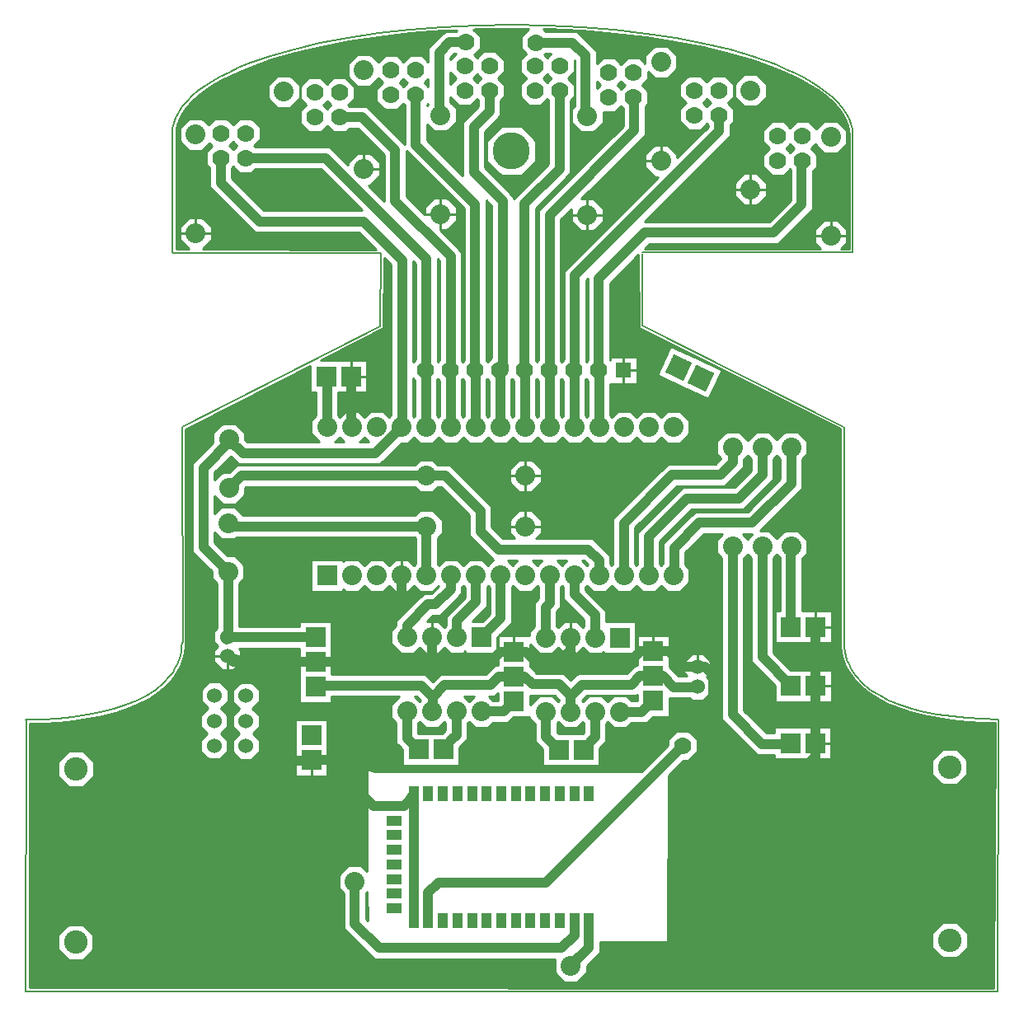
<source format=gbl>
G04 PROTEUS RS274X GERBER FILE*
%FSLAX24Y24*%
%MOIN*%
%ADD10C,0.0400*%
%ADD11C,0.0300*%
%ADD12C,0.0800*%
%ADD13C,0.0700*%
%ADD14C,0.0100*%
%ADD15C,0.0025*%
%ADD16R,0.0800X0.0800*%
%ADD22R,0.0400X0.0600*%
%ADD19R,0.0600X0.0400*%
%ADD17R,0.0600X0.0600*%
%ADD18C,0.0600*%
%ADD70C,0.1500*%
%ADD71C,0.0950*%
%ADD20C,0.0024*%
%ADD21C,0.0080*%
G54D10*
X-3903Y-16719D02*
X-3903Y-11600D01*
X-4690Y-12093D02*
X-4299Y-12093D01*
X-4103Y-11897D01*
X-3903Y-11600D01*
X-3422Y+5448D02*
X-3422Y+5538D01*
X+3577Y+5538D02*
X+3599Y+5538D01*
X+3599Y+3237D01*
X+3602Y+3235D01*
X-3422Y+5448D02*
X-3400Y+5448D01*
X-3400Y+3237D01*
X-3397Y+3235D01*
X+2599Y+5538D02*
X+2599Y+3237D01*
X+2602Y+3235D01*
X+1599Y+5538D02*
X+1599Y+3237D01*
X+1602Y+3235D01*
X-4397Y-3519D02*
X-4397Y-3519D01*
X-4397Y-3474D02*
X-4397Y-2764D01*
X-1170Y-5267D02*
X-1149Y-5267D01*
X-383Y-4502D01*
X-383Y-2764D01*
X-397Y-2764D01*
X-2170Y-5267D02*
X-2149Y-5267D01*
X-2149Y-4605D01*
X-1377Y-3833D01*
X-1377Y-2764D01*
X-1397Y-2764D01*
X+1602Y-2764D02*
X+1602Y-3889D01*
X+1436Y-4055D01*
X+1436Y-5288D01*
X+2602Y-2764D02*
X+2602Y-3532D01*
X+3436Y-4366D01*
X+3436Y-5288D01*
X-3392Y+1264D02*
X-3392Y+1261D01*
X-10868Y+1261D01*
X-11361Y+768D01*
X-3387Y-787D02*
X-3387Y-783D01*
X-3387Y-787D02*
X-3387Y-2754D01*
X-3397Y-2764D01*
X+12342Y-4847D02*
X+12342Y-7411D01*
X+12284Y-7469D01*
X+12351Y-7228D01*
X+8993Y-1597D02*
X+8993Y-8404D01*
X+10174Y-9586D01*
X+11299Y-9586D01*
X+11329Y-9556D01*
X+11351Y-7228D02*
X+10196Y-6073D01*
X+10196Y-1602D01*
X+11342Y-4847D02*
X+11342Y-1623D01*
X+11366Y-1598D01*
X+3183Y-17813D02*
X+2454Y-18541D01*
X+3183Y-17813D02*
X+3183Y-16644D01*
X+3185Y-16641D01*
X+3183Y-16719D01*
X+2592Y-16719D02*
X+2592Y-17336D01*
X+2088Y-17840D01*
X-5307Y-17840D01*
X-6286Y-16861D01*
X-6286Y-15157D01*
X+2456Y-18564D02*
X+3183Y-17837D01*
X+3183Y-17813D01*
X-4397Y-3474D02*
X-4397Y-3519D01*
X-4397Y-3580D01*
X+11366Y+2401D02*
X+11366Y+938D01*
X+9786Y-641D01*
X+7654Y-641D01*
X+6639Y-1656D01*
X+6639Y-2727D01*
X+6602Y-2764D01*
X+5602Y-2764D02*
X+5602Y-1197D01*
X+7151Y+351D01*
X+9255Y+351D01*
X+10196Y+1292D01*
X+10196Y+2397D01*
X+4602Y-2764D02*
X+4602Y-652D01*
X+6553Y+1298D01*
X+8492Y+1298D01*
X+8993Y+1798D01*
X+8993Y+2402D01*
X-7872Y-7262D02*
X-7872Y-7218D01*
X-3606Y-7218D01*
X-3140Y-7684D01*
X-7872Y-5262D02*
X-11348Y-5262D01*
X-11453Y-5367D01*
X-11429Y-5246D01*
X-7397Y+3235D02*
X-7397Y+5184D01*
X-7335Y+5246D01*
X-7433Y+5284D01*
X-6433Y+5284D02*
X-6433Y+3270D01*
X-6397Y+3235D01*
X-8032Y-10242D02*
X-7375Y-10242D01*
X-5522Y-12095D01*
X-4693Y-12095D01*
X-4690Y-12093D01*
X+12351Y-7228D02*
X+12351Y-9535D01*
X+12329Y-9556D01*
X-3392Y+1264D02*
X-2616Y+1264D01*
X-1195Y-155D01*
X-1195Y-989D01*
X-473Y-1711D01*
X+3156Y-1711D01*
X+3602Y-2157D01*
X+3602Y-2764D01*
X-2400Y+5538D02*
X-2400Y+3237D01*
X-2397Y+3235D01*
X-2400Y+5538D02*
X-2422Y+5538D01*
X-4397Y+3231D02*
X-4397Y+3235D01*
X+7885Y-6476D02*
X+8201Y-6792D01*
X+8201Y-8720D01*
X+10130Y-10648D01*
X+11789Y-10648D01*
X+12351Y-10086D01*
X+12351Y-9535D01*
X+7565Y-6476D02*
X+7642Y-6476D01*
X+7885Y-6476D01*
X+6968Y-9656D02*
X+1445Y-15179D01*
X-2900Y-15179D01*
X-3313Y-15591D01*
X-3313Y-16719D01*
X+150Y-7850D02*
X-267Y-8267D01*
X-1170Y-8267D01*
X+150Y-6850D02*
X-450Y-6850D01*
X-800Y-7200D01*
X-2655Y-7200D01*
X-3140Y-7684D01*
X-3140Y-7839D01*
X-3140Y-7932D01*
X-3140Y-7946D01*
X-3140Y-8070D01*
X-3170Y-8100D01*
X-3170Y-8267D01*
X-3170Y-7946D02*
X-3170Y-8100D01*
X-3140Y-8070D02*
X-3140Y-8237D01*
X-3170Y-8267D01*
X+150Y-5850D02*
X-385Y-5850D01*
X-872Y-6337D01*
X-2787Y-6337D01*
X-3170Y-5953D01*
X-3170Y-5267D01*
X+2500Y-8295D02*
X+2470Y-8324D01*
X+4436Y-8288D02*
X+5319Y-8288D01*
X+5774Y-7832D01*
X+5774Y-6832D02*
X+6167Y-6832D01*
X+6616Y-7281D01*
X+7547Y-7281D01*
X+7565Y-7263D01*
X+2439Y-8288D02*
X+2439Y-8291D01*
X+2439Y-8295D01*
X+2443Y-8295D01*
X+2500Y-8295D01*
X+2470Y-8324D02*
X+2443Y-8295D01*
X+2439Y-8291D01*
X+2436Y-8288D01*
X+2500Y-8295D02*
X+2439Y-8288D01*
X+2436Y-8288D01*
X+5774Y-6832D02*
X+5245Y-6832D01*
X+4900Y-7177D01*
X+2915Y-7177D01*
X+2439Y-7652D01*
X+2439Y-7888D01*
X+2439Y-8238D01*
X+2436Y-8242D01*
X+2436Y-8288D01*
X+150Y-6850D02*
X+581Y-6850D01*
X+902Y-7170D01*
X+1980Y-7170D01*
X+2439Y-7629D01*
X+2439Y-7652D01*
X+2439Y-7888D02*
X+2436Y-8242D01*
X+7565Y-6476D02*
X+7315Y-6476D01*
X+7051Y-6476D01*
X+6408Y-5832D01*
X+5774Y-5832D01*
X+5267Y-5832D01*
X+4767Y-6332D01*
X+2858Y-6332D01*
X+2388Y-5863D01*
X+2436Y-5815D01*
X+2436Y-5815D01*
X+2436Y-5794D01*
X+2436Y-5288D01*
X+2436Y-5815D02*
X+2436Y-5815D01*
X+2436Y-5794D01*
X+150Y-5850D02*
X+650Y-5850D01*
X+1117Y-6317D01*
X+1934Y-6317D01*
X+2388Y-5863D01*
X+2436Y-5815D01*
X+2436Y-5815D01*
X-2787Y-6337D02*
X-5612Y-6337D01*
X-6196Y-5753D01*
X-7872Y-6262D02*
X-6705Y-6262D01*
X-6196Y-5753D01*
X-4397Y-3955D01*
X-4397Y-3580D01*
X-10345Y-6262D02*
X-9557Y-7050D01*
X-9557Y-9600D01*
X-8899Y-10259D01*
X-8048Y-10259D01*
X-8032Y-10242D01*
X-10345Y-6262D02*
X-7872Y-6262D01*
X-11429Y-6034D02*
X-10879Y-6262D01*
X-11429Y-6034D02*
X-11201Y-6262D01*
X-10879Y-6262D01*
X-10345Y-6262D01*
X-2170Y-8267D02*
X-2170Y-9216D01*
X-2354Y-9400D01*
X-2700Y-9800D01*
X-4170Y-8267D02*
X-4170Y-9365D01*
X-4100Y-9436D01*
X-3700Y-9800D01*
X+1436Y-8288D02*
X+1450Y-8288D01*
X+1450Y-9298D01*
X+1972Y-9820D01*
X+3436Y-8288D02*
X+3436Y-9301D01*
X+3316Y-9420D01*
X+2972Y-9820D01*
X-11707Y+14112D02*
X-11707Y+13112D01*
X-10142Y+11547D01*
X-5938Y+11547D01*
X-4375Y+9985D01*
X-4375Y+3254D01*
X-4397Y+3231D01*
X-1400Y+5538D02*
X-1400Y+3237D01*
X-1397Y+3235D01*
X+599Y+5538D02*
X+599Y+3237D01*
X+602Y+3235D01*
X-408Y+5538D02*
X-400Y+5450D01*
X-422Y+5538D01*
X-400Y+5538D02*
X-400Y+5450D01*
X-400Y+3237D01*
X-397Y+3235D01*
X-422Y+5538D02*
X-408Y+5538D01*
X+2577Y+5538D02*
X+2599Y+5538D01*
X+1577Y+5538D02*
X+1599Y+5538D01*
X-400Y+5538D02*
X-408Y+5538D01*
X-1422Y+5538D02*
X-1400Y+5538D01*
X-3816Y+16667D02*
X-3816Y+14652D01*
X-1414Y+12250D01*
X-1414Y+5550D01*
X-1425Y+5538D01*
X-1422Y+5538D01*
X+1599Y+5538D02*
X+1601Y+5538D01*
X+1601Y+11817D01*
X+5009Y+15225D01*
X+5009Y+16540D01*
X+4984Y+16565D01*
X+2599Y+5538D02*
X+2610Y+5538D01*
X+2610Y+9364D01*
X+8443Y+15197D01*
X+8443Y+15844D01*
X+599Y+5538D02*
X+579Y+5538D01*
X+579Y+12270D01*
X+1995Y+13686D01*
X+1995Y+16840D01*
X+577Y+5538D02*
X+579Y+5538D01*
X-10707Y+14112D02*
X-7466Y+14112D01*
X-3386Y+10031D01*
X-3386Y+5574D01*
X-3422Y+5538D01*
X+3577Y+5538D02*
X+3577Y+9236D01*
X+5441Y+11100D01*
X+10650Y+11100D01*
X+11780Y+12230D01*
X+11780Y+13973D01*
X+11814Y+14007D01*
X+1031Y+18784D02*
X+2520Y+18784D01*
X+3048Y+18257D01*
X+3048Y+15877D01*
X+3108Y+15818D01*
X-1810Y+18792D02*
X-2449Y+18792D01*
X-2870Y+18371D01*
X-2870Y+15911D01*
X-2816Y+15856D01*
X-6899Y+15771D02*
X-5987Y+15771D01*
X-4650Y+14434D01*
X-4650Y+12382D01*
X-2396Y+10129D01*
X-2396Y+5542D01*
X-2400Y+5538D01*
X-4170Y-5267D02*
X-4170Y-4788D01*
X-3323Y-3941D01*
X-3015Y-3941D01*
X-2397Y-3324D01*
X-2397Y-2764D01*
X-833Y+16839D02*
X-833Y+16011D01*
X-1471Y+15372D01*
X-1471Y+13544D01*
X-294Y+12366D01*
X-294Y+5988D01*
X-253Y+5538D01*
X-400Y+5538D01*
X-11410Y-650D02*
X-11273Y-787D01*
X-3387Y-787D01*
X-11410Y-2618D02*
X-11410Y-5217D01*
X-11381Y-5246D01*
X-11429Y-5246D01*
X-11313Y+2689D02*
X-11265Y+2737D01*
X-11361Y+2737D01*
X-11313Y+2689D01*
X-10803Y+2179D01*
X-5450Y+2179D01*
X-4397Y+3231D01*
X-11410Y-2618D02*
X-12401Y-1628D01*
X-12401Y+1578D01*
X-11313Y+2665D01*
X-11313Y+2689D01*
G54D11*
X+2456Y-18564D03*
G54D12*
X+2454Y-18565D03*
X-6286Y-15157D03*
G54D13*
X+6968Y-9656D03*
X+1031Y+18784D03*
X-1810Y+18792D03*
G54D14*
X-2209Y+19242D02*
X-2636Y+19242D01*
X-3320Y+18557D01*
X-3320Y+18020D01*
X-3568Y+18267D01*
X-4065Y+18267D01*
X-4316Y+18016D01*
X-4568Y+18267D01*
X-5065Y+18267D01*
X-5332Y+18000D01*
X-5646Y+18314D01*
X-6185Y+18314D01*
X-6566Y+17934D01*
X-6566Y+17395D01*
X-6185Y+17015D01*
X-5646Y+17015D01*
X-5329Y+17332D01*
X-5165Y+17167D01*
X-5416Y+16916D01*
X-5416Y+16419D01*
X-5065Y+16067D01*
X-4568Y+16067D01*
X-4316Y+16319D01*
X-4266Y+16269D01*
X-4266Y+14687D01*
X-5800Y+16221D01*
X-6501Y+16221D01*
X-6551Y+16271D01*
X-6300Y+16523D01*
X-6300Y+17020D01*
X-6651Y+17371D01*
X-7148Y+17371D01*
X-7399Y+17120D01*
X-7651Y+17371D01*
X-8148Y+17371D01*
X-8499Y+17020D01*
X-8499Y+16523D01*
X-8248Y+16271D01*
X-8499Y+16020D01*
X-8499Y+15523D01*
X-8148Y+15171D01*
X-7651Y+15171D01*
X-7399Y+15423D01*
X-7148Y+15171D01*
X-6651Y+15171D01*
X-6501Y+15321D01*
X-6173Y+15321D01*
X-5099Y+14247D01*
X-5099Y+12382D01*
X-5732Y+13015D01*
X-5646Y+13015D01*
X-5266Y+13395D01*
X-5266Y+13934D01*
X-5646Y+14314D01*
X-6185Y+14314D01*
X-6566Y+13934D01*
X-6566Y+13848D01*
X-7280Y+14562D01*
X-10308Y+14562D01*
X-10358Y+14612D01*
X-10107Y+14863D01*
X-10107Y+15360D01*
X-10458Y+15712D01*
X-10955Y+15712D01*
X-11207Y+15460D01*
X-11458Y+15712D01*
X-11955Y+15712D01*
X-12199Y+15468D01*
X-12444Y+15713D01*
X-12983Y+15713D01*
X-13364Y+15332D01*
X-13364Y+14793D01*
X-12983Y+14413D01*
X-12444Y+14413D01*
X-12150Y+14707D01*
X-12055Y+14612D01*
X-12307Y+14360D01*
X-12307Y+13863D01*
X-12157Y+13713D01*
X-12157Y+12926D01*
X-10328Y+11097D01*
X-6124Y+11097D01*
X-5430Y+10404D01*
X-12431Y+10426D01*
X-12064Y+10793D01*
X-12064Y+11332D01*
X-12444Y+11713D01*
X-12983Y+11713D01*
X-13364Y+11332D01*
X-13364Y+10793D01*
X-12998Y+10427D01*
X-13482Y+10429D01*
X-13510Y+15051D01*
X-13495Y+15272D01*
X-13450Y+15485D01*
X-13373Y+15696D01*
X-13265Y+15904D01*
X-13125Y+16111D01*
X-12954Y+16314D01*
X-12752Y+16515D01*
X-12519Y+16712D01*
X-12257Y+16904D01*
X-11966Y+17092D01*
X-11647Y+17274D01*
X-11301Y+17451D01*
X-10928Y+17622D01*
X-10530Y+17785D01*
X-9659Y+18094D01*
X-8697Y+18372D01*
X-7649Y+18620D01*
X-6522Y+18835D01*
X-5323Y+19014D01*
X-4058Y+19157D01*
X-2733Y+19262D01*
X-2163Y+19288D01*
X-2209Y+19242D01*
X-9801Y+16533D02*
X-9801Y+17071D01*
X-9421Y+17452D01*
X-8882Y+17452D01*
X-8501Y+17071D01*
X-8501Y+16533D01*
X-8882Y+16152D01*
X-9421Y+16152D01*
X-9801Y+16533D01*
G54D15*
X-5430Y+10404D02*
X-5430Y+10404D01*
X-11794Y+10424D02*
X-5450Y+10424D01*
X-13482Y+10444D02*
X-13015Y+10444D01*
X-12413Y+10444D02*
X-5470Y+10444D01*
X-13482Y+10464D02*
X-13035Y+10464D01*
X-12393Y+10464D02*
X-5490Y+10464D01*
X-13482Y+10484D02*
X-13055Y+10484D01*
X-12373Y+10484D02*
X-5510Y+10484D01*
X-13482Y+10504D02*
X-13075Y+10504D01*
X-12353Y+10504D02*
X-5530Y+10504D01*
X-13482Y+10524D02*
X-13095Y+10524D01*
X-12333Y+10524D02*
X-5550Y+10524D01*
X-13482Y+10544D02*
X-13115Y+10544D01*
X-12313Y+10544D02*
X-5570Y+10544D01*
X-13482Y+10564D02*
X-13135Y+10564D01*
X-12293Y+10564D02*
X-5590Y+10564D01*
X-13482Y+10584D02*
X-13155Y+10584D01*
X-12273Y+10584D02*
X-5610Y+10584D01*
X-13483Y+10604D02*
X-13175Y+10604D01*
X-12253Y+10604D02*
X-5630Y+10604D01*
X-13483Y+10624D02*
X-13195Y+10624D01*
X-12233Y+10624D02*
X-5650Y+10624D01*
X-13483Y+10644D02*
X-13215Y+10644D01*
X-12213Y+10644D02*
X-5670Y+10644D01*
X-13483Y+10664D02*
X-13235Y+10664D01*
X-12193Y+10664D02*
X-5690Y+10664D01*
X-13483Y+10684D02*
X-13255Y+10684D01*
X-12173Y+10684D02*
X-5710Y+10684D01*
X-13483Y+10704D02*
X-13275Y+10704D01*
X-12153Y+10704D02*
X-5730Y+10704D01*
X-13483Y+10724D02*
X-13295Y+10724D01*
X-12133Y+10724D02*
X-5750Y+10724D01*
X-13483Y+10744D02*
X-13315Y+10744D01*
X-12113Y+10744D02*
X-5770Y+10744D01*
X-13484Y+10764D02*
X-13335Y+10764D01*
X-12093Y+10764D02*
X-5790Y+10764D01*
X-13484Y+10784D02*
X-13355Y+10784D01*
X-12073Y+10784D02*
X-5810Y+10784D01*
X-13484Y+10804D02*
X-13364Y+10804D01*
X-12064Y+10804D02*
X-5830Y+10804D01*
X-13484Y+10824D02*
X-13364Y+10824D01*
X-12064Y+10824D02*
X-5850Y+10824D01*
X-13484Y+10844D02*
X-13364Y+10844D01*
X-12064Y+10844D02*
X-5870Y+10844D01*
X-13484Y+10864D02*
X-13364Y+10864D01*
X-12064Y+10864D02*
X-5890Y+10864D01*
X-13484Y+10884D02*
X-13364Y+10884D01*
X-12064Y+10884D02*
X-5910Y+10884D01*
X-13484Y+10904D02*
X-13364Y+10904D01*
X-12064Y+10904D02*
X-5930Y+10904D01*
X-13484Y+10924D02*
X-13364Y+10924D01*
X-12064Y+10924D02*
X-5950Y+10924D01*
X-13485Y+10944D02*
X-13364Y+10944D01*
X-12064Y+10944D02*
X-5970Y+10944D01*
X-13485Y+10964D02*
X-13364Y+10964D01*
X-12064Y+10964D02*
X-5990Y+10964D01*
X-13485Y+10984D02*
X-13364Y+10984D01*
X-12064Y+10984D02*
X-6010Y+10984D01*
X-13485Y+11004D02*
X-13364Y+11004D01*
X-12064Y+11004D02*
X-6030Y+11004D01*
X-13485Y+11024D02*
X-13364Y+11024D01*
X-12064Y+11024D02*
X-6050Y+11024D01*
X-13485Y+11044D02*
X-13364Y+11044D01*
X-12064Y+11044D02*
X-6070Y+11044D01*
X-13485Y+11064D02*
X-13364Y+11064D01*
X-12064Y+11064D02*
X-6090Y+11064D01*
X-13485Y+11084D02*
X-13364Y+11084D01*
X-12064Y+11084D02*
X-6110Y+11084D01*
X-13486Y+11104D02*
X-13364Y+11104D01*
X-12064Y+11104D02*
X-10335Y+11104D01*
X-13486Y+11124D02*
X-13364Y+11124D01*
X-12064Y+11124D02*
X-10355Y+11124D01*
X-13486Y+11144D02*
X-13364Y+11144D01*
X-12064Y+11144D02*
X-10375Y+11144D01*
X-13486Y+11164D02*
X-13364Y+11164D01*
X-12064Y+11164D02*
X-10395Y+11164D01*
X-13486Y+11184D02*
X-13364Y+11184D01*
X-12064Y+11184D02*
X-10415Y+11184D01*
X-13486Y+11204D02*
X-13364Y+11204D01*
X-12064Y+11204D02*
X-10435Y+11204D01*
X-13486Y+11224D02*
X-13364Y+11224D01*
X-12064Y+11224D02*
X-10455Y+11224D01*
X-13486Y+11244D02*
X-13364Y+11244D01*
X-12064Y+11244D02*
X-10475Y+11244D01*
X-13487Y+11264D02*
X-13364Y+11264D01*
X-12064Y+11264D02*
X-10495Y+11264D01*
X-13487Y+11284D02*
X-13364Y+11284D01*
X-12064Y+11284D02*
X-10515Y+11284D01*
X-13487Y+11304D02*
X-13364Y+11304D01*
X-12064Y+11304D02*
X-10535Y+11304D01*
X-13487Y+11324D02*
X-13364Y+11324D01*
X-12064Y+11324D02*
X-10555Y+11324D01*
X-13487Y+11344D02*
X-13352Y+11344D01*
X-12075Y+11344D02*
X-10575Y+11344D01*
X-13487Y+11364D02*
X-13332Y+11364D01*
X-12095Y+11364D02*
X-10595Y+11364D01*
X-13487Y+11384D02*
X-13312Y+11384D01*
X-12115Y+11384D02*
X-10615Y+11384D01*
X-13487Y+11404D02*
X-13292Y+11404D01*
X-12135Y+11404D02*
X-10635Y+11404D01*
X-13488Y+11424D02*
X-13272Y+11424D01*
X-12155Y+11424D02*
X-10655Y+11424D01*
X-13488Y+11444D02*
X-13252Y+11444D01*
X-12175Y+11444D02*
X-10675Y+11444D01*
X-13488Y+11464D02*
X-13232Y+11464D01*
X-12195Y+11464D02*
X-10695Y+11464D01*
X-13488Y+11484D02*
X-13212Y+11484D01*
X-12215Y+11484D02*
X-10715Y+11484D01*
X-13488Y+11504D02*
X-13192Y+11504D01*
X-12235Y+11504D02*
X-10735Y+11504D01*
X-13488Y+11524D02*
X-13172Y+11524D01*
X-12255Y+11524D02*
X-10755Y+11524D01*
X-13488Y+11544D02*
X-13152Y+11544D01*
X-12275Y+11544D02*
X-10775Y+11544D01*
X-13488Y+11564D02*
X-13132Y+11564D01*
X-12295Y+11564D02*
X-10795Y+11564D01*
X-13488Y+11584D02*
X-13112Y+11584D01*
X-12315Y+11584D02*
X-10815Y+11584D01*
X-13489Y+11604D02*
X-13092Y+11604D01*
X-12335Y+11604D02*
X-10835Y+11604D01*
X-13489Y+11624D02*
X-13072Y+11624D01*
X-12355Y+11624D02*
X-10855Y+11624D01*
X-13489Y+11644D02*
X-13052Y+11644D01*
X-12375Y+11644D02*
X-10875Y+11644D01*
X-13489Y+11664D02*
X-13032Y+11664D01*
X-12395Y+11664D02*
X-10895Y+11664D01*
X-13489Y+11684D02*
X-13012Y+11684D01*
X-12415Y+11684D02*
X-10915Y+11684D01*
X-13489Y+11704D02*
X-12992Y+11704D01*
X-12435Y+11704D02*
X-10935Y+11704D01*
X-13489Y+11724D02*
X-10955Y+11724D01*
X-13489Y+11744D02*
X-10975Y+11744D01*
X-13490Y+11764D02*
X-10995Y+11764D01*
X-13490Y+11784D02*
X-11015Y+11784D01*
X-13490Y+11804D02*
X-11035Y+11804D01*
X-13490Y+11824D02*
X-11055Y+11824D01*
X-13490Y+11844D02*
X-11075Y+11844D01*
X-13490Y+11864D02*
X-11095Y+11864D01*
X-13490Y+11884D02*
X-11115Y+11884D01*
X-13490Y+11904D02*
X-11135Y+11904D01*
X-13491Y+11924D02*
X-11155Y+11924D01*
X-13491Y+11944D02*
X-11175Y+11944D01*
X-13491Y+11964D02*
X-11195Y+11964D01*
X-13491Y+11984D02*
X-11215Y+11984D01*
X-13491Y+12004D02*
X-11235Y+12004D01*
X-13491Y+12024D02*
X-11255Y+12024D01*
X-13491Y+12044D02*
X-11275Y+12044D01*
X-13491Y+12064D02*
X-11295Y+12064D01*
X-13492Y+12084D02*
X-11315Y+12084D01*
X-13492Y+12104D02*
X-11335Y+12104D01*
X-13492Y+12124D02*
X-11355Y+12124D01*
X-13492Y+12144D02*
X-11375Y+12144D01*
X-13492Y+12164D02*
X-11395Y+12164D01*
X-13492Y+12184D02*
X-11415Y+12184D01*
X-13492Y+12204D02*
X-11435Y+12204D01*
X-13492Y+12224D02*
X-11455Y+12224D01*
X-13492Y+12244D02*
X-11475Y+12244D01*
X-13493Y+12264D02*
X-11495Y+12264D01*
X-13493Y+12284D02*
X-11515Y+12284D01*
X-13493Y+12304D02*
X-11535Y+12304D01*
X-13493Y+12324D02*
X-11555Y+12324D01*
X-13493Y+12344D02*
X-11575Y+12344D01*
X-13493Y+12364D02*
X-11595Y+12364D01*
X-13493Y+12384D02*
X-11615Y+12384D01*
X-5101Y+12384D02*
X-5099Y+12384D01*
X-13493Y+12404D02*
X-11635Y+12404D01*
X-5121Y+12404D02*
X-5099Y+12404D01*
X-13494Y+12424D02*
X-11655Y+12424D01*
X-5141Y+12424D02*
X-5099Y+12424D01*
X-13494Y+12444D02*
X-11675Y+12444D01*
X-5161Y+12444D02*
X-5099Y+12444D01*
X-13494Y+12464D02*
X-11695Y+12464D01*
X-5181Y+12464D02*
X-5099Y+12464D01*
X-13494Y+12484D02*
X-11715Y+12484D01*
X-5201Y+12484D02*
X-5099Y+12484D01*
X-13494Y+12504D02*
X-11735Y+12504D01*
X-5221Y+12504D02*
X-5099Y+12504D01*
X-13494Y+12524D02*
X-11755Y+12524D01*
X-5241Y+12524D02*
X-5099Y+12524D01*
X-13494Y+12544D02*
X-11775Y+12544D01*
X-5261Y+12544D02*
X-5099Y+12544D01*
X-13494Y+12564D02*
X-11795Y+12564D01*
X-5281Y+12564D02*
X-5099Y+12564D01*
X-13495Y+12584D02*
X-11815Y+12584D01*
X-5301Y+12584D02*
X-5099Y+12584D01*
X-13495Y+12604D02*
X-11835Y+12604D01*
X-5321Y+12604D02*
X-5099Y+12604D01*
X-13495Y+12624D02*
X-11855Y+12624D01*
X-5341Y+12624D02*
X-5099Y+12624D01*
X-13495Y+12644D02*
X-11875Y+12644D01*
X-5361Y+12644D02*
X-5099Y+12644D01*
X-13495Y+12664D02*
X-11895Y+12664D01*
X-5381Y+12664D02*
X-5099Y+12664D01*
X-13495Y+12684D02*
X-11915Y+12684D01*
X-5401Y+12684D02*
X-5099Y+12684D01*
X-13495Y+12704D02*
X-11935Y+12704D01*
X-5421Y+12704D02*
X-5099Y+12704D01*
X-13495Y+12724D02*
X-11955Y+12724D01*
X-5441Y+12724D02*
X-5099Y+12724D01*
X-13496Y+12744D02*
X-11975Y+12744D01*
X-5461Y+12744D02*
X-5099Y+12744D01*
X-13496Y+12764D02*
X-11995Y+12764D01*
X-5481Y+12764D02*
X-5099Y+12764D01*
X-13496Y+12784D02*
X-12015Y+12784D01*
X-5501Y+12784D02*
X-5099Y+12784D01*
X-13496Y+12804D02*
X-12035Y+12804D01*
X-5521Y+12804D02*
X-5099Y+12804D01*
X-13496Y+12824D02*
X-12055Y+12824D01*
X-5541Y+12824D02*
X-5099Y+12824D01*
X-13496Y+12844D02*
X-12075Y+12844D01*
X-5561Y+12844D02*
X-5099Y+12844D01*
X-13496Y+12864D02*
X-12095Y+12864D01*
X-5581Y+12864D02*
X-5099Y+12864D01*
X-13496Y+12884D02*
X-12115Y+12884D01*
X-5601Y+12884D02*
X-5099Y+12884D01*
X-13496Y+12904D02*
X-12135Y+12904D01*
X-5621Y+12904D02*
X-5099Y+12904D01*
X-13497Y+12924D02*
X-12155Y+12924D01*
X-5641Y+12924D02*
X-5099Y+12924D01*
X-13497Y+12944D02*
X-12157Y+12944D01*
X-5661Y+12944D02*
X-5099Y+12944D01*
X-13497Y+12964D02*
X-12157Y+12964D01*
X-5681Y+12964D02*
X-5099Y+12964D01*
X-13497Y+12984D02*
X-12157Y+12984D01*
X-5701Y+12984D02*
X-5099Y+12984D01*
X-13497Y+13004D02*
X-12157Y+13004D01*
X-5721Y+13004D02*
X-5099Y+13004D01*
X-13497Y+13024D02*
X-12157Y+13024D01*
X-5637Y+13024D02*
X-5099Y+13024D01*
X-13497Y+13044D02*
X-12157Y+13044D01*
X-5617Y+13044D02*
X-5099Y+13044D01*
X-13497Y+13064D02*
X-12157Y+13064D01*
X-5597Y+13064D02*
X-5099Y+13064D01*
X-13498Y+13084D02*
X-12157Y+13084D01*
X-5577Y+13084D02*
X-5099Y+13084D01*
X-13498Y+13104D02*
X-12157Y+13104D01*
X-5557Y+13104D02*
X-5099Y+13104D01*
X-13498Y+13124D02*
X-12157Y+13124D01*
X-5537Y+13124D02*
X-5099Y+13124D01*
X-13498Y+13144D02*
X-12157Y+13144D01*
X-5517Y+13144D02*
X-5099Y+13144D01*
X-13498Y+13164D02*
X-12157Y+13164D01*
X-5497Y+13164D02*
X-5099Y+13164D01*
X-13498Y+13184D02*
X-12157Y+13184D01*
X-5477Y+13184D02*
X-5099Y+13184D01*
X-13498Y+13204D02*
X-12157Y+13204D01*
X-5457Y+13204D02*
X-5099Y+13204D01*
X-13498Y+13224D02*
X-12157Y+13224D01*
X-5437Y+13224D02*
X-5099Y+13224D01*
X-13499Y+13244D02*
X-12157Y+13244D01*
X-5417Y+13244D02*
X-5099Y+13244D01*
X-13499Y+13264D02*
X-12157Y+13264D01*
X-5397Y+13264D02*
X-5099Y+13264D01*
X-13499Y+13284D02*
X-12157Y+13284D01*
X-5377Y+13284D02*
X-5099Y+13284D01*
X-13499Y+13304D02*
X-12157Y+13304D01*
X-5357Y+13304D02*
X-5099Y+13304D01*
X-13499Y+13324D02*
X-12157Y+13324D01*
X-5337Y+13324D02*
X-5099Y+13324D01*
X-13499Y+13344D02*
X-12157Y+13344D01*
X-5317Y+13344D02*
X-5099Y+13344D01*
X-13499Y+13364D02*
X-12157Y+13364D01*
X-5297Y+13364D02*
X-5099Y+13364D01*
X-13499Y+13384D02*
X-12157Y+13384D01*
X-5277Y+13384D02*
X-5099Y+13384D01*
X-13500Y+13404D02*
X-12157Y+13404D01*
X-5266Y+13404D02*
X-5099Y+13404D01*
X-13500Y+13424D02*
X-12157Y+13424D01*
X-5266Y+13424D02*
X-5099Y+13424D01*
X-13500Y+13444D02*
X-12157Y+13444D01*
X-5266Y+13444D02*
X-5099Y+13444D01*
X-13500Y+13464D02*
X-12157Y+13464D01*
X-5266Y+13464D02*
X-5099Y+13464D01*
X-13500Y+13484D02*
X-12157Y+13484D01*
X-5266Y+13484D02*
X-5099Y+13484D01*
X-13500Y+13504D02*
X-12157Y+13504D01*
X-5266Y+13504D02*
X-5099Y+13504D01*
X-13500Y+13524D02*
X-12157Y+13524D01*
X-5266Y+13524D02*
X-5099Y+13524D01*
X-13500Y+13544D02*
X-12157Y+13544D01*
X-5266Y+13544D02*
X-5099Y+13544D01*
X-13500Y+13564D02*
X-12157Y+13564D01*
X-5266Y+13564D02*
X-5099Y+13564D01*
X-13501Y+13584D02*
X-12157Y+13584D01*
X-5266Y+13584D02*
X-5099Y+13584D01*
X-13501Y+13604D02*
X-12157Y+13604D01*
X-5266Y+13604D02*
X-5099Y+13604D01*
X-13501Y+13624D02*
X-12157Y+13624D01*
X-5266Y+13624D02*
X-5099Y+13624D01*
X-13501Y+13644D02*
X-12157Y+13644D01*
X-5266Y+13644D02*
X-5099Y+13644D01*
X-13501Y+13664D02*
X-12157Y+13664D01*
X-5266Y+13664D02*
X-5099Y+13664D01*
X-13501Y+13684D02*
X-12157Y+13684D01*
X-5266Y+13684D02*
X-5099Y+13684D01*
X-13501Y+13704D02*
X-12157Y+13704D01*
X-5266Y+13704D02*
X-5099Y+13704D01*
X-13501Y+13724D02*
X-12168Y+13724D01*
X-5266Y+13724D02*
X-5099Y+13724D01*
X-13502Y+13744D02*
X-12188Y+13744D01*
X-5266Y+13744D02*
X-5099Y+13744D01*
X-13502Y+13764D02*
X-12208Y+13764D01*
X-5266Y+13764D02*
X-5099Y+13764D01*
X-13502Y+13784D02*
X-12228Y+13784D01*
X-5266Y+13784D02*
X-5099Y+13784D01*
X-13502Y+13804D02*
X-12248Y+13804D01*
X-5266Y+13804D02*
X-5099Y+13804D01*
X-13502Y+13824D02*
X-12268Y+13824D01*
X-5266Y+13824D02*
X-5099Y+13824D01*
X-13502Y+13844D02*
X-12288Y+13844D01*
X-5266Y+13844D02*
X-5099Y+13844D01*
X-13502Y+13864D02*
X-12307Y+13864D01*
X-6582Y+13864D02*
X-6566Y+13864D01*
X-5266Y+13864D02*
X-5099Y+13864D01*
X-13502Y+13884D02*
X-12307Y+13884D01*
X-6602Y+13884D02*
X-6566Y+13884D01*
X-5266Y+13884D02*
X-5099Y+13884D01*
X-13503Y+13904D02*
X-12307Y+13904D01*
X-6622Y+13904D02*
X-6566Y+13904D01*
X-5266Y+13904D02*
X-5099Y+13904D01*
X-13503Y+13924D02*
X-12307Y+13924D01*
X-6642Y+13924D02*
X-6566Y+13924D01*
X-5266Y+13924D02*
X-5099Y+13924D01*
X-13503Y+13944D02*
X-12307Y+13944D01*
X-6662Y+13944D02*
X-6555Y+13944D01*
X-5276Y+13944D02*
X-5099Y+13944D01*
X-13503Y+13964D02*
X-12307Y+13964D01*
X-6682Y+13964D02*
X-6535Y+13964D01*
X-5296Y+13964D02*
X-5099Y+13964D01*
X-13503Y+13984D02*
X-12307Y+13984D01*
X-6702Y+13984D02*
X-6515Y+13984D01*
X-5316Y+13984D02*
X-5099Y+13984D01*
X-13503Y+14004D02*
X-12307Y+14004D01*
X-6722Y+14004D02*
X-6495Y+14004D01*
X-5336Y+14004D02*
X-5099Y+14004D01*
X-13503Y+14024D02*
X-12307Y+14024D01*
X-6742Y+14024D02*
X-6475Y+14024D01*
X-5356Y+14024D02*
X-5099Y+14024D01*
X-13503Y+14044D02*
X-12307Y+14044D01*
X-6762Y+14044D02*
X-6455Y+14044D01*
X-5376Y+14044D02*
X-5099Y+14044D01*
X-13504Y+14064D02*
X-12307Y+14064D01*
X-6782Y+14064D02*
X-6435Y+14064D01*
X-5396Y+14064D02*
X-5099Y+14064D01*
X-13504Y+14084D02*
X-12307Y+14084D01*
X-6802Y+14084D02*
X-6415Y+14084D01*
X-5416Y+14084D02*
X-5099Y+14084D01*
X-13504Y+14104D02*
X-12307Y+14104D01*
X-6822Y+14104D02*
X-6395Y+14104D01*
X-5436Y+14104D02*
X-5099Y+14104D01*
X-13504Y+14124D02*
X-12307Y+14124D01*
X-6842Y+14124D02*
X-6375Y+14124D01*
X-5456Y+14124D02*
X-5099Y+14124D01*
X-13504Y+14144D02*
X-12307Y+14144D01*
X-6862Y+14144D02*
X-6355Y+14144D01*
X-5476Y+14144D02*
X-5099Y+14144D01*
X-13504Y+14164D02*
X-12307Y+14164D01*
X-6882Y+14164D02*
X-6335Y+14164D01*
X-5496Y+14164D02*
X-5099Y+14164D01*
X-13504Y+14184D02*
X-12307Y+14184D01*
X-6902Y+14184D02*
X-6315Y+14184D01*
X-5516Y+14184D02*
X-5099Y+14184D01*
X-13504Y+14204D02*
X-12307Y+14204D01*
X-6922Y+14204D02*
X-6295Y+14204D01*
X-5536Y+14204D02*
X-5099Y+14204D01*
X-13504Y+14224D02*
X-12307Y+14224D01*
X-6942Y+14224D02*
X-6275Y+14224D01*
X-5556Y+14224D02*
X-5099Y+14224D01*
X-13505Y+14244D02*
X-12307Y+14244D01*
X-6962Y+14244D02*
X-6255Y+14244D01*
X-5576Y+14244D02*
X-5099Y+14244D01*
X-13505Y+14264D02*
X-12307Y+14264D01*
X-6982Y+14264D02*
X-6235Y+14264D01*
X-5596Y+14264D02*
X-5116Y+14264D01*
X-13505Y+14284D02*
X-12307Y+14284D01*
X-7002Y+14284D02*
X-6215Y+14284D01*
X-5616Y+14284D02*
X-5136Y+14284D01*
X-13505Y+14304D02*
X-12307Y+14304D01*
X-7022Y+14304D02*
X-6195Y+14304D01*
X-5636Y+14304D02*
X-5156Y+14304D01*
X-13505Y+14324D02*
X-12307Y+14324D01*
X-7042Y+14324D02*
X-5176Y+14324D01*
X-13505Y+14344D02*
X-12307Y+14344D01*
X-7062Y+14344D02*
X-5196Y+14344D01*
X-13505Y+14364D02*
X-12303Y+14364D01*
X-7082Y+14364D02*
X-5216Y+14364D01*
X-13505Y+14384D02*
X-12283Y+14384D01*
X-7102Y+14384D02*
X-5236Y+14384D01*
X-13506Y+14404D02*
X-12263Y+14404D01*
X-7122Y+14404D02*
X-5256Y+14404D01*
X-13506Y+14424D02*
X-12994Y+14424D01*
X-12433Y+14424D02*
X-12243Y+14424D01*
X-7142Y+14424D02*
X-5276Y+14424D01*
X-13506Y+14444D02*
X-13014Y+14444D01*
X-12413Y+14444D02*
X-12223Y+14444D01*
X-7162Y+14444D02*
X-5296Y+14444D01*
X-13506Y+14464D02*
X-13034Y+14464D01*
X-12393Y+14464D02*
X-12203Y+14464D01*
X-7182Y+14464D02*
X-5316Y+14464D01*
X-13506Y+14484D02*
X-13054Y+14484D01*
X-12373Y+14484D02*
X-12183Y+14484D01*
X-7202Y+14484D02*
X-5336Y+14484D01*
X-13506Y+14504D02*
X-13074Y+14504D01*
X-12353Y+14504D02*
X-12163Y+14504D01*
X-7222Y+14504D02*
X-5356Y+14504D01*
X-13506Y+14524D02*
X-13094Y+14524D01*
X-12333Y+14524D02*
X-12143Y+14524D01*
X-7242Y+14524D02*
X-5376Y+14524D01*
X-13506Y+14544D02*
X-13114Y+14544D01*
X-12313Y+14544D02*
X-12123Y+14544D01*
X-7262Y+14544D02*
X-5396Y+14544D01*
X-13507Y+14564D02*
X-13134Y+14564D01*
X-12293Y+14564D02*
X-12103Y+14564D01*
X-10310Y+14564D02*
X-5416Y+14564D01*
X-13507Y+14584D02*
X-13154Y+14584D01*
X-12273Y+14584D02*
X-12083Y+14584D01*
X-10330Y+14584D02*
X-5436Y+14584D01*
X-13507Y+14604D02*
X-13174Y+14604D01*
X-12253Y+14604D02*
X-12063Y+14604D01*
X-10350Y+14604D02*
X-5456Y+14604D01*
X-13507Y+14624D02*
X-13194Y+14624D01*
X-12233Y+14624D02*
X-12067Y+14624D01*
X-10346Y+14624D02*
X-5476Y+14624D01*
X-13507Y+14644D02*
X-13214Y+14644D01*
X-12213Y+14644D02*
X-12087Y+14644D01*
X-10326Y+14644D02*
X-5496Y+14644D01*
X-13507Y+14664D02*
X-13234Y+14664D01*
X-12193Y+14664D02*
X-12107Y+14664D01*
X-10306Y+14664D02*
X-5516Y+14664D01*
X-13507Y+14684D02*
X-13254Y+14684D01*
X-12173Y+14684D02*
X-12127Y+14684D01*
X-10286Y+14684D02*
X-5536Y+14684D01*
X-13507Y+14704D02*
X-13274Y+14704D01*
X-12153Y+14704D02*
X-12147Y+14704D01*
X-10266Y+14704D02*
X-5556Y+14704D01*
X-4283Y+14704D02*
X-4266Y+14704D01*
X-13508Y+14724D02*
X-13294Y+14724D01*
X-10246Y+14724D02*
X-5576Y+14724D01*
X-4303Y+14724D02*
X-4266Y+14724D01*
X-13508Y+14744D02*
X-13314Y+14744D01*
X-10226Y+14744D02*
X-5596Y+14744D01*
X-4323Y+14744D02*
X-4266Y+14744D01*
X-13508Y+14764D02*
X-13334Y+14764D01*
X-10206Y+14764D02*
X-5616Y+14764D01*
X-4343Y+14764D02*
X-4266Y+14764D01*
X-13508Y+14784D02*
X-13354Y+14784D01*
X-10186Y+14784D02*
X-5636Y+14784D01*
X-4363Y+14784D02*
X-4266Y+14784D01*
X-13508Y+14804D02*
X-13364Y+14804D01*
X-10166Y+14804D02*
X-5656Y+14804D01*
X-4383Y+14804D02*
X-4266Y+14804D01*
X-13508Y+14824D02*
X-13364Y+14824D01*
X-10146Y+14824D02*
X-5676Y+14824D01*
X-4403Y+14824D02*
X-4266Y+14824D01*
X-13508Y+14844D02*
X-13364Y+14844D01*
X-10126Y+14844D02*
X-5696Y+14844D01*
X-4423Y+14844D02*
X-4266Y+14844D01*
X-13508Y+14864D02*
X-13364Y+14864D01*
X-10107Y+14864D02*
X-5716Y+14864D01*
X-4443Y+14864D02*
X-4266Y+14864D01*
X-13508Y+14884D02*
X-13364Y+14884D01*
X-10107Y+14884D02*
X-5736Y+14884D01*
X-4463Y+14884D02*
X-4266Y+14884D01*
X-13509Y+14904D02*
X-13364Y+14904D01*
X-10107Y+14904D02*
X-5756Y+14904D01*
X-4483Y+14904D02*
X-4266Y+14904D01*
X-13509Y+14924D02*
X-13364Y+14924D01*
X-10107Y+14924D02*
X-5776Y+14924D01*
X-4503Y+14924D02*
X-4266Y+14924D01*
X-13509Y+14944D02*
X-13364Y+14944D01*
X-10107Y+14944D02*
X-5796Y+14944D01*
X-4523Y+14944D02*
X-4266Y+14944D01*
X-13509Y+14964D02*
X-13364Y+14964D01*
X-10107Y+14964D02*
X-5816Y+14964D01*
X-4543Y+14964D02*
X-4266Y+14964D01*
X-13509Y+14984D02*
X-13364Y+14984D01*
X-10107Y+14984D02*
X-5836Y+14984D01*
X-4563Y+14984D02*
X-4266Y+14984D01*
X-13509Y+15004D02*
X-13364Y+15004D01*
X-10107Y+15004D02*
X-5856Y+15004D01*
X-4583Y+15004D02*
X-4266Y+15004D01*
X-13509Y+15024D02*
X-13364Y+15024D01*
X-10107Y+15024D02*
X-5876Y+15024D01*
X-4603Y+15024D02*
X-4266Y+15024D01*
X-13509Y+15044D02*
X-13364Y+15044D01*
X-10107Y+15044D02*
X-5896Y+15044D01*
X-4623Y+15044D02*
X-4266Y+15044D01*
X-13509Y+15064D02*
X-13364Y+15064D01*
X-10107Y+15064D02*
X-5916Y+15064D01*
X-4643Y+15064D02*
X-4266Y+15064D01*
X-13507Y+15084D02*
X-13364Y+15084D01*
X-10107Y+15084D02*
X-5936Y+15084D01*
X-4663Y+15084D02*
X-4266Y+15084D01*
X-13506Y+15104D02*
X-13364Y+15104D01*
X-10107Y+15104D02*
X-5956Y+15104D01*
X-4683Y+15104D02*
X-4266Y+15104D01*
X-13505Y+15124D02*
X-13364Y+15124D01*
X-10107Y+15124D02*
X-5976Y+15124D01*
X-4703Y+15124D02*
X-4266Y+15124D01*
X-13503Y+15144D02*
X-13364Y+15144D01*
X-10107Y+15144D02*
X-5996Y+15144D01*
X-4723Y+15144D02*
X-4266Y+15144D01*
X-13502Y+15164D02*
X-13364Y+15164D01*
X-10107Y+15164D02*
X-6016Y+15164D01*
X-4743Y+15164D02*
X-4266Y+15164D01*
X-13500Y+15184D02*
X-13364Y+15184D01*
X-10107Y+15184D02*
X-8160Y+15184D01*
X-7638Y+15184D02*
X-7160Y+15184D01*
X-6638Y+15184D02*
X-6036Y+15184D01*
X-4763Y+15184D02*
X-4266Y+15184D01*
X-13499Y+15204D02*
X-13364Y+15204D01*
X-10107Y+15204D02*
X-8180Y+15204D01*
X-7618Y+15204D02*
X-7180Y+15204D01*
X-6618Y+15204D02*
X-6056Y+15204D01*
X-4783Y+15204D02*
X-4266Y+15204D01*
X-13498Y+15224D02*
X-13364Y+15224D01*
X-10107Y+15224D02*
X-8200Y+15224D01*
X-7598Y+15224D02*
X-7200Y+15224D01*
X-6598Y+15224D02*
X-6076Y+15224D01*
X-4803Y+15224D02*
X-4266Y+15224D01*
X-13496Y+15244D02*
X-13364Y+15244D01*
X-10107Y+15244D02*
X-8220Y+15244D01*
X-7578Y+15244D02*
X-7220Y+15244D01*
X-6578Y+15244D02*
X-6096Y+15244D01*
X-4823Y+15244D02*
X-4266Y+15244D01*
X-13495Y+15264D02*
X-13364Y+15264D01*
X-10107Y+15264D02*
X-8240Y+15264D01*
X-7558Y+15264D02*
X-7240Y+15264D01*
X-6558Y+15264D02*
X-6116Y+15264D01*
X-4843Y+15264D02*
X-4266Y+15264D01*
X-13492Y+15284D02*
X-13364Y+15284D01*
X-10107Y+15284D02*
X-8260Y+15284D01*
X-7538Y+15284D02*
X-7260Y+15284D01*
X-6538Y+15284D02*
X-6136Y+15284D01*
X-4863Y+15284D02*
X-4266Y+15284D01*
X-13488Y+15304D02*
X-13364Y+15304D01*
X-10107Y+15304D02*
X-8280Y+15304D01*
X-7518Y+15304D02*
X-7280Y+15304D01*
X-6518Y+15304D02*
X-6156Y+15304D01*
X-4883Y+15304D02*
X-4266Y+15304D01*
X-13484Y+15324D02*
X-13364Y+15324D01*
X-10107Y+15324D02*
X-8300Y+15324D01*
X-7498Y+15324D02*
X-7300Y+15324D01*
X-4903Y+15324D02*
X-4266Y+15324D01*
X-13479Y+15344D02*
X-13352Y+15344D01*
X-10107Y+15344D02*
X-8320Y+15344D01*
X-7478Y+15344D02*
X-7320Y+15344D01*
X-4923Y+15344D02*
X-4266Y+15344D01*
X-13475Y+15364D02*
X-13332Y+15364D01*
X-10110Y+15364D02*
X-8340Y+15364D01*
X-7458Y+15364D02*
X-7340Y+15364D01*
X-4943Y+15364D02*
X-4266Y+15364D01*
X-13471Y+15384D02*
X-13312Y+15384D01*
X-10130Y+15384D02*
X-8360Y+15384D01*
X-7438Y+15384D02*
X-7360Y+15384D01*
X-4963Y+15384D02*
X-4266Y+15384D01*
X-13467Y+15404D02*
X-13292Y+15404D01*
X-10150Y+15404D02*
X-8380Y+15404D01*
X-7418Y+15404D02*
X-7380Y+15404D01*
X-4983Y+15404D02*
X-4266Y+15404D01*
X-13462Y+15424D02*
X-13272Y+15424D01*
X-10170Y+15424D02*
X-8400Y+15424D01*
X-5003Y+15424D02*
X-4266Y+15424D01*
X-13458Y+15444D02*
X-13252Y+15444D01*
X-10190Y+15444D02*
X-8420Y+15444D01*
X-5023Y+15444D02*
X-4266Y+15444D01*
X-13454Y+15464D02*
X-13232Y+15464D01*
X-11210Y+15464D02*
X-11203Y+15464D01*
X-10210Y+15464D02*
X-8440Y+15464D01*
X-5043Y+15464D02*
X-4266Y+15464D01*
X-13450Y+15484D02*
X-13212Y+15484D01*
X-12215Y+15484D02*
X-12183Y+15484D01*
X-11230Y+15484D02*
X-11183Y+15484D01*
X-10230Y+15484D02*
X-8460Y+15484D01*
X-5063Y+15484D02*
X-4266Y+15484D01*
X-13443Y+15504D02*
X-13192Y+15504D01*
X-12235Y+15504D02*
X-12163Y+15504D01*
X-11250Y+15504D02*
X-11163Y+15504D01*
X-10250Y+15504D02*
X-8480Y+15504D01*
X-5083Y+15504D02*
X-4266Y+15504D01*
X-13435Y+15524D02*
X-13172Y+15524D01*
X-12255Y+15524D02*
X-12143Y+15524D01*
X-11270Y+15524D02*
X-11143Y+15524D01*
X-10270Y+15524D02*
X-8499Y+15524D01*
X-5103Y+15524D02*
X-4266Y+15524D01*
X-13428Y+15544D02*
X-13152Y+15544D01*
X-12275Y+15544D02*
X-12123Y+15544D01*
X-11290Y+15544D02*
X-11123Y+15544D01*
X-10290Y+15544D02*
X-8499Y+15544D01*
X-5123Y+15544D02*
X-4266Y+15544D01*
X-13421Y+15564D02*
X-13132Y+15564D01*
X-12295Y+15564D02*
X-12103Y+15564D01*
X-11310Y+15564D02*
X-11103Y+15564D01*
X-10310Y+15564D02*
X-8499Y+15564D01*
X-5143Y+15564D02*
X-4266Y+15564D01*
X-13413Y+15584D02*
X-13112Y+15584D01*
X-12315Y+15584D02*
X-12083Y+15584D01*
X-11330Y+15584D02*
X-11083Y+15584D01*
X-10330Y+15584D02*
X-8499Y+15584D01*
X-5163Y+15584D02*
X-4266Y+15584D01*
X-13406Y+15604D02*
X-13092Y+15604D01*
X-12335Y+15604D02*
X-12063Y+15604D01*
X-11350Y+15604D02*
X-11063Y+15604D01*
X-10350Y+15604D02*
X-8499Y+15604D01*
X-5183Y+15604D02*
X-4266Y+15604D01*
X-13399Y+15624D02*
X-13072Y+15624D01*
X-12355Y+15624D02*
X-12043Y+15624D01*
X-11370Y+15624D02*
X-11043Y+15624D01*
X-10370Y+15624D02*
X-8499Y+15624D01*
X-5203Y+15624D02*
X-4266Y+15624D01*
X-13391Y+15644D02*
X-13052Y+15644D01*
X-12375Y+15644D02*
X-12023Y+15644D01*
X-11390Y+15644D02*
X-11023Y+15644D01*
X-10390Y+15644D02*
X-8499Y+15644D01*
X-5223Y+15644D02*
X-4266Y+15644D01*
X-13384Y+15664D02*
X-13032Y+15664D01*
X-12395Y+15664D02*
X-12003Y+15664D01*
X-11410Y+15664D02*
X-11003Y+15664D01*
X-10410Y+15664D02*
X-8499Y+15664D01*
X-5243Y+15664D02*
X-4266Y+15664D01*
X-13377Y+15684D02*
X-13012Y+15684D01*
X-12415Y+15684D02*
X-11983Y+15684D01*
X-11430Y+15684D02*
X-10983Y+15684D01*
X-10430Y+15684D02*
X-8499Y+15684D01*
X-5263Y+15684D02*
X-4266Y+15684D01*
X-13368Y+15704D02*
X-12992Y+15704D01*
X-12435Y+15704D02*
X-11963Y+15704D01*
X-11450Y+15704D02*
X-10963Y+15704D01*
X-10450Y+15704D02*
X-8499Y+15704D01*
X-5283Y+15704D02*
X-4266Y+15704D01*
X-13358Y+15724D02*
X-8499Y+15724D01*
X-5303Y+15724D02*
X-4266Y+15724D01*
X-13348Y+15744D02*
X-8499Y+15744D01*
X-5323Y+15744D02*
X-4266Y+15744D01*
X-13337Y+15764D02*
X-8499Y+15764D01*
X-5343Y+15764D02*
X-4266Y+15764D01*
X-13327Y+15784D02*
X-8499Y+15784D01*
X-5363Y+15784D02*
X-4266Y+15784D01*
X-13316Y+15804D02*
X-8499Y+15804D01*
X-5383Y+15804D02*
X-4266Y+15804D01*
X-13306Y+15824D02*
X-8499Y+15824D01*
X-5403Y+15824D02*
X-4266Y+15824D01*
X-13296Y+15844D02*
X-8499Y+15844D01*
X-5423Y+15844D02*
X-4266Y+15844D01*
X-13285Y+15864D02*
X-8499Y+15864D01*
X-5443Y+15864D02*
X-4266Y+15864D01*
X-13275Y+15884D02*
X-8499Y+15884D01*
X-5463Y+15884D02*
X-4266Y+15884D01*
X-13265Y+15904D02*
X-8499Y+15904D01*
X-5483Y+15904D02*
X-4266Y+15904D01*
X-13251Y+15924D02*
X-8499Y+15924D01*
X-5503Y+15924D02*
X-4266Y+15924D01*
X-13237Y+15944D02*
X-8499Y+15944D01*
X-5523Y+15944D02*
X-4266Y+15944D01*
X-13224Y+15964D02*
X-8499Y+15964D01*
X-5543Y+15964D02*
X-4266Y+15964D01*
X-13210Y+15984D02*
X-8499Y+15984D01*
X-5563Y+15984D02*
X-4266Y+15984D01*
X-13197Y+16004D02*
X-8499Y+16004D01*
X-5583Y+16004D02*
X-4266Y+16004D01*
X-13183Y+16024D02*
X-8495Y+16024D01*
X-5603Y+16024D02*
X-4266Y+16024D01*
X-13170Y+16044D02*
X-8475Y+16044D01*
X-5623Y+16044D02*
X-4266Y+16044D01*
X-13156Y+16064D02*
X-8455Y+16064D01*
X-5643Y+16064D02*
X-4266Y+16064D01*
X-13143Y+16084D02*
X-8435Y+16084D01*
X-5663Y+16084D02*
X-5081Y+16084D01*
X-4551Y+16084D02*
X-4266Y+16084D01*
X-13129Y+16104D02*
X-8415Y+16104D01*
X-5683Y+16104D02*
X-5101Y+16104D01*
X-4531Y+16104D02*
X-4266Y+16104D01*
X-13114Y+16124D02*
X-8395Y+16124D01*
X-5703Y+16124D02*
X-5121Y+16124D01*
X-4511Y+16124D02*
X-4266Y+16124D01*
X-13097Y+16144D02*
X-8375Y+16144D01*
X-5723Y+16144D02*
X-5141Y+16144D01*
X-4491Y+16144D02*
X-4266Y+16144D01*
X-13080Y+16164D02*
X-9432Y+16164D01*
X-8870Y+16164D02*
X-8355Y+16164D01*
X-5743Y+16164D02*
X-5161Y+16164D01*
X-4471Y+16164D02*
X-4266Y+16164D01*
X-13063Y+16184D02*
X-9452Y+16184D01*
X-8850Y+16184D02*
X-8335Y+16184D01*
X-5763Y+16184D02*
X-5181Y+16184D01*
X-4451Y+16184D02*
X-4266Y+16184D01*
X-13046Y+16204D02*
X-9472Y+16204D01*
X-8830Y+16204D02*
X-8315Y+16204D01*
X-5783Y+16204D02*
X-5201Y+16204D01*
X-4431Y+16204D02*
X-4266Y+16204D01*
X-13029Y+16224D02*
X-9492Y+16224D01*
X-8810Y+16224D02*
X-8295Y+16224D01*
X-6504Y+16224D02*
X-5221Y+16224D01*
X-4411Y+16224D02*
X-4266Y+16224D01*
X-13012Y+16244D02*
X-9512Y+16244D01*
X-8790Y+16244D02*
X-8275Y+16244D01*
X-6524Y+16244D02*
X-5241Y+16244D01*
X-4391Y+16244D02*
X-4266Y+16244D01*
X-12996Y+16264D02*
X-9532Y+16264D01*
X-8770Y+16264D02*
X-8255Y+16264D01*
X-6544Y+16264D02*
X-5261Y+16264D01*
X-4371Y+16264D02*
X-4266Y+16264D01*
X-12979Y+16284D02*
X-9552Y+16284D01*
X-8750Y+16284D02*
X-8260Y+16284D01*
X-6538Y+16284D02*
X-5281Y+16284D01*
X-4351Y+16284D02*
X-4281Y+16284D01*
X-12962Y+16304D02*
X-9572Y+16304D01*
X-8730Y+16304D02*
X-8280Y+16304D01*
X-6518Y+16304D02*
X-5301Y+16304D01*
X-4331Y+16304D02*
X-4301Y+16304D01*
X-12943Y+16324D02*
X-9592Y+16324D01*
X-8710Y+16324D02*
X-8300Y+16324D01*
X-6498Y+16324D02*
X-5321Y+16324D01*
X-12923Y+16344D02*
X-9612Y+16344D01*
X-8690Y+16344D02*
X-8320Y+16344D01*
X-6478Y+16344D02*
X-5341Y+16344D01*
X-12903Y+16364D02*
X-9632Y+16364D01*
X-8670Y+16364D02*
X-8340Y+16364D01*
X-6458Y+16364D02*
X-5361Y+16364D01*
X-12883Y+16384D02*
X-9652Y+16384D01*
X-8650Y+16384D02*
X-8360Y+16384D01*
X-6438Y+16384D02*
X-5381Y+16384D01*
X-12863Y+16404D02*
X-9672Y+16404D01*
X-8630Y+16404D02*
X-8380Y+16404D01*
X-6418Y+16404D02*
X-5401Y+16404D01*
X-12843Y+16424D02*
X-9692Y+16424D01*
X-8610Y+16424D02*
X-8400Y+16424D01*
X-6398Y+16424D02*
X-5416Y+16424D01*
X-12823Y+16444D02*
X-9712Y+16444D01*
X-8590Y+16444D02*
X-8420Y+16444D01*
X-6378Y+16444D02*
X-5416Y+16444D01*
X-12803Y+16464D02*
X-9732Y+16464D01*
X-8570Y+16464D02*
X-8440Y+16464D01*
X-6358Y+16464D02*
X-5416Y+16464D01*
X-12783Y+16484D02*
X-9752Y+16484D01*
X-8550Y+16484D02*
X-8460Y+16484D01*
X-6338Y+16484D02*
X-5416Y+16484D01*
X-12763Y+16504D02*
X-9772Y+16504D01*
X-8530Y+16504D02*
X-8480Y+16504D01*
X-6318Y+16504D02*
X-5416Y+16504D01*
X-12741Y+16524D02*
X-9792Y+16524D01*
X-8510Y+16524D02*
X-8499Y+16524D01*
X-6300Y+16524D02*
X-5416Y+16524D01*
X-12717Y+16544D02*
X-9801Y+16544D01*
X-8501Y+16544D02*
X-8499Y+16544D01*
X-6300Y+16544D02*
X-5416Y+16544D01*
X-12694Y+16564D02*
X-9801Y+16564D01*
X-8501Y+16564D02*
X-8499Y+16564D01*
X-6300Y+16564D02*
X-5416Y+16564D01*
X-12670Y+16584D02*
X-9801Y+16584D01*
X-8501Y+16584D02*
X-8499Y+16584D01*
X-6300Y+16584D02*
X-5416Y+16584D01*
X-12646Y+16604D02*
X-9801Y+16604D01*
X-8501Y+16604D02*
X-8499Y+16604D01*
X-6300Y+16604D02*
X-5416Y+16604D01*
X-12623Y+16624D02*
X-9801Y+16624D01*
X-8501Y+16624D02*
X-8499Y+16624D01*
X-6300Y+16624D02*
X-5416Y+16624D01*
X-12599Y+16644D02*
X-9801Y+16644D01*
X-8501Y+16644D02*
X-8499Y+16644D01*
X-6300Y+16644D02*
X-5416Y+16644D01*
X-12575Y+16664D02*
X-9801Y+16664D01*
X-8501Y+16664D02*
X-8499Y+16664D01*
X-6300Y+16664D02*
X-5416Y+16664D01*
X-12552Y+16684D02*
X-9801Y+16684D01*
X-8501Y+16684D02*
X-8499Y+16684D01*
X-6300Y+16684D02*
X-5416Y+16684D01*
X-12528Y+16704D02*
X-9801Y+16704D01*
X-8501Y+16704D02*
X-8499Y+16704D01*
X-6300Y+16704D02*
X-5416Y+16704D01*
X-12502Y+16724D02*
X-9801Y+16724D01*
X-8501Y+16724D02*
X-8499Y+16724D01*
X-6300Y+16724D02*
X-5416Y+16724D01*
X-12475Y+16744D02*
X-9801Y+16744D01*
X-8501Y+16744D02*
X-8499Y+16744D01*
X-6300Y+16744D02*
X-5416Y+16744D01*
X-12448Y+16764D02*
X-9801Y+16764D01*
X-8501Y+16764D02*
X-8499Y+16764D01*
X-6300Y+16764D02*
X-5416Y+16764D01*
X-12420Y+16784D02*
X-9801Y+16784D01*
X-8501Y+16784D02*
X-8499Y+16784D01*
X-6300Y+16784D02*
X-5416Y+16784D01*
X-12393Y+16804D02*
X-9801Y+16804D01*
X-8501Y+16804D02*
X-8499Y+16804D01*
X-6300Y+16804D02*
X-5416Y+16804D01*
X-12366Y+16824D02*
X-9801Y+16824D01*
X-8501Y+16824D02*
X-8499Y+16824D01*
X-6300Y+16824D02*
X-5416Y+16824D01*
X-12338Y+16844D02*
X-9801Y+16844D01*
X-8501Y+16844D02*
X-8499Y+16844D01*
X-6300Y+16844D02*
X-5416Y+16844D01*
X-12311Y+16864D02*
X-9801Y+16864D01*
X-8501Y+16864D02*
X-8499Y+16864D01*
X-6300Y+16864D02*
X-5416Y+16864D01*
X-12284Y+16884D02*
X-9801Y+16884D01*
X-8501Y+16884D02*
X-8499Y+16884D01*
X-6300Y+16884D02*
X-5416Y+16884D01*
X-12257Y+16904D02*
X-9801Y+16904D01*
X-8501Y+16904D02*
X-8499Y+16904D01*
X-6300Y+16904D02*
X-5416Y+16904D01*
X-12226Y+16924D02*
X-9801Y+16924D01*
X-8501Y+16924D02*
X-8499Y+16924D01*
X-6300Y+16924D02*
X-5408Y+16924D01*
X-12195Y+16944D02*
X-9801Y+16944D01*
X-8501Y+16944D02*
X-8499Y+16944D01*
X-6300Y+16944D02*
X-5388Y+16944D01*
X-12164Y+16964D02*
X-9801Y+16964D01*
X-8501Y+16964D02*
X-8499Y+16964D01*
X-6300Y+16964D02*
X-5368Y+16964D01*
X-12133Y+16984D02*
X-9801Y+16984D01*
X-8501Y+16984D02*
X-8499Y+16984D01*
X-6300Y+16984D02*
X-5348Y+16984D01*
X-12102Y+17004D02*
X-9801Y+17004D01*
X-8501Y+17004D02*
X-8499Y+17004D01*
X-6300Y+17004D02*
X-5328Y+17004D01*
X-12071Y+17024D02*
X-9801Y+17024D01*
X-8501Y+17024D02*
X-8495Y+17024D01*
X-6304Y+17024D02*
X-6194Y+17024D01*
X-5637Y+17024D02*
X-5308Y+17024D01*
X-12040Y+17044D02*
X-9801Y+17044D01*
X-8501Y+17044D02*
X-8475Y+17044D01*
X-6324Y+17044D02*
X-6214Y+17044D01*
X-5617Y+17044D02*
X-5288Y+17044D01*
X-12009Y+17064D02*
X-9801Y+17064D01*
X-8501Y+17064D02*
X-8455Y+17064D01*
X-6344Y+17064D02*
X-6234Y+17064D01*
X-5597Y+17064D02*
X-5268Y+17064D01*
X-11978Y+17084D02*
X-9788Y+17084D01*
X-8514Y+17084D02*
X-8435Y+17084D01*
X-6364Y+17084D02*
X-6254Y+17084D01*
X-5577Y+17084D02*
X-5248Y+17084D01*
X-11944Y+17104D02*
X-9768Y+17104D01*
X-8534Y+17104D02*
X-8415Y+17104D01*
X-6384Y+17104D02*
X-6274Y+17104D01*
X-5557Y+17104D02*
X-5228Y+17104D01*
X-11909Y+17124D02*
X-9748Y+17124D01*
X-8554Y+17124D02*
X-8395Y+17124D01*
X-7403Y+17124D02*
X-7395Y+17124D01*
X-6404Y+17124D02*
X-6294Y+17124D01*
X-5537Y+17124D02*
X-5208Y+17124D01*
X-11874Y+17144D02*
X-9728Y+17144D01*
X-8574Y+17144D02*
X-8375Y+17144D01*
X-7423Y+17144D02*
X-7375Y+17144D01*
X-6424Y+17144D02*
X-6314Y+17144D01*
X-5517Y+17144D02*
X-5188Y+17144D01*
X-11839Y+17164D02*
X-9708Y+17164D01*
X-8594Y+17164D02*
X-8355Y+17164D01*
X-7443Y+17164D02*
X-7355Y+17164D01*
X-6444Y+17164D02*
X-6334Y+17164D01*
X-5497Y+17164D02*
X-5168Y+17164D01*
X-11804Y+17184D02*
X-9688Y+17184D01*
X-8614Y+17184D02*
X-8335Y+17184D01*
X-7463Y+17184D02*
X-7335Y+17184D01*
X-6464Y+17184D02*
X-6354Y+17184D01*
X-5477Y+17184D02*
X-5181Y+17184D01*
X-11769Y+17204D02*
X-9668Y+17204D01*
X-8634Y+17204D02*
X-8315Y+17204D01*
X-7483Y+17204D02*
X-7315Y+17204D01*
X-6484Y+17204D02*
X-6374Y+17204D01*
X-5457Y+17204D02*
X-5201Y+17204D01*
X-11734Y+17224D02*
X-9648Y+17224D01*
X-8654Y+17224D02*
X-8295Y+17224D01*
X-7503Y+17224D02*
X-7295Y+17224D01*
X-6504Y+17224D02*
X-6394Y+17224D01*
X-5437Y+17224D02*
X-5221Y+17224D01*
X-11699Y+17244D02*
X-9628Y+17244D01*
X-8674Y+17244D02*
X-8275Y+17244D01*
X-7523Y+17244D02*
X-7275Y+17244D01*
X-6524Y+17244D02*
X-6414Y+17244D01*
X-5417Y+17244D02*
X-5241Y+17244D01*
X-11664Y+17264D02*
X-9608Y+17264D01*
X-8694Y+17264D02*
X-8255Y+17264D01*
X-7543Y+17264D02*
X-7255Y+17264D01*
X-6544Y+17264D02*
X-6434Y+17264D01*
X-5397Y+17264D02*
X-5261Y+17264D01*
X-11627Y+17284D02*
X-9588Y+17284D01*
X-8714Y+17284D02*
X-8235Y+17284D01*
X-7563Y+17284D02*
X-7235Y+17284D01*
X-6564Y+17284D02*
X-6454Y+17284D01*
X-5377Y+17284D02*
X-5281Y+17284D01*
X-11588Y+17304D02*
X-9568Y+17304D01*
X-8734Y+17304D02*
X-8215Y+17304D01*
X-7583Y+17304D02*
X-7215Y+17304D01*
X-6584Y+17304D02*
X-6474Y+17304D01*
X-5357Y+17304D02*
X-5301Y+17304D01*
X-11549Y+17324D02*
X-9548Y+17324D01*
X-8754Y+17324D02*
X-8195Y+17324D01*
X-7603Y+17324D02*
X-7195Y+17324D01*
X-6604Y+17324D02*
X-6494Y+17324D01*
X-5337Y+17324D02*
X-5321Y+17324D01*
X-11510Y+17344D02*
X-9528Y+17344D01*
X-8774Y+17344D02*
X-8175Y+17344D01*
X-7623Y+17344D02*
X-7175Y+17344D01*
X-6624Y+17344D02*
X-6514Y+17344D01*
X-11471Y+17364D02*
X-9508Y+17364D01*
X-8794Y+17364D02*
X-8155Y+17364D01*
X-7643Y+17364D02*
X-7155Y+17364D01*
X-6644Y+17364D02*
X-6534Y+17364D01*
X-11431Y+17384D02*
X-9488Y+17384D01*
X-8814Y+17384D02*
X-6554Y+17384D01*
X-11392Y+17404D02*
X-9468Y+17404D01*
X-8834Y+17404D02*
X-6566Y+17404D01*
X-11353Y+17424D02*
X-9448Y+17424D01*
X-8854Y+17424D02*
X-6566Y+17424D01*
X-11314Y+17444D02*
X-9428Y+17444D01*
X-8874Y+17444D02*
X-6566Y+17444D01*
X-11272Y+17464D02*
X-6566Y+17464D01*
X-11229Y+17484D02*
X-6566Y+17484D01*
X-11185Y+17504D02*
X-6566Y+17504D01*
X-11141Y+17524D02*
X-6566Y+17524D01*
X-11098Y+17544D02*
X-6566Y+17544D01*
X-11054Y+17564D02*
X-6566Y+17564D01*
X-11010Y+17584D02*
X-6566Y+17584D01*
X-10967Y+17604D02*
X-6566Y+17604D01*
X-10923Y+17624D02*
X-6566Y+17624D01*
X-10874Y+17644D02*
X-6566Y+17644D01*
X-10825Y+17664D02*
X-6566Y+17664D01*
X-10776Y+17684D02*
X-6566Y+17684D01*
X-10727Y+17704D02*
X-6566Y+17704D01*
X-10678Y+17724D02*
X-6566Y+17724D01*
X-10630Y+17744D02*
X-6566Y+17744D01*
X-10581Y+17764D02*
X-6566Y+17764D01*
X-10532Y+17784D02*
X-6566Y+17784D01*
X-10476Y+17804D02*
X-6566Y+17804D01*
X-10420Y+17824D02*
X-6566Y+17824D01*
X-10363Y+17844D02*
X-6566Y+17844D01*
X-10307Y+17864D02*
X-6566Y+17864D01*
X-10250Y+17884D02*
X-6566Y+17884D01*
X-10194Y+17904D02*
X-6566Y+17904D01*
X-10138Y+17924D02*
X-6566Y+17924D01*
X-10081Y+17944D02*
X-6555Y+17944D01*
X-10025Y+17964D02*
X-6535Y+17964D01*
X-9969Y+17984D02*
X-6515Y+17984D01*
X-9912Y+18004D02*
X-6495Y+18004D01*
X-5336Y+18004D02*
X-5328Y+18004D01*
X-9856Y+18024D02*
X-6475Y+18024D01*
X-5356Y+18024D02*
X-5308Y+18024D01*
X-4324Y+18024D02*
X-4308Y+18024D01*
X-3324Y+18024D02*
X-3320Y+18024D01*
X-9799Y+18044D02*
X-6455Y+18044D01*
X-5376Y+18044D02*
X-5288Y+18044D01*
X-4344Y+18044D02*
X-4288Y+18044D01*
X-3344Y+18044D02*
X-3320Y+18044D01*
X-9743Y+18064D02*
X-6435Y+18064D01*
X-5396Y+18064D02*
X-5268Y+18064D01*
X-4364Y+18064D02*
X-4268Y+18064D01*
X-3364Y+18064D02*
X-3320Y+18064D01*
X-9687Y+18084D02*
X-6415Y+18084D01*
X-5416Y+18084D02*
X-5248Y+18084D01*
X-4384Y+18084D02*
X-4248Y+18084D01*
X-3384Y+18084D02*
X-3320Y+18084D01*
X-9624Y+18104D02*
X-6395Y+18104D01*
X-5436Y+18104D02*
X-5228Y+18104D01*
X-4404Y+18104D02*
X-4228Y+18104D01*
X-3404Y+18104D02*
X-3320Y+18104D01*
X-9555Y+18124D02*
X-6375Y+18124D01*
X-5456Y+18124D02*
X-5208Y+18124D01*
X-4424Y+18124D02*
X-4208Y+18124D01*
X-3424Y+18124D02*
X-3320Y+18124D01*
X-9485Y+18144D02*
X-6355Y+18144D01*
X-5476Y+18144D02*
X-5188Y+18144D01*
X-4444Y+18144D02*
X-4188Y+18144D01*
X-3444Y+18144D02*
X-3320Y+18144D01*
X-9416Y+18164D02*
X-6335Y+18164D01*
X-5496Y+18164D02*
X-5168Y+18164D01*
X-4464Y+18164D02*
X-4168Y+18164D01*
X-3464Y+18164D02*
X-3320Y+18164D01*
X-9347Y+18184D02*
X-6315Y+18184D01*
X-5516Y+18184D02*
X-5148Y+18184D01*
X-4484Y+18184D02*
X-4148Y+18184D01*
X-3484Y+18184D02*
X-3320Y+18184D01*
X-9278Y+18204D02*
X-6295Y+18204D01*
X-5536Y+18204D02*
X-5128Y+18204D01*
X-4504Y+18204D02*
X-4128Y+18204D01*
X-3504Y+18204D02*
X-3320Y+18204D01*
X-9209Y+18224D02*
X-6275Y+18224D01*
X-5556Y+18224D02*
X-5108Y+18224D01*
X-4524Y+18224D02*
X-4108Y+18224D01*
X-3524Y+18224D02*
X-3320Y+18224D01*
X-9139Y+18244D02*
X-6255Y+18244D01*
X-5576Y+18244D02*
X-5088Y+18244D01*
X-4544Y+18244D02*
X-4088Y+18244D01*
X-3544Y+18244D02*
X-3320Y+18244D01*
X-9070Y+18264D02*
X-6235Y+18264D01*
X-5596Y+18264D02*
X-5068Y+18264D01*
X-4564Y+18264D02*
X-4068Y+18264D01*
X-3564Y+18264D02*
X-3320Y+18264D01*
X-9001Y+18284D02*
X-6215Y+18284D01*
X-5616Y+18284D02*
X-3320Y+18284D01*
X-8932Y+18304D02*
X-6195Y+18304D01*
X-5636Y+18304D02*
X-3320Y+18304D01*
X-8863Y+18324D02*
X-3320Y+18324D01*
X-8793Y+18344D02*
X-3320Y+18344D01*
X-8724Y+18364D02*
X-3320Y+18364D01*
X-8646Y+18384D02*
X-3320Y+18384D01*
X-8561Y+18404D02*
X-3320Y+18404D01*
X-8477Y+18424D02*
X-3320Y+18424D01*
X-8392Y+18444D02*
X-3320Y+18444D01*
X-8308Y+18464D02*
X-3320Y+18464D01*
X-8223Y+18484D02*
X-3320Y+18484D01*
X-8139Y+18504D02*
X-3320Y+18504D01*
X-8054Y+18524D02*
X-3320Y+18524D01*
X-7970Y+18544D02*
X-3320Y+18544D01*
X-7885Y+18564D02*
X-3313Y+18564D01*
X-7801Y+18584D02*
X-3293Y+18584D01*
X-7716Y+18604D02*
X-3273Y+18604D01*
X-7628Y+18624D02*
X-3253Y+18624D01*
X-7523Y+18644D02*
X-3233Y+18644D01*
X-7418Y+18664D02*
X-3213Y+18664D01*
X-7313Y+18684D02*
X-3193Y+18684D01*
X-7208Y+18704D02*
X-3173Y+18704D01*
X-7103Y+18724D02*
X-3153Y+18724D01*
X-6999Y+18744D02*
X-3133Y+18744D01*
X-6894Y+18764D02*
X-3113Y+18764D01*
X-6789Y+18784D02*
X-3093Y+18784D01*
X-6684Y+18804D02*
X-3073Y+18804D01*
X-6579Y+18824D02*
X-3053Y+18824D01*
X-6461Y+18844D02*
X-3033Y+18844D01*
X-6327Y+18864D02*
X-3013Y+18864D01*
X-6193Y+18884D02*
X-2993Y+18884D01*
X-6059Y+18904D02*
X-2973Y+18904D01*
X-5925Y+18924D02*
X-2953Y+18924D01*
X-5791Y+18944D02*
X-2933Y+18944D01*
X-5657Y+18964D02*
X-2913Y+18964D01*
X-5523Y+18984D02*
X-2893Y+18984D01*
X-5389Y+19004D02*
X-2873Y+19004D01*
X-5234Y+19024D02*
X-2853Y+19024D01*
X-5057Y+19044D02*
X-2833Y+19044D01*
X-4880Y+19064D02*
X-2813Y+19064D01*
X-4703Y+19084D02*
X-2793Y+19084D01*
X-4526Y+19104D02*
X-2773Y+19104D01*
X-4349Y+19124D02*
X-2753Y+19124D01*
X-4173Y+19144D02*
X-2733Y+19144D01*
X-3969Y+19164D02*
X-2713Y+19164D01*
X-3717Y+19184D02*
X-2693Y+19184D01*
X-3464Y+19204D02*
X-2673Y+19204D01*
X-3212Y+19224D02*
X-2653Y+19224D01*
X-2960Y+19244D02*
X-2207Y+19244D01*
X-2689Y+19264D02*
X-2187Y+19264D01*
X-2250Y+19284D02*
X-2167Y+19284D01*
X-2163Y+19288D02*
X-2163Y+19288D01*
G54D14*
X+1496Y+19325D02*
X+2876Y+19259D01*
X+4203Y+19151D01*
X+5471Y+19004D01*
X+6672Y+18820D01*
X+7801Y+18600D01*
X+8852Y+18347D01*
X+9817Y+18064D01*
X+10691Y+17751D01*
X+11090Y+17585D01*
X+11464Y+17413D01*
X+11812Y+17235D01*
X+12133Y+17052D01*
X+12426Y+16864D01*
X+12690Y+16671D01*
X+12924Y+16474D01*
X+13128Y+16274D01*
X+13301Y+16071D01*
X+13443Y+15866D01*
X+13553Y+15660D01*
X+13632Y+15452D01*
X+13679Y+15243D01*
X+13696Y+15026D01*
X+13695Y+10448D01*
X+13366Y+10448D01*
X+13607Y+10688D01*
X+13607Y+11227D01*
X+13226Y+11608D01*
X+12688Y+11608D01*
X+12307Y+11227D01*
X+12307Y+10688D01*
X+12548Y+10448D01*
X+5426Y+10448D01*
X+5628Y+10650D01*
X+10836Y+10650D01*
X+12230Y+12044D01*
X+12230Y+13575D01*
X+12414Y+13758D01*
X+12414Y+14255D01*
X+12162Y+14507D01*
X+12325Y+14670D01*
X+12688Y+14308D01*
X+13226Y+14308D01*
X+13607Y+14688D01*
X+13607Y+15227D01*
X+13226Y+15608D01*
X+12688Y+15608D01*
X+12374Y+15294D01*
X+12062Y+15607D01*
X+11565Y+15607D01*
X+11314Y+15355D01*
X+11062Y+15607D01*
X+10565Y+15607D01*
X+10214Y+15255D01*
X+10214Y+14758D01*
X+10465Y+14507D01*
X+10214Y+14255D01*
X+10214Y+13758D01*
X+10565Y+13407D01*
X+11062Y+13407D01*
X+11314Y+13658D01*
X+11330Y+13642D01*
X+11330Y+12416D01*
X+10463Y+11549D01*
X+5432Y+11549D01*
X+8893Y+15010D01*
X+8893Y+15445D01*
X+9043Y+15595D01*
X+9043Y+16093D01*
X+8791Y+16344D01*
X+9043Y+16595D01*
X+9043Y+17093D01*
X+8691Y+17444D01*
X+8194Y+17444D01*
X+7943Y+17193D01*
X+7691Y+17444D01*
X+7194Y+17444D01*
X+6843Y+17093D01*
X+6843Y+16595D01*
X+7094Y+16344D01*
X+6843Y+16093D01*
X+6843Y+15595D01*
X+7194Y+15244D01*
X+7691Y+15244D01*
X+7943Y+15496D01*
X+7993Y+15445D01*
X+7993Y+15383D01*
X+6754Y+14145D01*
X+6754Y+14273D01*
X+6374Y+14654D01*
X+5835Y+14654D01*
X+5454Y+14273D01*
X+5454Y+13735D01*
X+5835Y+13354D01*
X+5964Y+13354D01*
X+2160Y+9550D01*
X+2160Y+5969D01*
X+2077Y+5886D01*
X+2051Y+5913D01*
X+2051Y+11631D01*
X+2458Y+12037D01*
X+2458Y+11548D01*
X+2838Y+11168D01*
X+3377Y+11168D01*
X+3758Y+11548D01*
X+3758Y+12087D01*
X+3377Y+12468D01*
X+2888Y+12468D01*
X+5459Y+15039D01*
X+5459Y+16192D01*
X+5584Y+16316D01*
X+5584Y+16813D01*
X+5332Y+17065D01*
X+5584Y+17316D01*
X+5584Y+17606D01*
X+5835Y+17354D01*
X+6374Y+17354D01*
X+6754Y+17735D01*
X+6754Y+18273D01*
X+6374Y+18654D01*
X+5835Y+18654D01*
X+5454Y+18273D01*
X+5454Y+17943D01*
X+5232Y+18165D01*
X+4735Y+18165D01*
X+4484Y+17913D01*
X+4232Y+18165D01*
X+3735Y+18165D01*
X+3498Y+17928D01*
X+3498Y+18443D01*
X+2707Y+19234D01*
X+1429Y+19234D01*
X+1336Y+19327D01*
X+1496Y+19325D01*
X+9061Y+16574D02*
X+9061Y+17112D01*
X+9441Y+17493D01*
X+9980Y+17493D01*
X+10361Y+17112D01*
X+10361Y+16574D01*
X+9980Y+16193D01*
X+9441Y+16193D01*
X+9061Y+16574D01*
X+9061Y+12574D02*
X+9061Y+13112D01*
X+9441Y+13493D01*
X+9980Y+13493D01*
X+10361Y+13112D01*
X+10361Y+12574D01*
X+9980Y+12193D01*
X+9441Y+12193D01*
X+9061Y+12574D01*
G54D15*
X+1336Y+19327D02*
X+1336Y+19327D01*
X+1356Y+19307D02*
X+1356Y+19326D01*
X+1376Y+19287D02*
X+1376Y+19326D01*
X+1396Y+19267D02*
X+1396Y+19326D01*
X+1416Y+19247D02*
X+1416Y+19326D01*
X+1436Y+19234D02*
X+1436Y+19325D01*
X+1456Y+19234D02*
X+1456Y+19325D01*
X+1476Y+19234D02*
X+1476Y+19325D01*
X+1496Y+19234D02*
X+1496Y+19325D01*
X+1516Y+19234D02*
X+1516Y+19324D01*
X+1536Y+19234D02*
X+1536Y+19323D01*
X+1556Y+19234D02*
X+1556Y+19322D01*
X+1576Y+19234D02*
X+1576Y+19321D01*
X+1596Y+19234D02*
X+1596Y+19320D01*
X+1616Y+19234D02*
X+1616Y+19319D01*
X+1636Y+19234D02*
X+1636Y+19318D01*
X+1656Y+19234D02*
X+1656Y+19317D01*
X+1676Y+19234D02*
X+1676Y+19316D01*
X+1696Y+19234D02*
X+1696Y+19315D01*
X+1716Y+19234D02*
X+1716Y+19314D01*
X+1736Y+19234D02*
X+1736Y+19313D01*
X+1756Y+19234D02*
X+1756Y+19312D01*
X+1776Y+19234D02*
X+1776Y+19311D01*
X+1796Y+19234D02*
X+1796Y+19310D01*
X+1816Y+19234D02*
X+1816Y+19309D01*
X+1836Y+19234D02*
X+1836Y+19308D01*
X+1856Y+19234D02*
X+1856Y+19307D01*
X+1876Y+19234D02*
X+1876Y+19306D01*
X+1896Y+19234D02*
X+1896Y+19305D01*
X+1916Y+19234D02*
X+1916Y+19304D01*
X+1936Y+19234D02*
X+1936Y+19303D01*
X+1956Y+19234D02*
X+1956Y+19303D01*
X+1976Y+19234D02*
X+1976Y+19302D01*
X+1996Y+19234D02*
X+1996Y+19301D01*
X+2016Y+19234D02*
X+2016Y+19300D01*
X+2036Y+19234D02*
X+2036Y+19299D01*
X+2056Y+5907D02*
X+2056Y+11635D01*
X+2056Y+19234D02*
X+2056Y+19298D01*
X+2076Y+5887D02*
X+2076Y+11655D01*
X+2076Y+19234D02*
X+2076Y+19297D01*
X+2096Y+5905D02*
X+2096Y+11675D01*
X+2096Y+19234D02*
X+2096Y+19296D01*
X+2116Y+5925D02*
X+2116Y+11695D01*
X+2116Y+19234D02*
X+2116Y+19295D01*
X+2136Y+5945D02*
X+2136Y+11715D01*
X+2136Y+19234D02*
X+2136Y+19294D01*
X+2156Y+5965D02*
X+2156Y+11735D01*
X+2156Y+19234D02*
X+2156Y+19293D01*
X+2176Y+9566D02*
X+2176Y+11755D01*
X+2176Y+19234D02*
X+2176Y+19292D01*
X+2196Y+9586D02*
X+2196Y+11775D01*
X+2196Y+19234D02*
X+2196Y+19291D01*
X+2216Y+9606D02*
X+2216Y+11795D01*
X+2216Y+19234D02*
X+2216Y+19290D01*
X+2236Y+9626D02*
X+2236Y+11815D01*
X+2236Y+19234D02*
X+2236Y+19289D01*
X+2256Y+9646D02*
X+2256Y+11835D01*
X+2256Y+19234D02*
X+2256Y+19288D01*
X+2276Y+9666D02*
X+2276Y+11855D01*
X+2276Y+19234D02*
X+2276Y+19287D01*
X+2296Y+9686D02*
X+2296Y+11875D01*
X+2296Y+19234D02*
X+2296Y+19286D01*
X+2316Y+9706D02*
X+2316Y+11895D01*
X+2316Y+19234D02*
X+2316Y+19285D01*
X+2336Y+9726D02*
X+2336Y+11915D01*
X+2336Y+19234D02*
X+2336Y+19284D01*
X+2356Y+9746D02*
X+2356Y+11935D01*
X+2356Y+19234D02*
X+2356Y+19283D01*
X+2376Y+9766D02*
X+2376Y+11955D01*
X+2376Y+19234D02*
X+2376Y+19282D01*
X+2396Y+9786D02*
X+2396Y+11975D01*
X+2396Y+19234D02*
X+2396Y+19281D01*
X+2416Y+9806D02*
X+2416Y+11995D01*
X+2416Y+19234D02*
X+2416Y+19281D01*
X+2436Y+9826D02*
X+2436Y+12015D01*
X+2436Y+19234D02*
X+2436Y+19280D01*
X+2456Y+9846D02*
X+2456Y+12035D01*
X+2456Y+19234D02*
X+2456Y+19279D01*
X+2476Y+9866D02*
X+2476Y+11530D01*
X+2476Y+19234D02*
X+2476Y+19278D01*
X+2496Y+9886D02*
X+2496Y+11510D01*
X+2496Y+19234D02*
X+2496Y+19277D01*
X+2516Y+9906D02*
X+2516Y+11490D01*
X+2516Y+19234D02*
X+2516Y+19276D01*
X+2536Y+9926D02*
X+2536Y+11470D01*
X+2536Y+19234D02*
X+2536Y+19275D01*
X+2556Y+9946D02*
X+2556Y+11450D01*
X+2556Y+19234D02*
X+2556Y+19274D01*
X+2576Y+9966D02*
X+2576Y+11430D01*
X+2576Y+19234D02*
X+2576Y+19273D01*
X+2596Y+9986D02*
X+2596Y+11410D01*
X+2596Y+19234D02*
X+2596Y+19272D01*
X+2616Y+10006D02*
X+2616Y+11390D01*
X+2616Y+19234D02*
X+2616Y+19271D01*
X+2636Y+10026D02*
X+2636Y+11370D01*
X+2636Y+19234D02*
X+2636Y+19270D01*
X+2656Y+10046D02*
X+2656Y+11350D01*
X+2656Y+19234D02*
X+2656Y+19269D01*
X+2676Y+10066D02*
X+2676Y+11330D01*
X+2676Y+19234D02*
X+2676Y+19268D01*
X+2696Y+10086D02*
X+2696Y+11310D01*
X+2696Y+19234D02*
X+2696Y+19267D01*
X+2716Y+10106D02*
X+2716Y+11290D01*
X+2716Y+19225D02*
X+2716Y+19266D01*
X+2736Y+10126D02*
X+2736Y+11270D01*
X+2736Y+19205D02*
X+2736Y+19265D01*
X+2756Y+10146D02*
X+2756Y+11250D01*
X+2756Y+19185D02*
X+2756Y+19264D01*
X+2776Y+10166D02*
X+2776Y+11230D01*
X+2776Y+19165D02*
X+2776Y+19263D01*
X+2796Y+10186D02*
X+2796Y+11210D01*
X+2796Y+19145D02*
X+2796Y+19262D01*
X+2816Y+10206D02*
X+2816Y+11190D01*
X+2816Y+19125D02*
X+2816Y+19261D01*
X+2836Y+10226D02*
X+2836Y+11170D01*
X+2836Y+19105D02*
X+2836Y+19260D01*
X+2856Y+10246D02*
X+2856Y+11168D01*
X+2856Y+19085D02*
X+2856Y+19259D01*
X+2876Y+10266D02*
X+2876Y+11168D01*
X+2876Y+19065D02*
X+2876Y+19259D01*
X+2896Y+10286D02*
X+2896Y+11168D01*
X+2896Y+12468D02*
X+2896Y+12476D01*
X+2896Y+19045D02*
X+2896Y+19257D01*
X+2916Y+10306D02*
X+2916Y+11168D01*
X+2916Y+12468D02*
X+2916Y+12496D01*
X+2916Y+19025D02*
X+2916Y+19255D01*
X+2936Y+10326D02*
X+2936Y+11168D01*
X+2936Y+12468D02*
X+2936Y+12516D01*
X+2936Y+19005D02*
X+2936Y+19254D01*
X+2956Y+10346D02*
X+2956Y+11168D01*
X+2956Y+12468D02*
X+2956Y+12536D01*
X+2956Y+18985D02*
X+2956Y+19252D01*
X+2976Y+10366D02*
X+2976Y+11168D01*
X+2976Y+12468D02*
X+2976Y+12556D01*
X+2976Y+18965D02*
X+2976Y+19250D01*
X+2996Y+10386D02*
X+2996Y+11168D01*
X+2996Y+12468D02*
X+2996Y+12576D01*
X+2996Y+18945D02*
X+2996Y+19249D01*
X+3016Y+10406D02*
X+3016Y+11168D01*
X+3016Y+12468D02*
X+3016Y+12596D01*
X+3016Y+18925D02*
X+3016Y+19247D01*
X+3036Y+10426D02*
X+3036Y+11168D01*
X+3036Y+12468D02*
X+3036Y+12616D01*
X+3036Y+18905D02*
X+3036Y+19245D01*
X+3056Y+10446D02*
X+3056Y+11168D01*
X+3056Y+12468D02*
X+3056Y+12636D01*
X+3056Y+18885D02*
X+3056Y+19244D01*
X+3076Y+10466D02*
X+3076Y+11168D01*
X+3076Y+12468D02*
X+3076Y+12656D01*
X+3076Y+18865D02*
X+3076Y+19242D01*
X+3096Y+10486D02*
X+3096Y+11168D01*
X+3096Y+12468D02*
X+3096Y+12676D01*
X+3096Y+18845D02*
X+3096Y+19241D01*
X+3116Y+10506D02*
X+3116Y+11168D01*
X+3116Y+12468D02*
X+3116Y+12696D01*
X+3116Y+18825D02*
X+3116Y+19239D01*
X+3136Y+10526D02*
X+3136Y+11168D01*
X+3136Y+12468D02*
X+3136Y+12716D01*
X+3136Y+18805D02*
X+3136Y+19237D01*
X+3156Y+10546D02*
X+3156Y+11168D01*
X+3156Y+12468D02*
X+3156Y+12736D01*
X+3156Y+18785D02*
X+3156Y+19236D01*
X+3176Y+10566D02*
X+3176Y+11168D01*
X+3176Y+12468D02*
X+3176Y+12756D01*
X+3176Y+18765D02*
X+3176Y+19234D01*
X+3196Y+10586D02*
X+3196Y+11168D01*
X+3196Y+12468D02*
X+3196Y+12776D01*
X+3196Y+18745D02*
X+3196Y+19232D01*
X+3216Y+10606D02*
X+3216Y+11168D01*
X+3216Y+12468D02*
X+3216Y+12796D01*
X+3216Y+18725D02*
X+3216Y+19231D01*
X+3236Y+10626D02*
X+3236Y+11168D01*
X+3236Y+12468D02*
X+3236Y+12816D01*
X+3236Y+18705D02*
X+3236Y+19229D01*
X+3256Y+10646D02*
X+3256Y+11168D01*
X+3256Y+12468D02*
X+3256Y+12836D01*
X+3256Y+18685D02*
X+3256Y+19228D01*
X+3276Y+10666D02*
X+3276Y+11168D01*
X+3276Y+12468D02*
X+3276Y+12856D01*
X+3276Y+18665D02*
X+3276Y+19226D01*
X+3296Y+10686D02*
X+3296Y+11168D01*
X+3296Y+12468D02*
X+3296Y+12876D01*
X+3296Y+18645D02*
X+3296Y+19224D01*
X+3316Y+10706D02*
X+3316Y+11168D01*
X+3316Y+12468D02*
X+3316Y+12896D01*
X+3316Y+18625D02*
X+3316Y+19223D01*
X+3336Y+10726D02*
X+3336Y+11168D01*
X+3336Y+12468D02*
X+3336Y+12916D01*
X+3336Y+18605D02*
X+3336Y+19221D01*
X+3356Y+10746D02*
X+3356Y+11168D01*
X+3356Y+12468D02*
X+3356Y+12936D01*
X+3356Y+18585D02*
X+3356Y+19219D01*
X+3376Y+10766D02*
X+3376Y+11168D01*
X+3376Y+12468D02*
X+3376Y+12956D01*
X+3376Y+18565D02*
X+3376Y+19218D01*
X+3396Y+10786D02*
X+3396Y+11186D01*
X+3396Y+12449D02*
X+3396Y+12976D01*
X+3396Y+18545D02*
X+3396Y+19216D01*
X+3416Y+10806D02*
X+3416Y+11206D01*
X+3416Y+12429D02*
X+3416Y+12996D01*
X+3416Y+18525D02*
X+3416Y+19215D01*
X+3436Y+10826D02*
X+3436Y+11226D01*
X+3436Y+12409D02*
X+3436Y+13016D01*
X+3436Y+18505D02*
X+3436Y+19213D01*
X+3456Y+10846D02*
X+3456Y+11246D01*
X+3456Y+12389D02*
X+3456Y+13036D01*
X+3456Y+18485D02*
X+3456Y+19211D01*
X+3476Y+10866D02*
X+3476Y+11266D01*
X+3476Y+12369D02*
X+3476Y+13056D01*
X+3476Y+18465D02*
X+3476Y+19210D01*
X+3496Y+10886D02*
X+3496Y+11286D01*
X+3496Y+12349D02*
X+3496Y+13076D01*
X+3496Y+18445D02*
X+3496Y+19208D01*
X+3516Y+10906D02*
X+3516Y+11306D01*
X+3516Y+12329D02*
X+3516Y+13096D01*
X+3516Y+17946D02*
X+3516Y+19206D01*
X+3536Y+10926D02*
X+3536Y+11326D01*
X+3536Y+12309D02*
X+3536Y+13116D01*
X+3536Y+17966D02*
X+3536Y+19205D01*
X+3556Y+10946D02*
X+3556Y+11346D01*
X+3556Y+12289D02*
X+3556Y+13136D01*
X+3556Y+17986D02*
X+3556Y+19203D01*
X+3576Y+10966D02*
X+3576Y+11366D01*
X+3576Y+12269D02*
X+3576Y+13156D01*
X+3576Y+18006D02*
X+3576Y+19202D01*
X+3596Y+10986D02*
X+3596Y+11386D01*
X+3596Y+12249D02*
X+3596Y+13176D01*
X+3596Y+18026D02*
X+3596Y+19200D01*
X+3616Y+11006D02*
X+3616Y+11406D01*
X+3616Y+12229D02*
X+3616Y+13196D01*
X+3616Y+18046D02*
X+3616Y+19198D01*
X+3636Y+11026D02*
X+3636Y+11426D01*
X+3636Y+12209D02*
X+3636Y+13216D01*
X+3636Y+18066D02*
X+3636Y+19197D01*
X+3656Y+11046D02*
X+3656Y+11446D01*
X+3656Y+12189D02*
X+3656Y+13236D01*
X+3656Y+18086D02*
X+3656Y+19195D01*
X+3676Y+11066D02*
X+3676Y+11466D01*
X+3676Y+12169D02*
X+3676Y+13256D01*
X+3676Y+18106D02*
X+3676Y+19193D01*
X+3696Y+11086D02*
X+3696Y+11486D01*
X+3696Y+12149D02*
X+3696Y+13276D01*
X+3696Y+18126D02*
X+3696Y+19192D01*
X+3716Y+11106D02*
X+3716Y+11506D01*
X+3716Y+12129D02*
X+3716Y+13296D01*
X+3716Y+18146D02*
X+3716Y+19190D01*
X+3736Y+11126D02*
X+3736Y+11526D01*
X+3736Y+12109D02*
X+3736Y+13316D01*
X+3736Y+18165D02*
X+3736Y+19189D01*
X+3756Y+11146D02*
X+3756Y+11546D01*
X+3756Y+12089D02*
X+3756Y+13336D01*
X+3756Y+18165D02*
X+3756Y+19187D01*
X+3776Y+11166D02*
X+3776Y+13356D01*
X+3776Y+18165D02*
X+3776Y+19185D01*
X+3796Y+11186D02*
X+3796Y+13376D01*
X+3796Y+18165D02*
X+3796Y+19184D01*
X+3816Y+11206D02*
X+3816Y+13396D01*
X+3816Y+18165D02*
X+3816Y+19182D01*
X+3836Y+11226D02*
X+3836Y+13416D01*
X+3836Y+18165D02*
X+3836Y+19180D01*
X+3856Y+11246D02*
X+3856Y+13436D01*
X+3856Y+18165D02*
X+3856Y+19179D01*
X+3876Y+11266D02*
X+3876Y+13456D01*
X+3876Y+18165D02*
X+3876Y+19177D01*
X+3896Y+11286D02*
X+3896Y+13476D01*
X+3896Y+18165D02*
X+3896Y+19175D01*
X+3916Y+11306D02*
X+3916Y+13496D01*
X+3916Y+18165D02*
X+3916Y+19174D01*
X+3936Y+11326D02*
X+3936Y+13516D01*
X+3936Y+18165D02*
X+3936Y+19172D01*
X+3956Y+11346D02*
X+3956Y+13536D01*
X+3956Y+18165D02*
X+3956Y+19171D01*
X+3976Y+11366D02*
X+3976Y+13556D01*
X+3976Y+18165D02*
X+3976Y+19169D01*
X+3996Y+11386D02*
X+3996Y+13576D01*
X+3996Y+18165D02*
X+3996Y+19167D01*
X+4016Y+11406D02*
X+4016Y+13596D01*
X+4016Y+18165D02*
X+4016Y+19166D01*
X+4036Y+11426D02*
X+4036Y+13616D01*
X+4036Y+18165D02*
X+4036Y+19164D01*
X+4056Y+11446D02*
X+4056Y+13636D01*
X+4056Y+18165D02*
X+4056Y+19162D01*
X+4076Y+11466D02*
X+4076Y+13656D01*
X+4076Y+18165D02*
X+4076Y+19161D01*
X+4096Y+11486D02*
X+4096Y+13676D01*
X+4096Y+18165D02*
X+4096Y+19159D01*
X+4116Y+11506D02*
X+4116Y+13696D01*
X+4116Y+18165D02*
X+4116Y+19158D01*
X+4136Y+11526D02*
X+4136Y+13716D01*
X+4136Y+18165D02*
X+4136Y+19156D01*
X+4156Y+11546D02*
X+4156Y+13736D01*
X+4156Y+18165D02*
X+4156Y+19154D01*
X+4176Y+11566D02*
X+4176Y+13756D01*
X+4176Y+18165D02*
X+4176Y+19153D01*
X+4196Y+11586D02*
X+4196Y+13776D01*
X+4196Y+18165D02*
X+4196Y+19151D01*
X+4216Y+11606D02*
X+4216Y+13796D01*
X+4216Y+18165D02*
X+4216Y+19149D01*
X+4236Y+11626D02*
X+4236Y+13816D01*
X+4236Y+18161D02*
X+4236Y+19147D01*
X+4256Y+11646D02*
X+4256Y+13836D01*
X+4256Y+18141D02*
X+4256Y+19144D01*
X+4276Y+11666D02*
X+4276Y+13856D01*
X+4276Y+18121D02*
X+4276Y+19142D01*
X+4296Y+11686D02*
X+4296Y+13876D01*
X+4296Y+18101D02*
X+4296Y+19140D01*
X+4316Y+11706D02*
X+4316Y+13896D01*
X+4316Y+18081D02*
X+4316Y+19137D01*
X+4336Y+11726D02*
X+4336Y+13916D01*
X+4336Y+18061D02*
X+4336Y+19135D01*
X+4356Y+11746D02*
X+4356Y+13936D01*
X+4356Y+18041D02*
X+4356Y+19133D01*
X+4376Y+11766D02*
X+4376Y+13956D01*
X+4376Y+18021D02*
X+4376Y+19130D01*
X+4396Y+11786D02*
X+4396Y+13976D01*
X+4396Y+18001D02*
X+4396Y+19128D01*
X+4416Y+11806D02*
X+4416Y+13996D01*
X+4416Y+17981D02*
X+4416Y+19126D01*
X+4436Y+11826D02*
X+4436Y+14016D01*
X+4436Y+17961D02*
X+4436Y+19123D01*
X+4456Y+11846D02*
X+4456Y+14036D01*
X+4456Y+17941D02*
X+4456Y+19121D01*
X+4476Y+11866D02*
X+4476Y+14056D01*
X+4476Y+17921D02*
X+4476Y+19119D01*
X+4496Y+11886D02*
X+4496Y+14076D01*
X+4496Y+17925D02*
X+4496Y+19117D01*
X+4516Y+11906D02*
X+4516Y+14096D01*
X+4516Y+17945D02*
X+4516Y+19114D01*
X+4536Y+11926D02*
X+4536Y+14116D01*
X+4536Y+17965D02*
X+4536Y+19112D01*
X+4556Y+11946D02*
X+4556Y+14136D01*
X+4556Y+17985D02*
X+4556Y+19110D01*
X+4576Y+11966D02*
X+4576Y+14156D01*
X+4576Y+18005D02*
X+4576Y+19107D01*
X+4596Y+11986D02*
X+4596Y+14176D01*
X+4596Y+18025D02*
X+4596Y+19105D01*
X+4616Y+12006D02*
X+4616Y+14196D01*
X+4616Y+18045D02*
X+4616Y+19103D01*
X+4636Y+12026D02*
X+4636Y+14216D01*
X+4636Y+18065D02*
X+4636Y+19100D01*
X+4656Y+12046D02*
X+4656Y+14236D01*
X+4656Y+18085D02*
X+4656Y+19098D01*
X+4676Y+12066D02*
X+4676Y+14256D01*
X+4676Y+18105D02*
X+4676Y+19096D01*
X+4696Y+12086D02*
X+4696Y+14276D01*
X+4696Y+18125D02*
X+4696Y+19093D01*
X+4716Y+12106D02*
X+4716Y+14296D01*
X+4716Y+18145D02*
X+4716Y+19091D01*
X+4736Y+12126D02*
X+4736Y+14316D01*
X+4736Y+18165D02*
X+4736Y+19089D01*
X+4756Y+12146D02*
X+4756Y+14336D01*
X+4756Y+18165D02*
X+4756Y+19086D01*
X+4776Y+12166D02*
X+4776Y+14356D01*
X+4776Y+18165D02*
X+4776Y+19084D01*
X+4796Y+12186D02*
X+4796Y+14376D01*
X+4796Y+18165D02*
X+4796Y+19082D01*
X+4816Y+12206D02*
X+4816Y+14396D01*
X+4816Y+18165D02*
X+4816Y+19079D01*
X+4836Y+12226D02*
X+4836Y+14416D01*
X+4836Y+18165D02*
X+4836Y+19077D01*
X+4856Y+12246D02*
X+4856Y+14436D01*
X+4856Y+18165D02*
X+4856Y+19075D01*
X+4876Y+12266D02*
X+4876Y+14456D01*
X+4876Y+18165D02*
X+4876Y+19072D01*
X+4896Y+12286D02*
X+4896Y+14476D01*
X+4896Y+18165D02*
X+4896Y+19070D01*
X+4916Y+12306D02*
X+4916Y+14496D01*
X+4916Y+18165D02*
X+4916Y+19068D01*
X+4936Y+12326D02*
X+4936Y+14516D01*
X+4936Y+18165D02*
X+4936Y+19066D01*
X+4956Y+12346D02*
X+4956Y+14536D01*
X+4956Y+18165D02*
X+4956Y+19063D01*
X+4976Y+12366D02*
X+4976Y+14556D01*
X+4976Y+18165D02*
X+4976Y+19061D01*
X+4996Y+12386D02*
X+4996Y+14576D01*
X+4996Y+18165D02*
X+4996Y+19059D01*
X+5016Y+12406D02*
X+5016Y+14596D01*
X+5016Y+18165D02*
X+5016Y+19056D01*
X+5036Y+12426D02*
X+5036Y+14616D01*
X+5036Y+18165D02*
X+5036Y+19054D01*
X+5056Y+12446D02*
X+5056Y+14636D01*
X+5056Y+18165D02*
X+5056Y+19052D01*
X+5076Y+12466D02*
X+5076Y+14656D01*
X+5076Y+18165D02*
X+5076Y+19049D01*
X+5096Y+12486D02*
X+5096Y+14676D01*
X+5096Y+18165D02*
X+5096Y+19047D01*
X+5116Y+12506D02*
X+5116Y+14696D01*
X+5116Y+18165D02*
X+5116Y+19045D01*
X+5136Y+12526D02*
X+5136Y+14716D01*
X+5136Y+18165D02*
X+5136Y+19042D01*
X+5156Y+12546D02*
X+5156Y+14736D01*
X+5156Y+18165D02*
X+5156Y+19040D01*
X+5176Y+12566D02*
X+5176Y+14756D01*
X+5176Y+18165D02*
X+5176Y+19038D01*
X+5196Y+12586D02*
X+5196Y+14776D01*
X+5196Y+18165D02*
X+5196Y+19035D01*
X+5216Y+12606D02*
X+5216Y+14796D01*
X+5216Y+18165D02*
X+5216Y+19033D01*
X+5236Y+12626D02*
X+5236Y+14816D01*
X+5236Y+18161D02*
X+5236Y+19031D01*
X+5256Y+12646D02*
X+5256Y+14836D01*
X+5256Y+18141D02*
X+5256Y+19028D01*
X+5276Y+12666D02*
X+5276Y+14856D01*
X+5276Y+18121D02*
X+5276Y+19026D01*
X+5296Y+12686D02*
X+5296Y+14876D01*
X+5296Y+18101D02*
X+5296Y+19024D01*
X+5316Y+12706D02*
X+5316Y+14896D01*
X+5316Y+18081D02*
X+5316Y+19021D01*
X+5336Y+12726D02*
X+5336Y+14916D01*
X+5336Y+17061D02*
X+5336Y+17068D01*
X+5336Y+18061D02*
X+5336Y+19019D01*
X+5356Y+12746D02*
X+5356Y+14936D01*
X+5356Y+17041D02*
X+5356Y+17088D01*
X+5356Y+18041D02*
X+5356Y+19017D01*
X+5376Y+12766D02*
X+5376Y+14956D01*
X+5376Y+17021D02*
X+5376Y+17108D01*
X+5376Y+18021D02*
X+5376Y+19015D01*
X+5396Y+12786D02*
X+5396Y+14976D01*
X+5396Y+17001D02*
X+5396Y+17128D01*
X+5396Y+18001D02*
X+5396Y+19012D01*
X+5416Y+12806D02*
X+5416Y+14996D01*
X+5416Y+16981D02*
X+5416Y+17148D01*
X+5416Y+17981D02*
X+5416Y+19010D01*
X+5436Y+10448D02*
X+5436Y+10458D01*
X+5436Y+11549D02*
X+5436Y+11553D01*
X+5436Y+12826D02*
X+5436Y+15016D01*
X+5436Y+16961D02*
X+5436Y+17168D01*
X+5436Y+17961D02*
X+5436Y+19008D01*
X+5456Y+10448D02*
X+5456Y+10478D01*
X+5456Y+11549D02*
X+5456Y+11573D01*
X+5456Y+12846D02*
X+5456Y+13733D01*
X+5456Y+14275D02*
X+5456Y+15036D01*
X+5456Y+16941D02*
X+5456Y+17188D01*
X+5456Y+18275D02*
X+5456Y+19005D01*
X+5476Y+10448D02*
X+5476Y+10498D01*
X+5476Y+11549D02*
X+5476Y+11593D01*
X+5476Y+12866D02*
X+5476Y+13713D01*
X+5476Y+14295D02*
X+5476Y+16208D01*
X+5476Y+16921D02*
X+5476Y+17208D01*
X+5476Y+18295D02*
X+5476Y+19003D01*
X+5496Y+10448D02*
X+5496Y+10518D01*
X+5496Y+11549D02*
X+5496Y+11613D01*
X+5496Y+12886D02*
X+5496Y+13693D01*
X+5496Y+14315D02*
X+5496Y+16228D01*
X+5496Y+16901D02*
X+5496Y+17228D01*
X+5496Y+18315D02*
X+5496Y+19000D01*
X+5516Y+10448D02*
X+5516Y+10538D01*
X+5516Y+11549D02*
X+5516Y+11633D01*
X+5516Y+12906D02*
X+5516Y+13673D01*
X+5516Y+14335D02*
X+5516Y+16248D01*
X+5516Y+16881D02*
X+5516Y+17248D01*
X+5516Y+18335D02*
X+5516Y+18997D01*
X+5536Y+10448D02*
X+5536Y+10558D01*
X+5536Y+11549D02*
X+5536Y+11653D01*
X+5536Y+12926D02*
X+5536Y+13653D01*
X+5536Y+14355D02*
X+5536Y+16268D01*
X+5536Y+16861D02*
X+5536Y+17268D01*
X+5536Y+18355D02*
X+5536Y+18994D01*
X+5556Y+10448D02*
X+5556Y+10578D01*
X+5556Y+11549D02*
X+5556Y+11673D01*
X+5556Y+12946D02*
X+5556Y+13633D01*
X+5556Y+14375D02*
X+5556Y+16288D01*
X+5556Y+16841D02*
X+5556Y+17288D01*
X+5556Y+18375D02*
X+5556Y+18990D01*
X+5576Y+10448D02*
X+5576Y+10598D01*
X+5576Y+11549D02*
X+5576Y+11693D01*
X+5576Y+12966D02*
X+5576Y+13613D01*
X+5576Y+14395D02*
X+5576Y+16308D01*
X+5576Y+16821D02*
X+5576Y+17308D01*
X+5576Y+18395D02*
X+5576Y+18987D01*
X+5596Y+10448D02*
X+5596Y+10618D01*
X+5596Y+11549D02*
X+5596Y+11713D01*
X+5596Y+12986D02*
X+5596Y+13593D01*
X+5596Y+14415D02*
X+5596Y+17593D01*
X+5596Y+18415D02*
X+5596Y+18984D01*
X+5616Y+10448D02*
X+5616Y+10638D01*
X+5616Y+11549D02*
X+5616Y+11733D01*
X+5616Y+13006D02*
X+5616Y+13573D01*
X+5616Y+14435D02*
X+5616Y+17573D01*
X+5616Y+18435D02*
X+5616Y+18981D01*
X+5636Y+10448D02*
X+5636Y+10650D01*
X+5636Y+11549D02*
X+5636Y+11753D01*
X+5636Y+13026D02*
X+5636Y+13553D01*
X+5636Y+14455D02*
X+5636Y+17553D01*
X+5636Y+18455D02*
X+5636Y+18978D01*
X+5656Y+10448D02*
X+5656Y+10650D01*
X+5656Y+11549D02*
X+5656Y+11773D01*
X+5656Y+13046D02*
X+5656Y+13533D01*
X+5656Y+14475D02*
X+5656Y+17533D01*
X+5656Y+18475D02*
X+5656Y+18975D01*
X+5676Y+10448D02*
X+5676Y+10650D01*
X+5676Y+11549D02*
X+5676Y+11793D01*
X+5676Y+13066D02*
X+5676Y+13513D01*
X+5676Y+14495D02*
X+5676Y+17513D01*
X+5676Y+18495D02*
X+5676Y+18972D01*
X+5696Y+10448D02*
X+5696Y+10650D01*
X+5696Y+11549D02*
X+5696Y+11813D01*
X+5696Y+13086D02*
X+5696Y+13493D01*
X+5696Y+14515D02*
X+5696Y+17493D01*
X+5696Y+18515D02*
X+5696Y+18969D01*
X+5716Y+10448D02*
X+5716Y+10650D01*
X+5716Y+11549D02*
X+5716Y+11833D01*
X+5716Y+13106D02*
X+5716Y+13473D01*
X+5716Y+14535D02*
X+5716Y+17473D01*
X+5716Y+18535D02*
X+5716Y+18966D01*
X+5736Y+10448D02*
X+5736Y+10650D01*
X+5736Y+11549D02*
X+5736Y+11853D01*
X+5736Y+13126D02*
X+5736Y+13453D01*
X+5736Y+14555D02*
X+5736Y+17453D01*
X+5736Y+18555D02*
X+5736Y+18963D01*
X+5756Y+10448D02*
X+5756Y+10650D01*
X+5756Y+11549D02*
X+5756Y+11873D01*
X+5756Y+13146D02*
X+5756Y+13433D01*
X+5756Y+14575D02*
X+5756Y+17433D01*
X+5756Y+18575D02*
X+5756Y+18960D01*
X+5776Y+10448D02*
X+5776Y+10650D01*
X+5776Y+11549D02*
X+5776Y+11893D01*
X+5776Y+13166D02*
X+5776Y+13413D01*
X+5776Y+14595D02*
X+5776Y+17413D01*
X+5776Y+18595D02*
X+5776Y+18957D01*
X+5796Y+10448D02*
X+5796Y+10650D01*
X+5796Y+11549D02*
X+5796Y+11913D01*
X+5796Y+13186D02*
X+5796Y+13393D01*
X+5796Y+14615D02*
X+5796Y+17393D01*
X+5796Y+18615D02*
X+5796Y+18954D01*
X+5816Y+10448D02*
X+5816Y+10650D01*
X+5816Y+11549D02*
X+5816Y+11933D01*
X+5816Y+13206D02*
X+5816Y+13373D01*
X+5816Y+14635D02*
X+5816Y+17373D01*
X+5816Y+18635D02*
X+5816Y+18951D01*
X+5836Y+10448D02*
X+5836Y+10650D01*
X+5836Y+11549D02*
X+5836Y+11953D01*
X+5836Y+13226D02*
X+5836Y+13354D01*
X+5836Y+14654D02*
X+5836Y+17354D01*
X+5836Y+18654D02*
X+5836Y+18948D01*
X+5856Y+10448D02*
X+5856Y+10650D01*
X+5856Y+11549D02*
X+5856Y+11973D01*
X+5856Y+13246D02*
X+5856Y+13354D01*
X+5856Y+14654D02*
X+5856Y+17354D01*
X+5856Y+18654D02*
X+5856Y+18945D01*
X+5876Y+10448D02*
X+5876Y+10650D01*
X+5876Y+11549D02*
X+5876Y+11993D01*
X+5876Y+13266D02*
X+5876Y+13354D01*
X+5876Y+14654D02*
X+5876Y+17354D01*
X+5876Y+18654D02*
X+5876Y+18941D01*
X+5896Y+10448D02*
X+5896Y+10650D01*
X+5896Y+11549D02*
X+5896Y+12013D01*
X+5896Y+13286D02*
X+5896Y+13354D01*
X+5896Y+14654D02*
X+5896Y+17354D01*
X+5896Y+18654D02*
X+5896Y+18938D01*
X+5916Y+10448D02*
X+5916Y+10650D01*
X+5916Y+11549D02*
X+5916Y+12033D01*
X+5916Y+13306D02*
X+5916Y+13354D01*
X+5916Y+14654D02*
X+5916Y+17354D01*
X+5916Y+18654D02*
X+5916Y+18935D01*
X+5936Y+10448D02*
X+5936Y+10650D01*
X+5936Y+11549D02*
X+5936Y+12053D01*
X+5936Y+13326D02*
X+5936Y+13354D01*
X+5936Y+14654D02*
X+5936Y+17354D01*
X+5936Y+18654D02*
X+5936Y+18932D01*
X+5956Y+10448D02*
X+5956Y+10650D01*
X+5956Y+11549D02*
X+5956Y+12073D01*
X+5956Y+13346D02*
X+5956Y+13354D01*
X+5956Y+14654D02*
X+5956Y+17354D01*
X+5956Y+18654D02*
X+5956Y+18929D01*
X+5976Y+10448D02*
X+5976Y+10650D01*
X+5976Y+11549D02*
X+5976Y+12093D01*
X+5976Y+14654D02*
X+5976Y+17354D01*
X+5976Y+18654D02*
X+5976Y+18926D01*
X+5996Y+10448D02*
X+5996Y+10650D01*
X+5996Y+11549D02*
X+5996Y+12113D01*
X+5996Y+14654D02*
X+5996Y+17354D01*
X+5996Y+18654D02*
X+5996Y+18923D01*
X+6016Y+10448D02*
X+6016Y+10650D01*
X+6016Y+11549D02*
X+6016Y+12133D01*
X+6016Y+14654D02*
X+6016Y+17354D01*
X+6016Y+18654D02*
X+6016Y+18920D01*
X+6036Y+10448D02*
X+6036Y+10650D01*
X+6036Y+11549D02*
X+6036Y+12153D01*
X+6036Y+14654D02*
X+6036Y+17354D01*
X+6036Y+18654D02*
X+6036Y+18917D01*
X+6056Y+10448D02*
X+6056Y+10650D01*
X+6056Y+11549D02*
X+6056Y+12173D01*
X+6056Y+14654D02*
X+6056Y+17354D01*
X+6056Y+18654D02*
X+6056Y+18914D01*
X+6076Y+10448D02*
X+6076Y+10650D01*
X+6076Y+11549D02*
X+6076Y+12193D01*
X+6076Y+14654D02*
X+6076Y+17354D01*
X+6076Y+18654D02*
X+6076Y+18911D01*
X+6096Y+10448D02*
X+6096Y+10650D01*
X+6096Y+11549D02*
X+6096Y+12213D01*
X+6096Y+14654D02*
X+6096Y+17354D01*
X+6096Y+18654D02*
X+6096Y+18908D01*
X+6116Y+10448D02*
X+6116Y+10650D01*
X+6116Y+11549D02*
X+6116Y+12233D01*
X+6116Y+14654D02*
X+6116Y+17354D01*
X+6116Y+18654D02*
X+6116Y+18905D01*
X+6136Y+10448D02*
X+6136Y+10650D01*
X+6136Y+11549D02*
X+6136Y+12253D01*
X+6136Y+14654D02*
X+6136Y+17354D01*
X+6136Y+18654D02*
X+6136Y+18902D01*
X+6156Y+10448D02*
X+6156Y+10650D01*
X+6156Y+11549D02*
X+6156Y+12273D01*
X+6156Y+14654D02*
X+6156Y+17354D01*
X+6156Y+18654D02*
X+6156Y+18899D01*
X+6176Y+10448D02*
X+6176Y+10650D01*
X+6176Y+11549D02*
X+6176Y+12293D01*
X+6176Y+14654D02*
X+6176Y+17354D01*
X+6176Y+18654D02*
X+6176Y+18895D01*
X+6196Y+10448D02*
X+6196Y+10650D01*
X+6196Y+11549D02*
X+6196Y+12313D01*
X+6196Y+14654D02*
X+6196Y+17354D01*
X+6196Y+18654D02*
X+6196Y+18892D01*
X+6216Y+10448D02*
X+6216Y+10650D01*
X+6216Y+11549D02*
X+6216Y+12333D01*
X+6216Y+14654D02*
X+6216Y+17354D01*
X+6216Y+18654D02*
X+6216Y+18889D01*
X+6236Y+10448D02*
X+6236Y+10650D01*
X+6236Y+11549D02*
X+6236Y+12353D01*
X+6236Y+14654D02*
X+6236Y+17354D01*
X+6236Y+18654D02*
X+6236Y+18886D01*
X+6256Y+10448D02*
X+6256Y+10650D01*
X+6256Y+11549D02*
X+6256Y+12373D01*
X+6256Y+14654D02*
X+6256Y+17354D01*
X+6256Y+18654D02*
X+6256Y+18883D01*
X+6276Y+10448D02*
X+6276Y+10650D01*
X+6276Y+11549D02*
X+6276Y+12393D01*
X+6276Y+14654D02*
X+6276Y+17354D01*
X+6276Y+18654D02*
X+6276Y+18880D01*
X+6296Y+10448D02*
X+6296Y+10650D01*
X+6296Y+11549D02*
X+6296Y+12413D01*
X+6296Y+14654D02*
X+6296Y+17354D01*
X+6296Y+18654D02*
X+6296Y+18877D01*
X+6316Y+10448D02*
X+6316Y+10650D01*
X+6316Y+11549D02*
X+6316Y+12433D01*
X+6316Y+14654D02*
X+6316Y+17354D01*
X+6316Y+18654D02*
X+6316Y+18874D01*
X+6336Y+10448D02*
X+6336Y+10650D01*
X+6336Y+11549D02*
X+6336Y+12453D01*
X+6336Y+14654D02*
X+6336Y+17354D01*
X+6336Y+18654D02*
X+6336Y+18871D01*
X+6356Y+10448D02*
X+6356Y+10650D01*
X+6356Y+11549D02*
X+6356Y+12473D01*
X+6356Y+14654D02*
X+6356Y+17354D01*
X+6356Y+18654D02*
X+6356Y+18868D01*
X+6376Y+10448D02*
X+6376Y+10650D01*
X+6376Y+11549D02*
X+6376Y+12493D01*
X+6376Y+14651D02*
X+6376Y+17356D01*
X+6376Y+18651D02*
X+6376Y+18865D01*
X+6396Y+10448D02*
X+6396Y+10650D01*
X+6396Y+11549D02*
X+6396Y+12513D01*
X+6396Y+14631D02*
X+6396Y+17376D01*
X+6396Y+18631D02*
X+6396Y+18862D01*
X+6416Y+10448D02*
X+6416Y+10650D01*
X+6416Y+11549D02*
X+6416Y+12533D01*
X+6416Y+14611D02*
X+6416Y+17396D01*
X+6416Y+18611D02*
X+6416Y+18859D01*
X+6436Y+10448D02*
X+6436Y+10650D01*
X+6436Y+11549D02*
X+6436Y+12553D01*
X+6436Y+14591D02*
X+6436Y+17416D01*
X+6436Y+18591D02*
X+6436Y+18856D01*
X+6456Y+10448D02*
X+6456Y+10650D01*
X+6456Y+11549D02*
X+6456Y+12573D01*
X+6456Y+14571D02*
X+6456Y+17436D01*
X+6456Y+18571D02*
X+6456Y+18853D01*
X+6476Y+10448D02*
X+6476Y+10650D01*
X+6476Y+11549D02*
X+6476Y+12593D01*
X+6476Y+14551D02*
X+6476Y+17456D01*
X+6476Y+18551D02*
X+6476Y+18850D01*
X+6496Y+10448D02*
X+6496Y+10650D01*
X+6496Y+11549D02*
X+6496Y+12613D01*
X+6496Y+14531D02*
X+6496Y+17476D01*
X+6496Y+18531D02*
X+6496Y+18846D01*
X+6516Y+10448D02*
X+6516Y+10650D01*
X+6516Y+11549D02*
X+6516Y+12633D01*
X+6516Y+14511D02*
X+6516Y+17496D01*
X+6516Y+18511D02*
X+6516Y+18843D01*
X+6536Y+10448D02*
X+6536Y+10650D01*
X+6536Y+11549D02*
X+6536Y+12653D01*
X+6536Y+14491D02*
X+6536Y+17516D01*
X+6536Y+18491D02*
X+6536Y+18840D01*
X+6556Y+10448D02*
X+6556Y+10650D01*
X+6556Y+11549D02*
X+6556Y+12673D01*
X+6556Y+14471D02*
X+6556Y+17536D01*
X+6556Y+18471D02*
X+6556Y+18837D01*
X+6576Y+10448D02*
X+6576Y+10650D01*
X+6576Y+11549D02*
X+6576Y+12693D01*
X+6576Y+14451D02*
X+6576Y+17556D01*
X+6576Y+18451D02*
X+6576Y+18834D01*
X+6596Y+10448D02*
X+6596Y+10650D01*
X+6596Y+11549D02*
X+6596Y+12713D01*
X+6596Y+14431D02*
X+6596Y+17576D01*
X+6596Y+18431D02*
X+6596Y+18831D01*
X+6616Y+10448D02*
X+6616Y+10650D01*
X+6616Y+11549D02*
X+6616Y+12733D01*
X+6616Y+14411D02*
X+6616Y+17596D01*
X+6616Y+18411D02*
X+6616Y+18828D01*
X+6636Y+10448D02*
X+6636Y+10650D01*
X+6636Y+11549D02*
X+6636Y+12753D01*
X+6636Y+14391D02*
X+6636Y+17616D01*
X+6636Y+18391D02*
X+6636Y+18825D01*
X+6656Y+10448D02*
X+6656Y+10650D01*
X+6656Y+11549D02*
X+6656Y+12773D01*
X+6656Y+14371D02*
X+6656Y+17636D01*
X+6656Y+18371D02*
X+6656Y+18822D01*
X+6676Y+10448D02*
X+6676Y+10650D01*
X+6676Y+11549D02*
X+6676Y+12793D01*
X+6676Y+14351D02*
X+6676Y+17656D01*
X+6676Y+18351D02*
X+6676Y+18819D01*
X+6696Y+10448D02*
X+6696Y+10650D01*
X+6696Y+11549D02*
X+6696Y+12813D01*
X+6696Y+14331D02*
X+6696Y+17676D01*
X+6696Y+18331D02*
X+6696Y+18815D01*
X+6716Y+10448D02*
X+6716Y+10650D01*
X+6716Y+11549D02*
X+6716Y+12833D01*
X+6716Y+14311D02*
X+6716Y+17696D01*
X+6716Y+18311D02*
X+6716Y+18811D01*
X+6736Y+10448D02*
X+6736Y+10650D01*
X+6736Y+11549D02*
X+6736Y+12853D01*
X+6736Y+14291D02*
X+6736Y+17716D01*
X+6736Y+18291D02*
X+6736Y+18807D01*
X+6756Y+10448D02*
X+6756Y+10650D01*
X+6756Y+11549D02*
X+6756Y+12873D01*
X+6756Y+14146D02*
X+6756Y+18803D01*
X+6776Y+10448D02*
X+6776Y+10650D01*
X+6776Y+11549D02*
X+6776Y+12893D01*
X+6776Y+14166D02*
X+6776Y+18799D01*
X+6796Y+10448D02*
X+6796Y+10650D01*
X+6796Y+11549D02*
X+6796Y+12913D01*
X+6796Y+14186D02*
X+6796Y+18795D01*
X+6816Y+10448D02*
X+6816Y+10650D01*
X+6816Y+11549D02*
X+6816Y+12933D01*
X+6816Y+14206D02*
X+6816Y+18791D01*
X+6836Y+10448D02*
X+6836Y+10650D01*
X+6836Y+11549D02*
X+6836Y+12953D01*
X+6836Y+14226D02*
X+6836Y+18788D01*
X+6856Y+10448D02*
X+6856Y+10650D01*
X+6856Y+11549D02*
X+6856Y+12973D01*
X+6856Y+14246D02*
X+6856Y+15582D01*
X+6856Y+16106D02*
X+6856Y+16582D01*
X+6856Y+17106D02*
X+6856Y+18784D01*
X+6876Y+10448D02*
X+6876Y+10650D01*
X+6876Y+11549D02*
X+6876Y+12993D01*
X+6876Y+14266D02*
X+6876Y+15562D01*
X+6876Y+16126D02*
X+6876Y+16562D01*
X+6876Y+17126D02*
X+6876Y+18780D01*
X+6896Y+10448D02*
X+6896Y+10650D01*
X+6896Y+11549D02*
X+6896Y+13013D01*
X+6896Y+14286D02*
X+6896Y+15542D01*
X+6896Y+16146D02*
X+6896Y+16542D01*
X+6896Y+17146D02*
X+6896Y+18776D01*
X+6916Y+10448D02*
X+6916Y+10650D01*
X+6916Y+11549D02*
X+6916Y+13033D01*
X+6916Y+14306D02*
X+6916Y+15522D01*
X+6916Y+16166D02*
X+6916Y+16522D01*
X+6916Y+17166D02*
X+6916Y+18772D01*
X+6936Y+10448D02*
X+6936Y+10650D01*
X+6936Y+11549D02*
X+6936Y+13053D01*
X+6936Y+14326D02*
X+6936Y+15502D01*
X+6936Y+16186D02*
X+6936Y+16502D01*
X+6936Y+17186D02*
X+6936Y+18768D01*
X+6956Y+10448D02*
X+6956Y+10650D01*
X+6956Y+11549D02*
X+6956Y+13073D01*
X+6956Y+14346D02*
X+6956Y+15482D01*
X+6956Y+16206D02*
X+6956Y+16482D01*
X+6956Y+17206D02*
X+6956Y+18764D01*
X+6976Y+10448D02*
X+6976Y+10650D01*
X+6976Y+11549D02*
X+6976Y+13093D01*
X+6976Y+14366D02*
X+6976Y+15462D01*
X+6976Y+16226D02*
X+6976Y+16462D01*
X+6976Y+17226D02*
X+6976Y+18760D01*
X+6996Y+10448D02*
X+6996Y+10650D01*
X+6996Y+11549D02*
X+6996Y+13113D01*
X+6996Y+14386D02*
X+6996Y+15442D01*
X+6996Y+16246D02*
X+6996Y+16442D01*
X+6996Y+17246D02*
X+6996Y+18756D01*
X+7016Y+10448D02*
X+7016Y+10650D01*
X+7016Y+11549D02*
X+7016Y+13133D01*
X+7016Y+14406D02*
X+7016Y+15422D01*
X+7016Y+16266D02*
X+7016Y+16422D01*
X+7016Y+17266D02*
X+7016Y+18752D01*
X+7036Y+10448D02*
X+7036Y+10650D01*
X+7036Y+11549D02*
X+7036Y+13153D01*
X+7036Y+14426D02*
X+7036Y+15402D01*
X+7036Y+16286D02*
X+7036Y+16402D01*
X+7036Y+17286D02*
X+7036Y+18749D01*
X+7056Y+10448D02*
X+7056Y+10650D01*
X+7056Y+11549D02*
X+7056Y+13173D01*
X+7056Y+14446D02*
X+7056Y+15382D01*
X+7056Y+16306D02*
X+7056Y+16382D01*
X+7056Y+17306D02*
X+7056Y+18745D01*
X+7076Y+10448D02*
X+7076Y+10650D01*
X+7076Y+11549D02*
X+7076Y+13193D01*
X+7076Y+14466D02*
X+7076Y+15362D01*
X+7076Y+16326D02*
X+7076Y+16362D01*
X+7076Y+17326D02*
X+7076Y+18741D01*
X+7096Y+10448D02*
X+7096Y+10650D01*
X+7096Y+11549D02*
X+7096Y+13213D01*
X+7096Y+14486D02*
X+7096Y+15342D01*
X+7096Y+17346D02*
X+7096Y+18737D01*
X+7116Y+10448D02*
X+7116Y+10650D01*
X+7116Y+11549D02*
X+7116Y+13233D01*
X+7116Y+14506D02*
X+7116Y+15322D01*
X+7116Y+17366D02*
X+7116Y+18733D01*
X+7136Y+10448D02*
X+7136Y+10650D01*
X+7136Y+11549D02*
X+7136Y+13253D01*
X+7136Y+14526D02*
X+7136Y+15302D01*
X+7136Y+17386D02*
X+7136Y+18729D01*
X+7156Y+10448D02*
X+7156Y+10650D01*
X+7156Y+11549D02*
X+7156Y+13273D01*
X+7156Y+14546D02*
X+7156Y+15282D01*
X+7156Y+17406D02*
X+7156Y+18725D01*
X+7176Y+10448D02*
X+7176Y+10650D01*
X+7176Y+11549D02*
X+7176Y+13293D01*
X+7176Y+14566D02*
X+7176Y+15262D01*
X+7176Y+17426D02*
X+7176Y+18721D01*
X+7196Y+10448D02*
X+7196Y+10650D01*
X+7196Y+11549D02*
X+7196Y+13313D01*
X+7196Y+14586D02*
X+7196Y+15244D01*
X+7196Y+17444D02*
X+7196Y+18717D01*
X+7216Y+10448D02*
X+7216Y+10650D01*
X+7216Y+11549D02*
X+7216Y+13333D01*
X+7216Y+14606D02*
X+7216Y+15244D01*
X+7216Y+17444D02*
X+7216Y+18713D01*
X+7236Y+10448D02*
X+7236Y+10650D01*
X+7236Y+11549D02*
X+7236Y+13353D01*
X+7236Y+14626D02*
X+7236Y+15244D01*
X+7236Y+17444D02*
X+7236Y+18710D01*
X+7256Y+10448D02*
X+7256Y+10650D01*
X+7256Y+11549D02*
X+7256Y+13373D01*
X+7256Y+14646D02*
X+7256Y+15244D01*
X+7256Y+17444D02*
X+7256Y+18706D01*
X+7276Y+10448D02*
X+7276Y+10650D01*
X+7276Y+11549D02*
X+7276Y+13393D01*
X+7276Y+14666D02*
X+7276Y+15244D01*
X+7276Y+17444D02*
X+7276Y+18702D01*
X+7296Y+10448D02*
X+7296Y+10650D01*
X+7296Y+11549D02*
X+7296Y+13413D01*
X+7296Y+14686D02*
X+7296Y+15244D01*
X+7296Y+17444D02*
X+7296Y+18698D01*
X+7316Y+10448D02*
X+7316Y+10650D01*
X+7316Y+11549D02*
X+7316Y+13433D01*
X+7316Y+14706D02*
X+7316Y+15244D01*
X+7316Y+17444D02*
X+7316Y+18694D01*
X+7336Y+10448D02*
X+7336Y+10650D01*
X+7336Y+11549D02*
X+7336Y+13453D01*
X+7336Y+14726D02*
X+7336Y+15244D01*
X+7336Y+17444D02*
X+7336Y+18690D01*
X+7356Y+10448D02*
X+7356Y+10650D01*
X+7356Y+11549D02*
X+7356Y+13473D01*
X+7356Y+14746D02*
X+7356Y+15244D01*
X+7356Y+17444D02*
X+7356Y+18686D01*
X+7376Y+10448D02*
X+7376Y+10650D01*
X+7376Y+11549D02*
X+7376Y+13493D01*
X+7376Y+14766D02*
X+7376Y+15244D01*
X+7376Y+17444D02*
X+7376Y+18682D01*
X+7396Y+10448D02*
X+7396Y+10650D01*
X+7396Y+11549D02*
X+7396Y+13513D01*
X+7396Y+14786D02*
X+7396Y+15244D01*
X+7396Y+17444D02*
X+7396Y+18678D01*
X+7416Y+10448D02*
X+7416Y+10650D01*
X+7416Y+11549D02*
X+7416Y+13533D01*
X+7416Y+14806D02*
X+7416Y+15244D01*
X+7416Y+17444D02*
X+7416Y+18675D01*
X+7436Y+10448D02*
X+7436Y+10650D01*
X+7436Y+11549D02*
X+7436Y+13553D01*
X+7436Y+14826D02*
X+7436Y+15244D01*
X+7436Y+17444D02*
X+7436Y+18671D01*
X+7456Y+10448D02*
X+7456Y+10650D01*
X+7456Y+11549D02*
X+7456Y+13573D01*
X+7456Y+14846D02*
X+7456Y+15244D01*
X+7456Y+17444D02*
X+7456Y+18667D01*
X+7476Y+10448D02*
X+7476Y+10650D01*
X+7476Y+11549D02*
X+7476Y+13593D01*
X+7476Y+14866D02*
X+7476Y+15244D01*
X+7476Y+17444D02*
X+7476Y+18663D01*
X+7496Y+10448D02*
X+7496Y+10650D01*
X+7496Y+11549D02*
X+7496Y+13613D01*
X+7496Y+14886D02*
X+7496Y+15244D01*
X+7496Y+17444D02*
X+7496Y+18659D01*
X+7516Y+10448D02*
X+7516Y+10650D01*
X+7516Y+11549D02*
X+7516Y+13633D01*
X+7516Y+14906D02*
X+7516Y+15244D01*
X+7516Y+17444D02*
X+7516Y+18655D01*
X+7536Y+10448D02*
X+7536Y+10650D01*
X+7536Y+11549D02*
X+7536Y+13653D01*
X+7536Y+14926D02*
X+7536Y+15244D01*
X+7536Y+17444D02*
X+7536Y+18651D01*
X+7556Y+10448D02*
X+7556Y+10650D01*
X+7556Y+11549D02*
X+7556Y+13673D01*
X+7556Y+14946D02*
X+7556Y+15244D01*
X+7556Y+17444D02*
X+7556Y+18647D01*
X+7576Y+10448D02*
X+7576Y+10650D01*
X+7576Y+11549D02*
X+7576Y+13693D01*
X+7576Y+14966D02*
X+7576Y+15244D01*
X+7576Y+17444D02*
X+7576Y+18643D01*
X+7596Y+10448D02*
X+7596Y+10650D01*
X+7596Y+11549D02*
X+7596Y+13713D01*
X+7596Y+14986D02*
X+7596Y+15244D01*
X+7596Y+17444D02*
X+7596Y+18639D01*
X+7616Y+10448D02*
X+7616Y+10650D01*
X+7616Y+11549D02*
X+7616Y+13733D01*
X+7616Y+15006D02*
X+7616Y+15244D01*
X+7616Y+17444D02*
X+7616Y+18636D01*
X+7636Y+10448D02*
X+7636Y+10650D01*
X+7636Y+11549D02*
X+7636Y+13753D01*
X+7636Y+15026D02*
X+7636Y+15244D01*
X+7636Y+17444D02*
X+7636Y+18632D01*
X+7656Y+10448D02*
X+7656Y+10650D01*
X+7656Y+11549D02*
X+7656Y+13773D01*
X+7656Y+15046D02*
X+7656Y+15244D01*
X+7656Y+17444D02*
X+7656Y+18628D01*
X+7676Y+10448D02*
X+7676Y+10650D01*
X+7676Y+11549D02*
X+7676Y+13793D01*
X+7676Y+15066D02*
X+7676Y+15244D01*
X+7676Y+17444D02*
X+7676Y+18624D01*
X+7696Y+10448D02*
X+7696Y+10650D01*
X+7696Y+11549D02*
X+7696Y+13813D01*
X+7696Y+15086D02*
X+7696Y+15249D01*
X+7696Y+17439D02*
X+7696Y+18620D01*
X+7716Y+10448D02*
X+7716Y+10650D01*
X+7716Y+11549D02*
X+7716Y+13833D01*
X+7716Y+15106D02*
X+7716Y+15269D01*
X+7716Y+17419D02*
X+7716Y+18616D01*
X+7736Y+10448D02*
X+7736Y+10650D01*
X+7736Y+11549D02*
X+7736Y+13853D01*
X+7736Y+15126D02*
X+7736Y+15289D01*
X+7736Y+17399D02*
X+7736Y+18612D01*
X+7756Y+10448D02*
X+7756Y+10650D01*
X+7756Y+11549D02*
X+7756Y+13873D01*
X+7756Y+15146D02*
X+7756Y+15309D01*
X+7756Y+17379D02*
X+7756Y+18608D01*
X+7776Y+10448D02*
X+7776Y+10650D01*
X+7776Y+11549D02*
X+7776Y+13893D01*
X+7776Y+15166D02*
X+7776Y+15329D01*
X+7776Y+17359D02*
X+7776Y+18604D01*
X+7796Y+10448D02*
X+7796Y+10650D01*
X+7796Y+11549D02*
X+7796Y+13913D01*
X+7796Y+15186D02*
X+7796Y+15349D01*
X+7796Y+17339D02*
X+7796Y+18600D01*
X+7816Y+10448D02*
X+7816Y+10650D01*
X+7816Y+11549D02*
X+7816Y+13933D01*
X+7816Y+15206D02*
X+7816Y+15369D01*
X+7816Y+17319D02*
X+7816Y+18596D01*
X+7836Y+10448D02*
X+7836Y+10650D01*
X+7836Y+11549D02*
X+7836Y+13953D01*
X+7836Y+15226D02*
X+7836Y+15389D01*
X+7836Y+17299D02*
X+7836Y+18591D01*
X+7856Y+10448D02*
X+7856Y+10650D01*
X+7856Y+11549D02*
X+7856Y+13973D01*
X+7856Y+15246D02*
X+7856Y+15409D01*
X+7856Y+17279D02*
X+7856Y+18586D01*
X+7876Y+10448D02*
X+7876Y+10650D01*
X+7876Y+11549D02*
X+7876Y+13993D01*
X+7876Y+15266D02*
X+7876Y+15429D01*
X+7876Y+17259D02*
X+7876Y+18581D01*
X+7896Y+10448D02*
X+7896Y+10650D01*
X+7896Y+11549D02*
X+7896Y+14013D01*
X+7896Y+15286D02*
X+7896Y+15449D01*
X+7896Y+17239D02*
X+7896Y+18577D01*
X+7916Y+10448D02*
X+7916Y+10650D01*
X+7916Y+11549D02*
X+7916Y+14033D01*
X+7916Y+15306D02*
X+7916Y+15469D01*
X+7916Y+17219D02*
X+7916Y+18572D01*
X+7936Y+10448D02*
X+7936Y+10650D01*
X+7936Y+11549D02*
X+7936Y+14053D01*
X+7936Y+15326D02*
X+7936Y+15489D01*
X+7936Y+17199D02*
X+7936Y+18567D01*
X+7956Y+10448D02*
X+7956Y+10650D01*
X+7956Y+11549D02*
X+7956Y+14073D01*
X+7956Y+15346D02*
X+7956Y+15482D01*
X+7956Y+17206D02*
X+7956Y+18562D01*
X+7976Y+10448D02*
X+7976Y+10650D01*
X+7976Y+11549D02*
X+7976Y+14093D01*
X+7976Y+15366D02*
X+7976Y+15462D01*
X+7976Y+17226D02*
X+7976Y+18557D01*
X+7996Y+10448D02*
X+7996Y+10650D01*
X+7996Y+11549D02*
X+7996Y+14113D01*
X+7996Y+17246D02*
X+7996Y+18553D01*
X+8016Y+10448D02*
X+8016Y+10650D01*
X+8016Y+11549D02*
X+8016Y+14133D01*
X+8016Y+17266D02*
X+8016Y+18548D01*
X+8036Y+10448D02*
X+8036Y+10650D01*
X+8036Y+11549D02*
X+8036Y+14153D01*
X+8036Y+17286D02*
X+8036Y+18543D01*
X+8056Y+10448D02*
X+8056Y+10650D01*
X+8056Y+11549D02*
X+8056Y+14173D01*
X+8056Y+17306D02*
X+8056Y+18538D01*
X+8076Y+10448D02*
X+8076Y+10650D01*
X+8076Y+11549D02*
X+8076Y+14193D01*
X+8076Y+17326D02*
X+8076Y+18533D01*
X+8096Y+10448D02*
X+8096Y+10650D01*
X+8096Y+11549D02*
X+8096Y+14213D01*
X+8096Y+17346D02*
X+8096Y+18528D01*
X+8116Y+10448D02*
X+8116Y+10650D01*
X+8116Y+11549D02*
X+8116Y+14233D01*
X+8116Y+17366D02*
X+8116Y+18524D01*
X+8136Y+10448D02*
X+8136Y+10650D01*
X+8136Y+11549D02*
X+8136Y+14253D01*
X+8136Y+17386D02*
X+8136Y+18519D01*
X+8156Y+10448D02*
X+8156Y+10650D01*
X+8156Y+11549D02*
X+8156Y+14273D01*
X+8156Y+17406D02*
X+8156Y+18514D01*
X+8176Y+10448D02*
X+8176Y+10650D01*
X+8176Y+11549D02*
X+8176Y+14293D01*
X+8176Y+17426D02*
X+8176Y+18509D01*
X+8196Y+10448D02*
X+8196Y+10650D01*
X+8196Y+11549D02*
X+8196Y+14313D01*
X+8196Y+17444D02*
X+8196Y+18504D01*
X+8216Y+10448D02*
X+8216Y+10650D01*
X+8216Y+11549D02*
X+8216Y+14333D01*
X+8216Y+17444D02*
X+8216Y+18500D01*
X+8236Y+10448D02*
X+8236Y+10650D01*
X+8236Y+11549D02*
X+8236Y+14353D01*
X+8236Y+17444D02*
X+8236Y+18495D01*
X+8256Y+10448D02*
X+8256Y+10650D01*
X+8256Y+11549D02*
X+8256Y+14373D01*
X+8256Y+17444D02*
X+8256Y+18490D01*
X+8276Y+10448D02*
X+8276Y+10650D01*
X+8276Y+11549D02*
X+8276Y+14393D01*
X+8276Y+17444D02*
X+8276Y+18485D01*
X+8296Y+10448D02*
X+8296Y+10650D01*
X+8296Y+11549D02*
X+8296Y+14413D01*
X+8296Y+17444D02*
X+8296Y+18480D01*
X+8316Y+10448D02*
X+8316Y+10650D01*
X+8316Y+11549D02*
X+8316Y+14433D01*
X+8316Y+17444D02*
X+8316Y+18476D01*
X+8336Y+10448D02*
X+8336Y+10650D01*
X+8336Y+11549D02*
X+8336Y+14453D01*
X+8336Y+17444D02*
X+8336Y+18471D01*
X+8356Y+10448D02*
X+8356Y+10650D01*
X+8356Y+11549D02*
X+8356Y+14473D01*
X+8356Y+17444D02*
X+8356Y+18466D01*
X+8376Y+10448D02*
X+8376Y+10650D01*
X+8376Y+11549D02*
X+8376Y+14493D01*
X+8376Y+17444D02*
X+8376Y+18461D01*
X+8396Y+10448D02*
X+8396Y+10650D01*
X+8396Y+11549D02*
X+8396Y+14513D01*
X+8396Y+17444D02*
X+8396Y+18456D01*
X+8416Y+10448D02*
X+8416Y+10650D01*
X+8416Y+11549D02*
X+8416Y+14533D01*
X+8416Y+17444D02*
X+8416Y+18451D01*
X+8436Y+10448D02*
X+8436Y+10650D01*
X+8436Y+11549D02*
X+8436Y+14553D01*
X+8436Y+17444D02*
X+8436Y+18447D01*
X+8456Y+10448D02*
X+8456Y+10650D01*
X+8456Y+11549D02*
X+8456Y+14573D01*
X+8456Y+17444D02*
X+8456Y+18442D01*
X+8476Y+10448D02*
X+8476Y+10650D01*
X+8476Y+11549D02*
X+8476Y+14593D01*
X+8476Y+17444D02*
X+8476Y+18437D01*
X+8496Y+10448D02*
X+8496Y+10650D01*
X+8496Y+11549D02*
X+8496Y+14613D01*
X+8496Y+17444D02*
X+8496Y+18432D01*
X+8516Y+10448D02*
X+8516Y+10650D01*
X+8516Y+11549D02*
X+8516Y+14633D01*
X+8516Y+17444D02*
X+8516Y+18427D01*
X+8536Y+10448D02*
X+8536Y+10650D01*
X+8536Y+11549D02*
X+8536Y+14653D01*
X+8536Y+17444D02*
X+8536Y+18423D01*
X+8556Y+10448D02*
X+8556Y+10650D01*
X+8556Y+11549D02*
X+8556Y+14673D01*
X+8556Y+17444D02*
X+8556Y+18418D01*
X+8576Y+10448D02*
X+8576Y+10650D01*
X+8576Y+11549D02*
X+8576Y+14693D01*
X+8576Y+17444D02*
X+8576Y+18413D01*
X+8596Y+10448D02*
X+8596Y+10650D01*
X+8596Y+11549D02*
X+8596Y+14713D01*
X+8596Y+17444D02*
X+8596Y+18408D01*
X+8616Y+10448D02*
X+8616Y+10650D01*
X+8616Y+11549D02*
X+8616Y+14733D01*
X+8616Y+17444D02*
X+8616Y+18403D01*
X+8636Y+10448D02*
X+8636Y+10650D01*
X+8636Y+11549D02*
X+8636Y+14753D01*
X+8636Y+17444D02*
X+8636Y+18398D01*
X+8656Y+10448D02*
X+8656Y+10650D01*
X+8656Y+11549D02*
X+8656Y+14773D01*
X+8656Y+17444D02*
X+8656Y+18394D01*
X+8676Y+10448D02*
X+8676Y+10650D01*
X+8676Y+11549D02*
X+8676Y+14793D01*
X+8676Y+17444D02*
X+8676Y+18389D01*
X+8696Y+10448D02*
X+8696Y+10650D01*
X+8696Y+11549D02*
X+8696Y+14813D01*
X+8696Y+17439D02*
X+8696Y+18384D01*
X+8716Y+10448D02*
X+8716Y+10650D01*
X+8716Y+11549D02*
X+8716Y+14833D01*
X+8716Y+17419D02*
X+8716Y+18379D01*
X+8736Y+10448D02*
X+8736Y+10650D01*
X+8736Y+11549D02*
X+8736Y+14853D01*
X+8736Y+17399D02*
X+8736Y+18374D01*
X+8756Y+10448D02*
X+8756Y+10650D01*
X+8756Y+11549D02*
X+8756Y+14873D01*
X+8756Y+17379D02*
X+8756Y+18370D01*
X+8776Y+10448D02*
X+8776Y+10650D01*
X+8776Y+11549D02*
X+8776Y+14893D01*
X+8776Y+17359D02*
X+8776Y+18365D01*
X+8796Y+10448D02*
X+8796Y+10650D01*
X+8796Y+11549D02*
X+8796Y+14913D01*
X+8796Y+16339D02*
X+8796Y+16348D01*
X+8796Y+17339D02*
X+8796Y+18360D01*
X+8816Y+10448D02*
X+8816Y+10650D01*
X+8816Y+11549D02*
X+8816Y+14933D01*
X+8816Y+16319D02*
X+8816Y+16368D01*
X+8816Y+17319D02*
X+8816Y+18355D01*
X+8836Y+10448D02*
X+8836Y+10650D01*
X+8836Y+11549D02*
X+8836Y+14953D01*
X+8836Y+16299D02*
X+8836Y+16388D01*
X+8836Y+17299D02*
X+8836Y+18350D01*
X+8856Y+10448D02*
X+8856Y+10650D01*
X+8856Y+11549D02*
X+8856Y+14973D01*
X+8856Y+16279D02*
X+8856Y+16408D01*
X+8856Y+17279D02*
X+8856Y+18345D01*
X+8876Y+10448D02*
X+8876Y+10650D01*
X+8876Y+11549D02*
X+8876Y+14993D01*
X+8876Y+16259D02*
X+8876Y+16428D01*
X+8876Y+17259D02*
X+8876Y+18339D01*
X+8896Y+10448D02*
X+8896Y+10650D01*
X+8896Y+11549D02*
X+8896Y+15448D01*
X+8896Y+16239D02*
X+8896Y+16448D01*
X+8896Y+17239D02*
X+8896Y+18334D01*
X+8916Y+10448D02*
X+8916Y+10650D01*
X+8916Y+11549D02*
X+8916Y+15468D01*
X+8916Y+16219D02*
X+8916Y+16468D01*
X+8916Y+17219D02*
X+8916Y+18328D01*
X+8936Y+10448D02*
X+8936Y+10650D01*
X+8936Y+11549D02*
X+8936Y+15488D01*
X+8936Y+16199D02*
X+8936Y+16488D01*
X+8936Y+17199D02*
X+8936Y+18322D01*
X+8956Y+10448D02*
X+8956Y+10650D01*
X+8956Y+11549D02*
X+8956Y+15508D01*
X+8956Y+16179D02*
X+8956Y+16508D01*
X+8956Y+17179D02*
X+8956Y+18316D01*
X+8976Y+10448D02*
X+8976Y+10650D01*
X+8976Y+11549D02*
X+8976Y+15528D01*
X+8976Y+16159D02*
X+8976Y+16528D01*
X+8976Y+17159D02*
X+8976Y+18310D01*
X+8996Y+10448D02*
X+8996Y+10650D01*
X+8996Y+11549D02*
X+8996Y+15548D01*
X+8996Y+16139D02*
X+8996Y+16548D01*
X+8996Y+17139D02*
X+8996Y+18304D01*
X+9016Y+10448D02*
X+9016Y+10650D01*
X+9016Y+11549D02*
X+9016Y+15568D01*
X+9016Y+16119D02*
X+9016Y+16568D01*
X+9016Y+17119D02*
X+9016Y+18298D01*
X+9036Y+10448D02*
X+9036Y+10650D01*
X+9036Y+11549D02*
X+9036Y+15588D01*
X+9036Y+16099D02*
X+9036Y+16588D01*
X+9036Y+17099D02*
X+9036Y+18293D01*
X+9056Y+10448D02*
X+9056Y+10650D01*
X+9056Y+11549D02*
X+9056Y+18287D01*
X+9076Y+10448D02*
X+9076Y+10650D01*
X+9076Y+11549D02*
X+9076Y+12558D01*
X+9076Y+13127D02*
X+9076Y+16558D01*
X+9076Y+17127D02*
X+9076Y+18281D01*
X+9096Y+10448D02*
X+9096Y+10650D01*
X+9096Y+11549D02*
X+9096Y+12538D01*
X+9096Y+13147D02*
X+9096Y+16538D01*
X+9096Y+17147D02*
X+9096Y+18275D01*
X+9116Y+10448D02*
X+9116Y+10650D01*
X+9116Y+11549D02*
X+9116Y+12518D01*
X+9116Y+13167D02*
X+9116Y+16518D01*
X+9116Y+17167D02*
X+9116Y+18269D01*
X+9136Y+10448D02*
X+9136Y+10650D01*
X+9136Y+11549D02*
X+9136Y+12498D01*
X+9136Y+13187D02*
X+9136Y+16498D01*
X+9136Y+17187D02*
X+9136Y+18263D01*
X+9156Y+10448D02*
X+9156Y+10650D01*
X+9156Y+11549D02*
X+9156Y+12478D01*
X+9156Y+13207D02*
X+9156Y+16478D01*
X+9156Y+17207D02*
X+9156Y+18257D01*
X+9176Y+10448D02*
X+9176Y+10650D01*
X+9176Y+11549D02*
X+9176Y+12458D01*
X+9176Y+13227D02*
X+9176Y+16458D01*
X+9176Y+17227D02*
X+9176Y+18251D01*
X+9196Y+10448D02*
X+9196Y+10650D01*
X+9196Y+11549D02*
X+9196Y+12438D01*
X+9196Y+13247D02*
X+9196Y+16438D01*
X+9196Y+17247D02*
X+9196Y+18246D01*
X+9216Y+10448D02*
X+9216Y+10650D01*
X+9216Y+11549D02*
X+9216Y+12418D01*
X+9216Y+13267D02*
X+9216Y+16418D01*
X+9216Y+17267D02*
X+9216Y+18240D01*
X+9236Y+10448D02*
X+9236Y+10650D01*
X+9236Y+11549D02*
X+9236Y+12398D01*
X+9236Y+13287D02*
X+9236Y+16398D01*
X+9236Y+17287D02*
X+9236Y+18234D01*
X+9256Y+10448D02*
X+9256Y+10650D01*
X+9256Y+11549D02*
X+9256Y+12378D01*
X+9256Y+13307D02*
X+9256Y+16378D01*
X+9256Y+17307D02*
X+9256Y+18228D01*
X+9276Y+10448D02*
X+9276Y+10650D01*
X+9276Y+11549D02*
X+9276Y+12358D01*
X+9276Y+13327D02*
X+9276Y+16358D01*
X+9276Y+17327D02*
X+9276Y+18222D01*
X+9296Y+10448D02*
X+9296Y+10650D01*
X+9296Y+11549D02*
X+9296Y+12338D01*
X+9296Y+13347D02*
X+9296Y+16338D01*
X+9296Y+17347D02*
X+9296Y+18216D01*
X+9316Y+10448D02*
X+9316Y+10650D01*
X+9316Y+11549D02*
X+9316Y+12318D01*
X+9316Y+13367D02*
X+9316Y+16318D01*
X+9316Y+17367D02*
X+9316Y+18210D01*
X+9336Y+10448D02*
X+9336Y+10650D01*
X+9336Y+11549D02*
X+9336Y+12298D01*
X+9336Y+13387D02*
X+9336Y+16298D01*
X+9336Y+17387D02*
X+9336Y+18205D01*
X+9356Y+10448D02*
X+9356Y+10650D01*
X+9356Y+11549D02*
X+9356Y+12278D01*
X+9356Y+13407D02*
X+9356Y+16278D01*
X+9356Y+17407D02*
X+9356Y+18199D01*
X+9376Y+10448D02*
X+9376Y+10650D01*
X+9376Y+11549D02*
X+9376Y+12258D01*
X+9376Y+13427D02*
X+9376Y+16258D01*
X+9376Y+17427D02*
X+9376Y+18193D01*
X+9396Y+10448D02*
X+9396Y+10650D01*
X+9396Y+11549D02*
X+9396Y+12238D01*
X+9396Y+13447D02*
X+9396Y+16238D01*
X+9396Y+17447D02*
X+9396Y+18187D01*
X+9416Y+10448D02*
X+9416Y+10650D01*
X+9416Y+11549D02*
X+9416Y+12218D01*
X+9416Y+13467D02*
X+9416Y+16218D01*
X+9416Y+17467D02*
X+9416Y+18181D01*
X+9436Y+10448D02*
X+9436Y+10650D01*
X+9436Y+11549D02*
X+9436Y+12198D01*
X+9436Y+13487D02*
X+9436Y+16198D01*
X+9436Y+17487D02*
X+9436Y+18175D01*
X+9456Y+10448D02*
X+9456Y+10650D01*
X+9456Y+11549D02*
X+9456Y+12193D01*
X+9456Y+13493D02*
X+9456Y+16193D01*
X+9456Y+17493D02*
X+9456Y+18169D01*
X+9476Y+10448D02*
X+9476Y+10650D01*
X+9476Y+11549D02*
X+9476Y+12193D01*
X+9476Y+13493D02*
X+9476Y+16193D01*
X+9476Y+17493D02*
X+9476Y+18164D01*
X+9496Y+10448D02*
X+9496Y+10650D01*
X+9496Y+11549D02*
X+9496Y+12193D01*
X+9496Y+13493D02*
X+9496Y+16193D01*
X+9496Y+17493D02*
X+9496Y+18158D01*
X+9516Y+10448D02*
X+9516Y+10650D01*
X+9516Y+11549D02*
X+9516Y+12193D01*
X+9516Y+13493D02*
X+9516Y+16193D01*
X+9516Y+17493D02*
X+9516Y+18152D01*
X+9536Y+10448D02*
X+9536Y+10650D01*
X+9536Y+11549D02*
X+9536Y+12193D01*
X+9536Y+13493D02*
X+9536Y+16193D01*
X+9536Y+17493D02*
X+9536Y+18146D01*
X+9556Y+10448D02*
X+9556Y+10650D01*
X+9556Y+11549D02*
X+9556Y+12193D01*
X+9556Y+13493D02*
X+9556Y+16193D01*
X+9556Y+17493D02*
X+9556Y+18140D01*
X+9576Y+10448D02*
X+9576Y+10650D01*
X+9576Y+11549D02*
X+9576Y+12193D01*
X+9576Y+13493D02*
X+9576Y+16193D01*
X+9576Y+17493D02*
X+9576Y+18134D01*
X+9596Y+10448D02*
X+9596Y+10650D01*
X+9596Y+11549D02*
X+9596Y+12193D01*
X+9596Y+13493D02*
X+9596Y+16193D01*
X+9596Y+17493D02*
X+9596Y+18128D01*
X+9616Y+10448D02*
X+9616Y+10650D01*
X+9616Y+11549D02*
X+9616Y+12193D01*
X+9616Y+13493D02*
X+9616Y+16193D01*
X+9616Y+17493D02*
X+9616Y+18122D01*
X+9636Y+10448D02*
X+9636Y+10650D01*
X+9636Y+11549D02*
X+9636Y+12193D01*
X+9636Y+13493D02*
X+9636Y+16193D01*
X+9636Y+17493D02*
X+9636Y+18117D01*
X+9656Y+10448D02*
X+9656Y+10650D01*
X+9656Y+11549D02*
X+9656Y+12193D01*
X+9656Y+13493D02*
X+9656Y+16193D01*
X+9656Y+17493D02*
X+9656Y+18111D01*
X+9676Y+10448D02*
X+9676Y+10650D01*
X+9676Y+11549D02*
X+9676Y+12193D01*
X+9676Y+13493D02*
X+9676Y+16193D01*
X+9676Y+17493D02*
X+9676Y+18105D01*
X+9696Y+10448D02*
X+9696Y+10650D01*
X+9696Y+11549D02*
X+9696Y+12193D01*
X+9696Y+13493D02*
X+9696Y+16193D01*
X+9696Y+17493D02*
X+9696Y+18099D01*
X+9716Y+10448D02*
X+9716Y+10650D01*
X+9716Y+11549D02*
X+9716Y+12193D01*
X+9716Y+13493D02*
X+9716Y+16193D01*
X+9716Y+17493D02*
X+9716Y+18093D01*
X+9736Y+10448D02*
X+9736Y+10650D01*
X+9736Y+11549D02*
X+9736Y+12193D01*
X+9736Y+13493D02*
X+9736Y+16193D01*
X+9736Y+17493D02*
X+9736Y+18087D01*
X+9756Y+10448D02*
X+9756Y+10650D01*
X+9756Y+11549D02*
X+9756Y+12193D01*
X+9756Y+13493D02*
X+9756Y+16193D01*
X+9756Y+17493D02*
X+9756Y+18081D01*
X+9776Y+10448D02*
X+9776Y+10650D01*
X+9776Y+11549D02*
X+9776Y+12193D01*
X+9776Y+13493D02*
X+9776Y+16193D01*
X+9776Y+17493D02*
X+9776Y+18076D01*
X+9796Y+10448D02*
X+9796Y+10650D01*
X+9796Y+11549D02*
X+9796Y+12193D01*
X+9796Y+13493D02*
X+9796Y+16193D01*
X+9796Y+17493D02*
X+9796Y+18070D01*
X+9816Y+10448D02*
X+9816Y+10650D01*
X+9816Y+11549D02*
X+9816Y+12193D01*
X+9816Y+13493D02*
X+9816Y+16193D01*
X+9816Y+17493D02*
X+9816Y+18064D01*
X+9836Y+10448D02*
X+9836Y+10650D01*
X+9836Y+11549D02*
X+9836Y+12193D01*
X+9836Y+13493D02*
X+9836Y+16193D01*
X+9836Y+17493D02*
X+9836Y+18057D01*
X+9856Y+10448D02*
X+9856Y+10650D01*
X+9856Y+11549D02*
X+9856Y+12193D01*
X+9856Y+13493D02*
X+9856Y+16193D01*
X+9856Y+17493D02*
X+9856Y+18050D01*
X+9876Y+10448D02*
X+9876Y+10650D01*
X+9876Y+11549D02*
X+9876Y+12193D01*
X+9876Y+13493D02*
X+9876Y+16193D01*
X+9876Y+17493D02*
X+9876Y+18042D01*
X+9896Y+10448D02*
X+9896Y+10650D01*
X+9896Y+11549D02*
X+9896Y+12193D01*
X+9896Y+13493D02*
X+9896Y+16193D01*
X+9896Y+17493D02*
X+9896Y+18035D01*
X+9916Y+10448D02*
X+9916Y+10650D01*
X+9916Y+11549D02*
X+9916Y+12193D01*
X+9916Y+13493D02*
X+9916Y+16193D01*
X+9916Y+17493D02*
X+9916Y+18028D01*
X+9936Y+10448D02*
X+9936Y+10650D01*
X+9936Y+11549D02*
X+9936Y+12193D01*
X+9936Y+13493D02*
X+9936Y+16193D01*
X+9936Y+17493D02*
X+9936Y+18021D01*
X+9956Y+10448D02*
X+9956Y+10650D01*
X+9956Y+11549D02*
X+9956Y+12193D01*
X+9956Y+13493D02*
X+9956Y+16193D01*
X+9956Y+17493D02*
X+9956Y+18014D01*
X+9976Y+10448D02*
X+9976Y+10650D01*
X+9976Y+11549D02*
X+9976Y+12193D01*
X+9976Y+13493D02*
X+9976Y+16193D01*
X+9976Y+17493D02*
X+9976Y+18007D01*
X+9996Y+10448D02*
X+9996Y+10650D01*
X+9996Y+11549D02*
X+9996Y+12209D01*
X+9996Y+13477D02*
X+9996Y+16209D01*
X+9996Y+17477D02*
X+9996Y+17999D01*
X+10016Y+10448D02*
X+10016Y+10650D01*
X+10016Y+11549D02*
X+10016Y+12229D01*
X+10016Y+13457D02*
X+10016Y+16229D01*
X+10016Y+17457D02*
X+10016Y+17992D01*
X+10036Y+10448D02*
X+10036Y+10650D01*
X+10036Y+11549D02*
X+10036Y+12249D01*
X+10036Y+13437D02*
X+10036Y+16249D01*
X+10036Y+17437D02*
X+10036Y+17985D01*
X+10056Y+10448D02*
X+10056Y+10650D01*
X+10056Y+11549D02*
X+10056Y+12269D01*
X+10056Y+13417D02*
X+10056Y+16269D01*
X+10056Y+17417D02*
X+10056Y+17978D01*
X+10076Y+10448D02*
X+10076Y+10650D01*
X+10076Y+11549D02*
X+10076Y+12289D01*
X+10076Y+13397D02*
X+10076Y+16289D01*
X+10076Y+17397D02*
X+10076Y+17971D01*
X+10096Y+10448D02*
X+10096Y+10650D01*
X+10096Y+11549D02*
X+10096Y+12309D01*
X+10096Y+13377D02*
X+10096Y+16309D01*
X+10096Y+17377D02*
X+10096Y+17964D01*
X+10116Y+10448D02*
X+10116Y+10650D01*
X+10116Y+11549D02*
X+10116Y+12329D01*
X+10116Y+13357D02*
X+10116Y+16329D01*
X+10116Y+17357D02*
X+10116Y+17956D01*
X+10136Y+10448D02*
X+10136Y+10650D01*
X+10136Y+11549D02*
X+10136Y+12349D01*
X+10136Y+13337D02*
X+10136Y+16349D01*
X+10136Y+17337D02*
X+10136Y+17949D01*
X+10156Y+10448D02*
X+10156Y+10650D01*
X+10156Y+11549D02*
X+10156Y+12369D01*
X+10156Y+13317D02*
X+10156Y+16369D01*
X+10156Y+17317D02*
X+10156Y+17942D01*
X+10176Y+10448D02*
X+10176Y+10650D01*
X+10176Y+11549D02*
X+10176Y+12389D01*
X+10176Y+13297D02*
X+10176Y+16389D01*
X+10176Y+17297D02*
X+10176Y+17935D01*
X+10196Y+10448D02*
X+10196Y+10650D01*
X+10196Y+11549D02*
X+10196Y+12409D01*
X+10196Y+13277D02*
X+10196Y+16409D01*
X+10196Y+17277D02*
X+10196Y+17928D01*
X+10216Y+10448D02*
X+10216Y+10650D01*
X+10216Y+11549D02*
X+10216Y+12429D01*
X+10216Y+13257D02*
X+10216Y+13756D01*
X+10216Y+14257D02*
X+10216Y+14756D01*
X+10216Y+15257D02*
X+10216Y+16429D01*
X+10216Y+17257D02*
X+10216Y+17921D01*
X+10236Y+10448D02*
X+10236Y+10650D01*
X+10236Y+11549D02*
X+10236Y+12449D01*
X+10236Y+13237D02*
X+10236Y+13736D01*
X+10236Y+14277D02*
X+10236Y+14736D01*
X+10236Y+15277D02*
X+10236Y+16449D01*
X+10236Y+17237D02*
X+10236Y+17913D01*
X+10256Y+10448D02*
X+10256Y+10650D01*
X+10256Y+11549D02*
X+10256Y+12469D01*
X+10256Y+13217D02*
X+10256Y+13716D01*
X+10256Y+14297D02*
X+10256Y+14716D01*
X+10256Y+15297D02*
X+10256Y+16469D01*
X+10256Y+17217D02*
X+10256Y+17906D01*
X+10276Y+10448D02*
X+10276Y+10650D01*
X+10276Y+11549D02*
X+10276Y+12489D01*
X+10276Y+13197D02*
X+10276Y+13696D01*
X+10276Y+14317D02*
X+10276Y+14696D01*
X+10276Y+15317D02*
X+10276Y+16489D01*
X+10276Y+17197D02*
X+10276Y+17899D01*
X+10296Y+10448D02*
X+10296Y+10650D01*
X+10296Y+11549D02*
X+10296Y+12509D01*
X+10296Y+13177D02*
X+10296Y+13676D01*
X+10296Y+14337D02*
X+10296Y+14676D01*
X+10296Y+15337D02*
X+10296Y+16509D01*
X+10296Y+17177D02*
X+10296Y+17892D01*
X+10316Y+10448D02*
X+10316Y+10650D01*
X+10316Y+11549D02*
X+10316Y+12529D01*
X+10316Y+13157D02*
X+10316Y+13656D01*
X+10316Y+14357D02*
X+10316Y+14656D01*
X+10316Y+15357D02*
X+10316Y+16529D01*
X+10316Y+17157D02*
X+10316Y+17885D01*
X+10336Y+10448D02*
X+10336Y+10650D01*
X+10336Y+11549D02*
X+10336Y+12549D01*
X+10336Y+13137D02*
X+10336Y+13636D01*
X+10336Y+14377D02*
X+10336Y+14636D01*
X+10336Y+15377D02*
X+10336Y+16549D01*
X+10336Y+17137D02*
X+10336Y+17878D01*
X+10356Y+10448D02*
X+10356Y+10650D01*
X+10356Y+11549D02*
X+10356Y+12569D01*
X+10356Y+13117D02*
X+10356Y+13616D01*
X+10356Y+14397D02*
X+10356Y+14616D01*
X+10356Y+15397D02*
X+10356Y+16569D01*
X+10356Y+17117D02*
X+10356Y+17870D01*
X+10376Y+10448D02*
X+10376Y+10650D01*
X+10376Y+11549D02*
X+10376Y+13596D01*
X+10376Y+14417D02*
X+10376Y+14596D01*
X+10376Y+15417D02*
X+10376Y+17863D01*
X+10396Y+10448D02*
X+10396Y+10650D01*
X+10396Y+11549D02*
X+10396Y+13576D01*
X+10396Y+14437D02*
X+10396Y+14576D01*
X+10396Y+15437D02*
X+10396Y+17856D01*
X+10416Y+10448D02*
X+10416Y+10650D01*
X+10416Y+11549D02*
X+10416Y+13556D01*
X+10416Y+14457D02*
X+10416Y+14556D01*
X+10416Y+15457D02*
X+10416Y+17849D01*
X+10436Y+10448D02*
X+10436Y+10650D01*
X+10436Y+11549D02*
X+10436Y+13536D01*
X+10436Y+14477D02*
X+10436Y+14536D01*
X+10436Y+15477D02*
X+10436Y+17842D01*
X+10456Y+10448D02*
X+10456Y+10650D01*
X+10456Y+11549D02*
X+10456Y+13516D01*
X+10456Y+14497D02*
X+10456Y+14516D01*
X+10456Y+15497D02*
X+10456Y+17835D01*
X+10476Y+10448D02*
X+10476Y+10650D01*
X+10476Y+11562D02*
X+10476Y+13496D01*
X+10476Y+15517D02*
X+10476Y+17827D01*
X+10496Y+10448D02*
X+10496Y+10650D01*
X+10496Y+11582D02*
X+10496Y+13476D01*
X+10496Y+15537D02*
X+10496Y+17820D01*
X+10516Y+10448D02*
X+10516Y+10650D01*
X+10516Y+11602D02*
X+10516Y+13456D01*
X+10516Y+15557D02*
X+10516Y+17813D01*
X+10536Y+10448D02*
X+10536Y+10650D01*
X+10536Y+11622D02*
X+10536Y+13436D01*
X+10536Y+15577D02*
X+10536Y+17806D01*
X+10556Y+10448D02*
X+10556Y+10650D01*
X+10556Y+11642D02*
X+10556Y+13416D01*
X+10556Y+15597D02*
X+10556Y+17799D01*
X+10576Y+10448D02*
X+10576Y+10650D01*
X+10576Y+11662D02*
X+10576Y+13407D01*
X+10576Y+15607D02*
X+10576Y+17792D01*
X+10596Y+10448D02*
X+10596Y+10650D01*
X+10596Y+11682D02*
X+10596Y+13407D01*
X+10596Y+15607D02*
X+10596Y+17785D01*
X+10616Y+10448D02*
X+10616Y+10650D01*
X+10616Y+11702D02*
X+10616Y+13407D01*
X+10616Y+15607D02*
X+10616Y+17777D01*
X+10636Y+10448D02*
X+10636Y+10650D01*
X+10636Y+11722D02*
X+10636Y+13407D01*
X+10636Y+15607D02*
X+10636Y+17770D01*
X+10656Y+10448D02*
X+10656Y+10650D01*
X+10656Y+11742D02*
X+10656Y+13407D01*
X+10656Y+15607D02*
X+10656Y+17763D01*
X+10676Y+10448D02*
X+10676Y+10650D01*
X+10676Y+11762D02*
X+10676Y+13407D01*
X+10676Y+15607D02*
X+10676Y+17756D01*
X+10696Y+10448D02*
X+10696Y+10650D01*
X+10696Y+11782D02*
X+10696Y+13407D01*
X+10696Y+15607D02*
X+10696Y+17748D01*
X+10716Y+10448D02*
X+10716Y+10650D01*
X+10716Y+11802D02*
X+10716Y+13407D01*
X+10716Y+15607D02*
X+10716Y+17740D01*
X+10736Y+10448D02*
X+10736Y+10650D01*
X+10736Y+11822D02*
X+10736Y+13407D01*
X+10736Y+15607D02*
X+10736Y+17732D01*
X+10756Y+10448D02*
X+10756Y+10650D01*
X+10756Y+11842D02*
X+10756Y+13407D01*
X+10756Y+15607D02*
X+10756Y+17723D01*
X+10776Y+10448D02*
X+10776Y+10650D01*
X+10776Y+11862D02*
X+10776Y+13407D01*
X+10776Y+15607D02*
X+10776Y+17715D01*
X+10796Y+10448D02*
X+10796Y+10650D01*
X+10796Y+11882D02*
X+10796Y+13407D01*
X+10796Y+15607D02*
X+10796Y+17707D01*
X+10816Y+10448D02*
X+10816Y+10650D01*
X+10816Y+11902D02*
X+10816Y+13407D01*
X+10816Y+15607D02*
X+10816Y+17698D01*
X+10836Y+10448D02*
X+10836Y+10650D01*
X+10836Y+11922D02*
X+10836Y+13407D01*
X+10836Y+15607D02*
X+10836Y+17690D01*
X+10856Y+10448D02*
X+10856Y+10670D01*
X+10856Y+11942D02*
X+10856Y+13407D01*
X+10856Y+15607D02*
X+10856Y+17682D01*
X+10876Y+10448D02*
X+10876Y+10690D01*
X+10876Y+11962D02*
X+10876Y+13407D01*
X+10876Y+15607D02*
X+10876Y+17674D01*
X+10896Y+10448D02*
X+10896Y+10710D01*
X+10896Y+11982D02*
X+10896Y+13407D01*
X+10896Y+15607D02*
X+10896Y+17665D01*
X+10916Y+10448D02*
X+10916Y+10730D01*
X+10916Y+12002D02*
X+10916Y+13407D01*
X+10916Y+15607D02*
X+10916Y+17657D01*
X+10936Y+10448D02*
X+10936Y+10750D01*
X+10936Y+12022D02*
X+10936Y+13407D01*
X+10936Y+15607D02*
X+10936Y+17649D01*
X+10956Y+10448D02*
X+10956Y+10770D01*
X+10956Y+12042D02*
X+10956Y+13407D01*
X+10956Y+15607D02*
X+10956Y+17640D01*
X+10976Y+10448D02*
X+10976Y+10790D01*
X+10976Y+12062D02*
X+10976Y+13407D01*
X+10976Y+15607D02*
X+10976Y+17632D01*
X+10996Y+10448D02*
X+10996Y+10810D01*
X+10996Y+12082D02*
X+10996Y+13407D01*
X+10996Y+15607D02*
X+10996Y+17624D01*
X+11016Y+10448D02*
X+11016Y+10830D01*
X+11016Y+12102D02*
X+11016Y+13407D01*
X+11016Y+15607D02*
X+11016Y+17615D01*
X+11036Y+10448D02*
X+11036Y+10850D01*
X+11036Y+12122D02*
X+11036Y+13407D01*
X+11036Y+15607D02*
X+11036Y+17607D01*
X+11056Y+10448D02*
X+11056Y+10870D01*
X+11056Y+12142D02*
X+11056Y+13407D01*
X+11056Y+15607D02*
X+11056Y+17599D01*
X+11076Y+10448D02*
X+11076Y+10890D01*
X+11076Y+12162D02*
X+11076Y+13420D01*
X+11076Y+15593D02*
X+11076Y+17590D01*
X+11096Y+10448D02*
X+11096Y+10910D01*
X+11096Y+12182D02*
X+11096Y+13440D01*
X+11096Y+15573D02*
X+11096Y+17582D01*
X+11116Y+10448D02*
X+11116Y+10930D01*
X+11116Y+12202D02*
X+11116Y+13460D01*
X+11116Y+15553D02*
X+11116Y+17573D01*
X+11136Y+10448D02*
X+11136Y+10950D01*
X+11136Y+12222D02*
X+11136Y+13480D01*
X+11136Y+15533D02*
X+11136Y+17563D01*
X+11156Y+10448D02*
X+11156Y+10970D01*
X+11156Y+12242D02*
X+11156Y+13500D01*
X+11156Y+15513D02*
X+11156Y+17554D01*
X+11176Y+10448D02*
X+11176Y+10990D01*
X+11176Y+12262D02*
X+11176Y+13520D01*
X+11176Y+15493D02*
X+11176Y+17545D01*
X+11196Y+10448D02*
X+11196Y+11010D01*
X+11196Y+12282D02*
X+11196Y+13540D01*
X+11196Y+15473D02*
X+11196Y+17536D01*
X+11216Y+10448D02*
X+11216Y+11030D01*
X+11216Y+12302D02*
X+11216Y+13560D01*
X+11216Y+15453D02*
X+11216Y+17527D01*
X+11236Y+10448D02*
X+11236Y+11050D01*
X+11236Y+12322D02*
X+11236Y+13580D01*
X+11236Y+15433D02*
X+11236Y+17517D01*
X+11256Y+10448D02*
X+11256Y+11070D01*
X+11256Y+12342D02*
X+11256Y+13600D01*
X+11256Y+15413D02*
X+11256Y+17508D01*
X+11276Y+10448D02*
X+11276Y+11090D01*
X+11276Y+12362D02*
X+11276Y+13620D01*
X+11276Y+15393D02*
X+11276Y+17499D01*
X+11296Y+10448D02*
X+11296Y+11110D01*
X+11296Y+12382D02*
X+11296Y+13640D01*
X+11296Y+15373D02*
X+11296Y+17490D01*
X+11316Y+10448D02*
X+11316Y+11130D01*
X+11316Y+12402D02*
X+11316Y+13656D01*
X+11316Y+15357D02*
X+11316Y+17481D01*
X+11336Y+10448D02*
X+11336Y+11150D01*
X+11336Y+15377D02*
X+11336Y+17471D01*
X+11356Y+10448D02*
X+11356Y+11170D01*
X+11356Y+15397D02*
X+11356Y+17462D01*
X+11376Y+10448D02*
X+11376Y+11190D01*
X+11376Y+15417D02*
X+11376Y+17453D01*
X+11396Y+10448D02*
X+11396Y+11210D01*
X+11396Y+15437D02*
X+11396Y+17444D01*
X+11416Y+10448D02*
X+11416Y+11230D01*
X+11416Y+15457D02*
X+11416Y+17435D01*
X+11436Y+10448D02*
X+11436Y+11250D01*
X+11436Y+15477D02*
X+11436Y+17425D01*
X+11456Y+10448D02*
X+11456Y+11270D01*
X+11456Y+15497D02*
X+11456Y+17416D01*
X+11476Y+10448D02*
X+11476Y+11290D01*
X+11476Y+15517D02*
X+11476Y+17406D01*
X+11496Y+10448D02*
X+11496Y+11310D01*
X+11496Y+15537D02*
X+11496Y+17396D01*
X+11516Y+10448D02*
X+11516Y+11330D01*
X+11516Y+15557D02*
X+11516Y+17386D01*
X+11536Y+10448D02*
X+11536Y+11350D01*
X+11536Y+15577D02*
X+11536Y+17376D01*
X+11556Y+10448D02*
X+11556Y+11370D01*
X+11556Y+15597D02*
X+11556Y+17365D01*
X+11576Y+10448D02*
X+11576Y+11390D01*
X+11576Y+15607D02*
X+11576Y+17355D01*
X+11596Y+10448D02*
X+11596Y+11410D01*
X+11596Y+15607D02*
X+11596Y+17345D01*
X+11616Y+10448D02*
X+11616Y+11430D01*
X+11616Y+15607D02*
X+11616Y+17335D01*
X+11636Y+10448D02*
X+11636Y+11450D01*
X+11636Y+15607D02*
X+11636Y+17325D01*
X+11656Y+10448D02*
X+11656Y+11470D01*
X+11656Y+15607D02*
X+11656Y+17314D01*
X+11676Y+10448D02*
X+11676Y+11490D01*
X+11676Y+15607D02*
X+11676Y+17304D01*
X+11696Y+10448D02*
X+11696Y+11510D01*
X+11696Y+15607D02*
X+11696Y+17294D01*
X+11716Y+10448D02*
X+11716Y+11530D01*
X+11716Y+15607D02*
X+11716Y+17284D01*
X+11736Y+10448D02*
X+11736Y+11550D01*
X+11736Y+15607D02*
X+11736Y+17273D01*
X+11756Y+10448D02*
X+11756Y+11570D01*
X+11756Y+15607D02*
X+11756Y+17263D01*
X+11776Y+10448D02*
X+11776Y+11590D01*
X+11776Y+15607D02*
X+11776Y+17253D01*
X+11796Y+10448D02*
X+11796Y+11610D01*
X+11796Y+15607D02*
X+11796Y+17243D01*
X+11816Y+10448D02*
X+11816Y+11630D01*
X+11816Y+15607D02*
X+11816Y+17232D01*
X+11836Y+10448D02*
X+11836Y+11650D01*
X+11836Y+15607D02*
X+11836Y+17221D01*
X+11856Y+10448D02*
X+11856Y+11670D01*
X+11856Y+15607D02*
X+11856Y+17209D01*
X+11876Y+10448D02*
X+11876Y+11690D01*
X+11876Y+15607D02*
X+11876Y+17198D01*
X+11896Y+10448D02*
X+11896Y+11710D01*
X+11896Y+15607D02*
X+11896Y+17187D01*
X+11916Y+10448D02*
X+11916Y+11730D01*
X+11916Y+15607D02*
X+11916Y+17175D01*
X+11936Y+10448D02*
X+11936Y+11750D01*
X+11936Y+15607D02*
X+11936Y+17164D01*
X+11956Y+10448D02*
X+11956Y+11770D01*
X+11956Y+15607D02*
X+11956Y+17152D01*
X+11976Y+10448D02*
X+11976Y+11790D01*
X+11976Y+15607D02*
X+11976Y+17141D01*
X+11996Y+10448D02*
X+11996Y+11810D01*
X+11996Y+15607D02*
X+11996Y+17130D01*
X+12016Y+10448D02*
X+12016Y+11830D01*
X+12016Y+15607D02*
X+12016Y+17118D01*
X+12036Y+10448D02*
X+12036Y+11850D01*
X+12036Y+15607D02*
X+12036Y+17107D01*
X+12056Y+10448D02*
X+12056Y+11870D01*
X+12056Y+15607D02*
X+12056Y+17095D01*
X+12076Y+10448D02*
X+12076Y+11890D01*
X+12076Y+15592D02*
X+12076Y+17084D01*
X+12096Y+10448D02*
X+12096Y+11910D01*
X+12096Y+15572D02*
X+12096Y+17073D01*
X+12116Y+10448D02*
X+12116Y+11930D01*
X+12116Y+15552D02*
X+12116Y+17061D01*
X+12136Y+10448D02*
X+12136Y+11950D01*
X+12136Y+15532D02*
X+12136Y+17050D01*
X+12156Y+10448D02*
X+12156Y+11970D01*
X+12156Y+15512D02*
X+12156Y+17037D01*
X+12176Y+10448D02*
X+12176Y+11990D01*
X+12176Y+14493D02*
X+12176Y+14521D01*
X+12176Y+15492D02*
X+12176Y+17024D01*
X+12196Y+10448D02*
X+12196Y+12010D01*
X+12196Y+14473D02*
X+12196Y+14541D01*
X+12196Y+15472D02*
X+12196Y+17011D01*
X+12216Y+10448D02*
X+12216Y+12030D01*
X+12216Y+14453D02*
X+12216Y+14561D01*
X+12216Y+15452D02*
X+12216Y+16998D01*
X+12236Y+10448D02*
X+12236Y+13580D01*
X+12236Y+14433D02*
X+12236Y+14581D01*
X+12236Y+15432D02*
X+12236Y+16985D01*
X+12256Y+10448D02*
X+12256Y+13600D01*
X+12256Y+14413D02*
X+12256Y+14601D01*
X+12256Y+15412D02*
X+12256Y+16973D01*
X+12276Y+10448D02*
X+12276Y+13620D01*
X+12276Y+14393D02*
X+12276Y+14621D01*
X+12276Y+15392D02*
X+12276Y+16960D01*
X+12296Y+10448D02*
X+12296Y+13640D01*
X+12296Y+14373D02*
X+12296Y+14641D01*
X+12296Y+15372D02*
X+12296Y+16947D01*
X+12316Y+10448D02*
X+12316Y+10679D01*
X+12316Y+11236D02*
X+12316Y+13660D01*
X+12316Y+14353D02*
X+12316Y+14661D01*
X+12316Y+15352D02*
X+12316Y+16934D01*
X+12336Y+10448D02*
X+12336Y+10659D01*
X+12336Y+11256D02*
X+12336Y+13680D01*
X+12336Y+14333D02*
X+12336Y+14659D01*
X+12336Y+15332D02*
X+12336Y+16921D01*
X+12356Y+10448D02*
X+12356Y+10639D01*
X+12356Y+11276D02*
X+12356Y+13700D01*
X+12356Y+14313D02*
X+12356Y+14639D01*
X+12356Y+15312D02*
X+12356Y+16908D01*
X+12376Y+10448D02*
X+12376Y+10619D01*
X+12376Y+11296D02*
X+12376Y+13720D01*
X+12376Y+14293D02*
X+12376Y+14619D01*
X+12376Y+15296D02*
X+12376Y+16896D01*
X+12396Y+10448D02*
X+12396Y+10599D01*
X+12396Y+11316D02*
X+12396Y+13740D01*
X+12396Y+14273D02*
X+12396Y+14599D01*
X+12396Y+15316D02*
X+12396Y+16883D01*
X+12416Y+10448D02*
X+12416Y+10579D01*
X+12416Y+11336D02*
X+12416Y+14579D01*
X+12416Y+15336D02*
X+12416Y+16870D01*
X+12436Y+10448D02*
X+12436Y+10559D01*
X+12436Y+11356D02*
X+12436Y+14559D01*
X+12436Y+15356D02*
X+12436Y+16856D01*
X+12456Y+10448D02*
X+12456Y+10539D01*
X+12456Y+11376D02*
X+12456Y+14539D01*
X+12456Y+15376D02*
X+12456Y+16842D01*
X+12476Y+10448D02*
X+12476Y+10519D01*
X+12476Y+11396D02*
X+12476Y+14519D01*
X+12476Y+15396D02*
X+12476Y+16827D01*
X+12496Y+10448D02*
X+12496Y+10499D01*
X+12496Y+11416D02*
X+12496Y+14499D01*
X+12496Y+15416D02*
X+12496Y+16812D01*
X+12516Y+10448D02*
X+12516Y+10479D01*
X+12516Y+11436D02*
X+12516Y+14479D01*
X+12516Y+15436D02*
X+12516Y+16798D01*
X+12536Y+10448D02*
X+12536Y+10459D01*
X+12536Y+11456D02*
X+12536Y+14459D01*
X+12536Y+15456D02*
X+12536Y+16783D01*
X+12556Y+11476D02*
X+12556Y+14439D01*
X+12556Y+15476D02*
X+12556Y+16768D01*
X+12576Y+11496D02*
X+12576Y+14419D01*
X+12576Y+15496D02*
X+12576Y+16754D01*
X+12596Y+11516D02*
X+12596Y+14399D01*
X+12596Y+15516D02*
X+12596Y+16739D01*
X+12616Y+11536D02*
X+12616Y+14379D01*
X+12616Y+15536D02*
X+12616Y+16725D01*
X+12636Y+11556D02*
X+12636Y+14359D01*
X+12636Y+15556D02*
X+12636Y+16710D01*
X+12656Y+11576D02*
X+12656Y+14339D01*
X+12656Y+15576D02*
X+12656Y+16695D01*
X+12676Y+11596D02*
X+12676Y+14319D01*
X+12676Y+15596D02*
X+12676Y+16681D01*
X+12696Y+11608D02*
X+12696Y+14308D01*
X+12696Y+15608D02*
X+12696Y+16665D01*
X+12716Y+11608D02*
X+12716Y+14308D01*
X+12716Y+15608D02*
X+12716Y+16649D01*
X+12736Y+11608D02*
X+12736Y+14308D01*
X+12736Y+15608D02*
X+12736Y+16632D01*
X+12756Y+11608D02*
X+12756Y+14308D01*
X+12756Y+15608D02*
X+12756Y+16615D01*
X+12776Y+11608D02*
X+12776Y+14308D01*
X+12776Y+15608D02*
X+12776Y+16598D01*
X+12796Y+11608D02*
X+12796Y+14308D01*
X+12796Y+15608D02*
X+12796Y+16581D01*
X+12816Y+11608D02*
X+12816Y+14308D01*
X+12816Y+15608D02*
X+12816Y+16564D01*
X+12836Y+11608D02*
X+12836Y+14308D01*
X+12836Y+15608D02*
X+12836Y+16548D01*
X+12856Y+11608D02*
X+12856Y+14308D01*
X+12856Y+15608D02*
X+12856Y+16531D01*
X+12876Y+11608D02*
X+12876Y+14308D01*
X+12876Y+15608D02*
X+12876Y+16514D01*
X+12896Y+11608D02*
X+12896Y+14308D01*
X+12896Y+15608D02*
X+12896Y+16497D01*
X+12916Y+11608D02*
X+12916Y+14308D01*
X+12916Y+15608D02*
X+12916Y+16480D01*
X+12936Y+11608D02*
X+12936Y+14308D01*
X+12936Y+15608D02*
X+12936Y+16462D01*
X+12956Y+11608D02*
X+12956Y+14308D01*
X+12956Y+15608D02*
X+12956Y+16442D01*
X+12976Y+11608D02*
X+12976Y+14308D01*
X+12976Y+15608D02*
X+12976Y+16423D01*
X+12996Y+11608D02*
X+12996Y+14308D01*
X+12996Y+15608D02*
X+12996Y+16403D01*
X+13016Y+11608D02*
X+13016Y+14308D01*
X+13016Y+15608D02*
X+13016Y+16383D01*
X+13036Y+11608D02*
X+13036Y+14308D01*
X+13036Y+15608D02*
X+13036Y+16364D01*
X+13056Y+11608D02*
X+13056Y+14308D01*
X+13056Y+15608D02*
X+13056Y+16344D01*
X+13076Y+11608D02*
X+13076Y+14308D01*
X+13076Y+15608D02*
X+13076Y+16324D01*
X+13096Y+11608D02*
X+13096Y+14308D01*
X+13096Y+15608D02*
X+13096Y+16305D01*
X+13116Y+11608D02*
X+13116Y+14308D01*
X+13116Y+15608D02*
X+13116Y+16285D01*
X+13136Y+11608D02*
X+13136Y+14308D01*
X+13136Y+15608D02*
X+13136Y+16264D01*
X+13156Y+11608D02*
X+13156Y+14308D01*
X+13156Y+15608D02*
X+13156Y+16241D01*
X+13176Y+11608D02*
X+13176Y+14308D01*
X+13176Y+15608D02*
X+13176Y+16217D01*
X+13196Y+11608D02*
X+13196Y+14308D01*
X+13196Y+15608D02*
X+13196Y+16194D01*
X+13216Y+11608D02*
X+13216Y+14308D01*
X+13216Y+15608D02*
X+13216Y+16170D01*
X+13236Y+11598D02*
X+13236Y+14317D01*
X+13236Y+15598D02*
X+13236Y+16147D01*
X+13256Y+11578D02*
X+13256Y+14337D01*
X+13256Y+15578D02*
X+13256Y+16123D01*
X+13276Y+11558D02*
X+13276Y+14357D01*
X+13276Y+15558D02*
X+13276Y+16100D01*
X+13296Y+11538D02*
X+13296Y+14377D01*
X+13296Y+15538D02*
X+13296Y+16076D01*
X+13316Y+11518D02*
X+13316Y+14397D01*
X+13316Y+15518D02*
X+13316Y+16049D01*
X+13336Y+11498D02*
X+13336Y+14417D01*
X+13336Y+15498D02*
X+13336Y+16020D01*
X+13356Y+11478D02*
X+13356Y+14437D01*
X+13356Y+15478D02*
X+13356Y+15991D01*
X+13376Y+10448D02*
X+13376Y+10457D01*
X+13376Y+11458D02*
X+13376Y+14457D01*
X+13376Y+15458D02*
X+13376Y+15962D01*
X+13396Y+10448D02*
X+13396Y+10477D01*
X+13396Y+11438D02*
X+13396Y+14477D01*
X+13396Y+15438D02*
X+13396Y+15933D01*
X+13416Y+10448D02*
X+13416Y+10497D01*
X+13416Y+11418D02*
X+13416Y+14497D01*
X+13416Y+15418D02*
X+13416Y+15904D01*
X+13436Y+10448D02*
X+13436Y+10517D01*
X+13436Y+11398D02*
X+13436Y+14517D01*
X+13436Y+15398D02*
X+13436Y+15876D01*
X+13456Y+10448D02*
X+13456Y+10537D01*
X+13456Y+11378D02*
X+13456Y+14537D01*
X+13456Y+15378D02*
X+13456Y+15841D01*
X+13476Y+10448D02*
X+13476Y+10557D01*
X+13476Y+11358D02*
X+13476Y+14557D01*
X+13476Y+15358D02*
X+13476Y+15804D01*
X+13496Y+10448D02*
X+13496Y+10577D01*
X+13496Y+11338D02*
X+13496Y+14577D01*
X+13496Y+15338D02*
X+13496Y+15766D01*
X+13516Y+10448D02*
X+13516Y+10597D01*
X+13516Y+11318D02*
X+13516Y+14597D01*
X+13516Y+15318D02*
X+13516Y+15729D01*
X+13536Y+10448D02*
X+13536Y+10617D01*
X+13536Y+11298D02*
X+13536Y+14617D01*
X+13536Y+15298D02*
X+13536Y+15691D01*
X+13556Y+10448D02*
X+13556Y+10637D01*
X+13556Y+11278D02*
X+13556Y+14637D01*
X+13556Y+15278D02*
X+13556Y+15652D01*
X+13576Y+10448D02*
X+13576Y+10657D01*
X+13576Y+11258D02*
X+13576Y+14657D01*
X+13576Y+15258D02*
X+13576Y+15599D01*
X+13596Y+10448D02*
X+13596Y+10677D01*
X+13596Y+11238D02*
X+13596Y+14677D01*
X+13596Y+15238D02*
X+13596Y+15546D01*
X+13616Y+10448D02*
X+13616Y+15494D01*
X+13636Y+10448D02*
X+13636Y+15434D01*
X+13656Y+10448D02*
X+13656Y+15345D01*
X+13676Y+10448D02*
X+13676Y+15256D01*
X+13696Y+15026D02*
X+13696Y+15026D01*
G54D14*
X+735Y+19337D02*
X+431Y+19033D01*
X+431Y+18536D01*
X+636Y+18330D01*
X+395Y+18089D01*
X+395Y+17592D01*
X+646Y+17340D01*
X+395Y+17089D01*
X+395Y+16592D01*
X+746Y+16240D01*
X+1243Y+16240D01*
X+1495Y+16492D01*
X+1545Y+16442D01*
X+1545Y+13873D01*
X+155Y+12483D01*
X+155Y+12553D01*
X-1021Y+13730D01*
X-1021Y+15186D01*
X-383Y+15824D01*
X-383Y+16440D01*
X-233Y+16590D01*
X-233Y+17087D01*
X-484Y+17339D01*
X-233Y+17590D01*
X-233Y+18087D01*
X-584Y+18439D01*
X-1081Y+18439D01*
X-1333Y+18187D01*
X-1450Y+18304D01*
X-1210Y+18543D01*
X-1210Y+19040D01*
X-1489Y+19319D01*
X-1355Y+19325D01*
X+69Y+19347D01*
X+735Y+19337D01*
X-949Y+13985D02*
X-949Y+14814D01*
X-364Y+15399D01*
X+464Y+15399D01*
X+1049Y+14814D01*
X+1049Y+13985D01*
X+464Y+13400D01*
X-364Y+13400D01*
X-949Y+13985D01*
G54D15*
X-1489Y+19319D02*
X-1489Y+19319D01*
X-1469Y+19299D02*
X-1469Y+19319D01*
X-1449Y+18303D02*
X-1449Y+18304D01*
X-1449Y+19279D02*
X-1449Y+19320D01*
X-1429Y+18283D02*
X-1429Y+18324D01*
X-1429Y+19259D02*
X-1429Y+19321D01*
X-1409Y+18263D02*
X-1409Y+18344D01*
X-1409Y+19239D02*
X-1409Y+19322D01*
X-1389Y+18243D02*
X-1389Y+18364D01*
X-1389Y+19219D02*
X-1389Y+19323D01*
X-1369Y+18223D02*
X-1369Y+18384D01*
X-1369Y+19199D02*
X-1369Y+19324D01*
X-1349Y+18203D02*
X-1349Y+18404D01*
X-1349Y+19179D02*
X-1349Y+19325D01*
X-1329Y+18191D02*
X-1329Y+18424D01*
X-1329Y+19159D02*
X-1329Y+19325D01*
X-1309Y+18211D02*
X-1309Y+18444D01*
X-1309Y+19139D02*
X-1309Y+19325D01*
X-1289Y+18231D02*
X-1289Y+18464D01*
X-1289Y+19119D02*
X-1289Y+19326D01*
X-1269Y+18251D02*
X-1269Y+18484D01*
X-1269Y+19099D02*
X-1269Y+19326D01*
X-1249Y+18271D02*
X-1249Y+18504D01*
X-1249Y+19079D02*
X-1249Y+19326D01*
X-1229Y+18291D02*
X-1229Y+18524D01*
X-1229Y+19059D02*
X-1229Y+19326D01*
X-1209Y+18311D02*
X-1209Y+19327D01*
X-1189Y+18331D02*
X-1189Y+19327D01*
X-1169Y+18351D02*
X-1169Y+19327D01*
X-1149Y+18371D02*
X-1149Y+19328D01*
X-1129Y+18391D02*
X-1129Y+19328D01*
X-1109Y+18411D02*
X-1109Y+19328D01*
X-1089Y+18431D02*
X-1089Y+19329D01*
X-1069Y+18439D02*
X-1069Y+19329D01*
X-1049Y+18439D02*
X-1049Y+19329D01*
X-1029Y+18439D02*
X-1029Y+19330D01*
X-1009Y+13717D02*
X-1009Y+15198D01*
X-1009Y+18439D02*
X-1009Y+19330D01*
X-989Y+13697D02*
X-989Y+15218D01*
X-989Y+18439D02*
X-989Y+19330D01*
X-969Y+13677D02*
X-969Y+15238D01*
X-969Y+18439D02*
X-969Y+19330D01*
X-949Y+13657D02*
X-949Y+15258D01*
X-949Y+18439D02*
X-949Y+19331D01*
X-929Y+13637D02*
X-929Y+13965D01*
X-929Y+14834D02*
X-929Y+15278D01*
X-929Y+18439D02*
X-929Y+19331D01*
X-909Y+13617D02*
X-909Y+13945D01*
X-909Y+14854D02*
X-909Y+15298D01*
X-909Y+18439D02*
X-909Y+19331D01*
X-889Y+13597D02*
X-889Y+13925D01*
X-889Y+14874D02*
X-889Y+15318D01*
X-889Y+18439D02*
X-889Y+19332D01*
X-869Y+13577D02*
X-869Y+13905D01*
X-869Y+14894D02*
X-869Y+15338D01*
X-869Y+18439D02*
X-869Y+19332D01*
X-849Y+13557D02*
X-849Y+13885D01*
X-849Y+14914D02*
X-849Y+15358D01*
X-849Y+18439D02*
X-849Y+19332D01*
X-829Y+13537D02*
X-829Y+13865D01*
X-829Y+14934D02*
X-829Y+15378D01*
X-829Y+18439D02*
X-829Y+19333D01*
X-809Y+13517D02*
X-809Y+13845D01*
X-809Y+14954D02*
X-809Y+15398D01*
X-809Y+18439D02*
X-809Y+19333D01*
X-789Y+13497D02*
X-789Y+13825D01*
X-789Y+14974D02*
X-789Y+15418D01*
X-789Y+18439D02*
X-789Y+19333D01*
X-769Y+13477D02*
X-769Y+13805D01*
X-769Y+14994D02*
X-769Y+15438D01*
X-769Y+18439D02*
X-769Y+19334D01*
X-749Y+13457D02*
X-749Y+13785D01*
X-749Y+15014D02*
X-749Y+15458D01*
X-749Y+18439D02*
X-749Y+19334D01*
X-729Y+13437D02*
X-729Y+13765D01*
X-729Y+15034D02*
X-729Y+15478D01*
X-729Y+18439D02*
X-729Y+19334D01*
X-709Y+13417D02*
X-709Y+13745D01*
X-709Y+15054D02*
X-709Y+15498D01*
X-709Y+18439D02*
X-709Y+19334D01*
X-689Y+13397D02*
X-689Y+13725D01*
X-689Y+15074D02*
X-689Y+15518D01*
X-689Y+18439D02*
X-689Y+19335D01*
X-669Y+13377D02*
X-669Y+13705D01*
X-669Y+15094D02*
X-669Y+15538D01*
X-669Y+18439D02*
X-669Y+19335D01*
X-649Y+13357D02*
X-649Y+13685D01*
X-649Y+15114D02*
X-649Y+15558D01*
X-649Y+18439D02*
X-649Y+19335D01*
X-629Y+13337D02*
X-629Y+13665D01*
X-629Y+15134D02*
X-629Y+15578D01*
X-629Y+18439D02*
X-629Y+19336D01*
X-609Y+13317D02*
X-609Y+13645D01*
X-609Y+15154D02*
X-609Y+15598D01*
X-609Y+18439D02*
X-609Y+19336D01*
X-589Y+13297D02*
X-589Y+13625D01*
X-589Y+15174D02*
X-589Y+15618D01*
X-589Y+18439D02*
X-589Y+19336D01*
X-569Y+13277D02*
X-569Y+13605D01*
X-569Y+15194D02*
X-569Y+15638D01*
X-569Y+18423D02*
X-569Y+19337D01*
X-549Y+13257D02*
X-549Y+13585D01*
X-549Y+15214D02*
X-549Y+15658D01*
X-549Y+18403D02*
X-549Y+19337D01*
X-529Y+13237D02*
X-529Y+13565D01*
X-529Y+15234D02*
X-529Y+15678D01*
X-529Y+18383D02*
X-529Y+19337D01*
X-509Y+13217D02*
X-509Y+13545D01*
X-509Y+15254D02*
X-509Y+15698D01*
X-509Y+18363D02*
X-509Y+19338D01*
X-489Y+13197D02*
X-489Y+13525D01*
X-489Y+15274D02*
X-489Y+15718D01*
X-489Y+18343D02*
X-489Y+19338D01*
X-469Y+13177D02*
X-469Y+13505D01*
X-469Y+15294D02*
X-469Y+15738D01*
X-469Y+17323D02*
X-469Y+17354D01*
X-469Y+18323D02*
X-469Y+19338D01*
X-449Y+13157D02*
X-449Y+13485D01*
X-449Y+15314D02*
X-449Y+15758D01*
X-449Y+17303D02*
X-449Y+17374D01*
X-449Y+18303D02*
X-449Y+19338D01*
X-429Y+13137D02*
X-429Y+13465D01*
X-429Y+15334D02*
X-429Y+15778D01*
X-429Y+17283D02*
X-429Y+17394D01*
X-429Y+18283D02*
X-429Y+19339D01*
X-409Y+13117D02*
X-409Y+13445D01*
X-409Y+15354D02*
X-409Y+15798D01*
X-409Y+17263D02*
X-409Y+17414D01*
X-409Y+18263D02*
X-409Y+19339D01*
X-389Y+13097D02*
X-389Y+13425D01*
X-389Y+15374D02*
X-389Y+15818D01*
X-389Y+17243D02*
X-389Y+17434D01*
X-389Y+18243D02*
X-389Y+19339D01*
X-369Y+13077D02*
X-369Y+13405D01*
X-369Y+15394D02*
X-369Y+16454D01*
X-369Y+17223D02*
X-369Y+17454D01*
X-369Y+18223D02*
X-369Y+19340D01*
X-349Y+13057D02*
X-349Y+13400D01*
X-349Y+15399D02*
X-349Y+16474D01*
X-349Y+17203D02*
X-349Y+17474D01*
X-349Y+18203D02*
X-349Y+19340D01*
X-329Y+13037D02*
X-329Y+13400D01*
X-329Y+15399D02*
X-329Y+16494D01*
X-329Y+17183D02*
X-329Y+17494D01*
X-329Y+18183D02*
X-329Y+19340D01*
X-309Y+13017D02*
X-309Y+13400D01*
X-309Y+15399D02*
X-309Y+16514D01*
X-309Y+17163D02*
X-309Y+17514D01*
X-309Y+18163D02*
X-309Y+19341D01*
X-289Y+12997D02*
X-289Y+13400D01*
X-289Y+15399D02*
X-289Y+16534D01*
X-289Y+17143D02*
X-289Y+17534D01*
X-289Y+18143D02*
X-289Y+19341D01*
X-269Y+12977D02*
X-269Y+13400D01*
X-269Y+15399D02*
X-269Y+16554D01*
X-269Y+17123D02*
X-269Y+17554D01*
X-269Y+18123D02*
X-269Y+19341D01*
X-249Y+12957D02*
X-249Y+13400D01*
X-249Y+15399D02*
X-249Y+16574D01*
X-249Y+17103D02*
X-249Y+17574D01*
X-249Y+18103D02*
X-249Y+19342D01*
X-229Y+12937D02*
X-229Y+13400D01*
X-229Y+15399D02*
X-229Y+19342D01*
X-209Y+12917D02*
X-209Y+13400D01*
X-209Y+15399D02*
X-209Y+19342D01*
X-189Y+12897D02*
X-189Y+13400D01*
X-189Y+15399D02*
X-189Y+19343D01*
X-169Y+12877D02*
X-169Y+13400D01*
X-169Y+15399D02*
X-169Y+19343D01*
X-149Y+12857D02*
X-149Y+13400D01*
X-149Y+15399D02*
X-149Y+19343D01*
X-129Y+12837D02*
X-129Y+13400D01*
X-129Y+15399D02*
X-129Y+19343D01*
X-109Y+12817D02*
X-109Y+13400D01*
X-109Y+15399D02*
X-109Y+19344D01*
X-89Y+12797D02*
X-89Y+13400D01*
X-89Y+15399D02*
X-89Y+19344D01*
X-69Y+12777D02*
X-69Y+13400D01*
X-69Y+15399D02*
X-69Y+19344D01*
X-49Y+12757D02*
X-49Y+13400D01*
X-49Y+15399D02*
X-49Y+19345D01*
X-29Y+12737D02*
X-29Y+13400D01*
X-29Y+15399D02*
X-29Y+19345D01*
X-9Y+12717D02*
X-9Y+13400D01*
X-9Y+15399D02*
X-9Y+19345D01*
X+11Y+12697D02*
X+11Y+13400D01*
X+11Y+15399D02*
X+11Y+19346D01*
X+31Y+12677D02*
X+31Y+13400D01*
X+31Y+15399D02*
X+31Y+19346D01*
X+51Y+12657D02*
X+51Y+13400D01*
X+51Y+15399D02*
X+51Y+19346D01*
X+71Y+12637D02*
X+71Y+13400D01*
X+71Y+15399D02*
X+71Y+19346D01*
X+91Y+12617D02*
X+91Y+13400D01*
X+91Y+15399D02*
X+91Y+19346D01*
X+111Y+12597D02*
X+111Y+13400D01*
X+111Y+15399D02*
X+111Y+19346D01*
X+131Y+12577D02*
X+131Y+13400D01*
X+131Y+15399D02*
X+131Y+19346D01*
X+151Y+12557D02*
X+151Y+13400D01*
X+151Y+15399D02*
X+151Y+19345D01*
X+171Y+12499D02*
X+171Y+13400D01*
X+171Y+15399D02*
X+171Y+19345D01*
X+191Y+12519D02*
X+191Y+13400D01*
X+191Y+15399D02*
X+191Y+19345D01*
X+211Y+12539D02*
X+211Y+13400D01*
X+211Y+15399D02*
X+211Y+19344D01*
X+231Y+12559D02*
X+231Y+13400D01*
X+231Y+15399D02*
X+231Y+19344D01*
X+251Y+12579D02*
X+251Y+13400D01*
X+251Y+15399D02*
X+251Y+19344D01*
X+271Y+12599D02*
X+271Y+13400D01*
X+271Y+15399D02*
X+271Y+19343D01*
X+291Y+12619D02*
X+291Y+13400D01*
X+291Y+15399D02*
X+291Y+19343D01*
X+311Y+12639D02*
X+311Y+13400D01*
X+311Y+15399D02*
X+311Y+19343D01*
X+331Y+12659D02*
X+331Y+13400D01*
X+331Y+15399D02*
X+331Y+19343D01*
X+351Y+12679D02*
X+351Y+13400D01*
X+351Y+15399D02*
X+351Y+19342D01*
X+371Y+12699D02*
X+371Y+13400D01*
X+371Y+15399D02*
X+371Y+19342D01*
X+391Y+12719D02*
X+391Y+13400D01*
X+391Y+15399D02*
X+391Y+19342D01*
X+411Y+12739D02*
X+411Y+13400D01*
X+411Y+15399D02*
X+411Y+16575D01*
X+411Y+17105D02*
X+411Y+17575D01*
X+411Y+18105D02*
X+411Y+19341D01*
X+431Y+12759D02*
X+431Y+13400D01*
X+431Y+15399D02*
X+431Y+16555D01*
X+431Y+17125D02*
X+431Y+17555D01*
X+431Y+18125D02*
X+431Y+19341D01*
X+451Y+12779D02*
X+451Y+13400D01*
X+451Y+15399D02*
X+451Y+16535D01*
X+451Y+17145D02*
X+451Y+17535D01*
X+451Y+18145D02*
X+451Y+18515D01*
X+451Y+19053D02*
X+451Y+19341D01*
X+471Y+12799D02*
X+471Y+13407D01*
X+471Y+15392D02*
X+471Y+16515D01*
X+471Y+17165D02*
X+471Y+17515D01*
X+471Y+18165D02*
X+471Y+18495D01*
X+471Y+19073D02*
X+471Y+19340D01*
X+491Y+12819D02*
X+491Y+13427D01*
X+491Y+15372D02*
X+491Y+16495D01*
X+491Y+17185D02*
X+491Y+17495D01*
X+491Y+18185D02*
X+491Y+18475D01*
X+491Y+19093D02*
X+491Y+19340D01*
X+511Y+12839D02*
X+511Y+13447D01*
X+511Y+15352D02*
X+511Y+16475D01*
X+511Y+17205D02*
X+511Y+17475D01*
X+511Y+18205D02*
X+511Y+18455D01*
X+511Y+19113D02*
X+511Y+19340D01*
X+531Y+12859D02*
X+531Y+13467D01*
X+531Y+15332D02*
X+531Y+16455D01*
X+531Y+17225D02*
X+531Y+17455D01*
X+531Y+18225D02*
X+531Y+18435D01*
X+531Y+19133D02*
X+531Y+19340D01*
X+551Y+12879D02*
X+551Y+13487D01*
X+551Y+15312D02*
X+551Y+16435D01*
X+551Y+17245D02*
X+551Y+17435D01*
X+551Y+18245D02*
X+551Y+18415D01*
X+551Y+19153D02*
X+551Y+19339D01*
X+571Y+12899D02*
X+571Y+13507D01*
X+571Y+15292D02*
X+571Y+16415D01*
X+571Y+17265D02*
X+571Y+17415D01*
X+571Y+18265D02*
X+571Y+18395D01*
X+571Y+19173D02*
X+571Y+19339D01*
X+591Y+12919D02*
X+591Y+13527D01*
X+591Y+15272D02*
X+591Y+16395D01*
X+591Y+17285D02*
X+591Y+17395D01*
X+591Y+18285D02*
X+591Y+18375D01*
X+591Y+19193D02*
X+591Y+19339D01*
X+611Y+12939D02*
X+611Y+13547D01*
X+611Y+15252D02*
X+611Y+16375D01*
X+611Y+17305D02*
X+611Y+17375D01*
X+611Y+18305D02*
X+611Y+18355D01*
X+611Y+19213D02*
X+611Y+19338D01*
X+631Y+12959D02*
X+631Y+13567D01*
X+631Y+15232D02*
X+631Y+16355D01*
X+631Y+17325D02*
X+631Y+17355D01*
X+631Y+18325D02*
X+631Y+18335D01*
X+631Y+19233D02*
X+631Y+19338D01*
X+651Y+12979D02*
X+651Y+13587D01*
X+651Y+15212D02*
X+651Y+16335D01*
X+651Y+19253D02*
X+651Y+19338D01*
X+671Y+12999D02*
X+671Y+13607D01*
X+671Y+15192D02*
X+671Y+16315D01*
X+671Y+19273D02*
X+671Y+19337D01*
X+691Y+13019D02*
X+691Y+13627D01*
X+691Y+15172D02*
X+691Y+16295D01*
X+691Y+19293D02*
X+691Y+19337D01*
X+711Y+13039D02*
X+711Y+13647D01*
X+711Y+15152D02*
X+711Y+16275D01*
X+711Y+19313D02*
X+711Y+19337D01*
X+731Y+13059D02*
X+731Y+13667D01*
X+731Y+15132D02*
X+731Y+16255D01*
X+731Y+19333D02*
X+731Y+19337D01*
X+751Y+13079D02*
X+751Y+13687D01*
X+751Y+15112D02*
X+751Y+16240D01*
X+771Y+13099D02*
X+771Y+13707D01*
X+771Y+15092D02*
X+771Y+16240D01*
X+791Y+13119D02*
X+791Y+13727D01*
X+791Y+15072D02*
X+791Y+16240D01*
X+811Y+13139D02*
X+811Y+13747D01*
X+811Y+15052D02*
X+811Y+16240D01*
X+831Y+13159D02*
X+831Y+13767D01*
X+831Y+15032D02*
X+831Y+16240D01*
X+851Y+13179D02*
X+851Y+13787D01*
X+851Y+15012D02*
X+851Y+16240D01*
X+871Y+13199D02*
X+871Y+13807D01*
X+871Y+14992D02*
X+871Y+16240D01*
X+891Y+13219D02*
X+891Y+13827D01*
X+891Y+14972D02*
X+891Y+16240D01*
X+911Y+13239D02*
X+911Y+13847D01*
X+911Y+14952D02*
X+911Y+16240D01*
X+931Y+13259D02*
X+931Y+13867D01*
X+931Y+14932D02*
X+931Y+16240D01*
X+951Y+13279D02*
X+951Y+13887D01*
X+951Y+14912D02*
X+951Y+16240D01*
X+971Y+13299D02*
X+971Y+13907D01*
X+971Y+14892D02*
X+971Y+16240D01*
X+991Y+13319D02*
X+991Y+13927D01*
X+991Y+14872D02*
X+991Y+16240D01*
X+1011Y+13339D02*
X+1011Y+13947D01*
X+1011Y+14852D02*
X+1011Y+16240D01*
X+1031Y+13359D02*
X+1031Y+13967D01*
X+1031Y+14832D02*
X+1031Y+16240D01*
X+1051Y+13379D02*
X+1051Y+16240D01*
X+1071Y+13399D02*
X+1071Y+16240D01*
X+1091Y+13419D02*
X+1091Y+16240D01*
X+1111Y+13439D02*
X+1111Y+16240D01*
X+1131Y+13459D02*
X+1131Y+16240D01*
X+1151Y+13479D02*
X+1151Y+16240D01*
X+1171Y+13499D02*
X+1171Y+16240D01*
X+1191Y+13519D02*
X+1191Y+16240D01*
X+1211Y+13539D02*
X+1211Y+16240D01*
X+1231Y+13559D02*
X+1231Y+16240D01*
X+1251Y+13579D02*
X+1251Y+16248D01*
X+1271Y+13599D02*
X+1271Y+16268D01*
X+1291Y+13619D02*
X+1291Y+16288D01*
X+1311Y+13639D02*
X+1311Y+16308D01*
X+1331Y+13659D02*
X+1331Y+16328D01*
X+1351Y+13679D02*
X+1351Y+16348D01*
X+1371Y+13699D02*
X+1371Y+16368D01*
X+1391Y+13719D02*
X+1391Y+16388D01*
X+1411Y+13739D02*
X+1411Y+16408D01*
X+1431Y+13759D02*
X+1431Y+16428D01*
X+1451Y+13779D02*
X+1451Y+16448D01*
X+1471Y+13799D02*
X+1471Y+16468D01*
X+1491Y+13819D02*
X+1491Y+16488D01*
X+1511Y+13839D02*
X+1511Y+16476D01*
X+1531Y+13859D02*
X+1531Y+16456D01*
X+1545Y+13873D02*
X+1545Y+16442D01*
G54D14*
X-4825Y+9799D02*
X-4825Y+3726D01*
X-4897Y+3654D01*
X-5128Y+3885D01*
X-5667Y+3885D01*
X-5897Y+3654D01*
X-6128Y+3885D01*
X-6667Y+3885D01*
X-6897Y+3654D01*
X-6947Y+3704D01*
X-6947Y+4634D01*
X-5783Y+4634D01*
X-5783Y+5934D01*
X-7647Y+5934D01*
X-5111Y+7231D01*
X-5090Y+10063D01*
X-4825Y+9799D01*
G54D15*
X-7647Y+5934D02*
X-7647Y+5934D01*
X-7627Y+5934D02*
X-7627Y+5944D01*
X-7607Y+5934D02*
X-7607Y+5954D01*
X-7587Y+5934D02*
X-7587Y+5964D01*
X-7567Y+5934D02*
X-7567Y+5974D01*
X-7547Y+5934D02*
X-7547Y+5985D01*
X-7527Y+5934D02*
X-7527Y+5995D01*
X-7507Y+5934D02*
X-7507Y+6005D01*
X-7487Y+5934D02*
X-7487Y+6015D01*
X-7467Y+5934D02*
X-7467Y+6026D01*
X-7447Y+5934D02*
X-7447Y+6036D01*
X-7427Y+5934D02*
X-7427Y+6046D01*
X-7407Y+5934D02*
X-7407Y+6056D01*
X-7387Y+5934D02*
X-7387Y+6066D01*
X-7367Y+5934D02*
X-7367Y+6077D01*
X-7347Y+5934D02*
X-7347Y+6087D01*
X-7327Y+5934D02*
X-7327Y+6097D01*
X-7307Y+5934D02*
X-7307Y+6107D01*
X-7287Y+5934D02*
X-7287Y+6118D01*
X-7267Y+5934D02*
X-7267Y+6128D01*
X-7247Y+5934D02*
X-7247Y+6138D01*
X-7227Y+5934D02*
X-7227Y+6148D01*
X-7207Y+5934D02*
X-7207Y+6159D01*
X-7187Y+5934D02*
X-7187Y+6169D01*
X-7167Y+5934D02*
X-7167Y+6179D01*
X-7147Y+5934D02*
X-7147Y+6189D01*
X-7127Y+5934D02*
X-7127Y+6199D01*
X-7107Y+5934D02*
X-7107Y+6210D01*
X-7087Y+5934D02*
X-7087Y+6220D01*
X-7067Y+5934D02*
X-7067Y+6230D01*
X-7047Y+5934D02*
X-7047Y+6240D01*
X-7027Y+5934D02*
X-7027Y+6251D01*
X-7007Y+5934D02*
X-7007Y+6261D01*
X-6987Y+5934D02*
X-6987Y+6271D01*
X-6967Y+5934D02*
X-6967Y+6281D01*
X-6947Y+3704D02*
X-6947Y+4634D01*
X-6947Y+5934D02*
X-6947Y+6292D01*
X-6927Y+3684D02*
X-6927Y+4634D01*
X-6927Y+5934D02*
X-6927Y+6302D01*
X-6907Y+3664D02*
X-6907Y+4634D01*
X-6907Y+5934D02*
X-6907Y+6312D01*
X-6887Y+3664D02*
X-6887Y+4634D01*
X-6887Y+5934D02*
X-6887Y+6322D01*
X-6867Y+3684D02*
X-6867Y+4634D01*
X-6867Y+5934D02*
X-6867Y+6332D01*
X-6847Y+3704D02*
X-6847Y+4634D01*
X-6847Y+5934D02*
X-6847Y+6343D01*
X-6827Y+3724D02*
X-6827Y+4634D01*
X-6827Y+5934D02*
X-6827Y+6353D01*
X-6807Y+3744D02*
X-6807Y+4634D01*
X-6807Y+5934D02*
X-6807Y+6363D01*
X-6787Y+3764D02*
X-6787Y+4634D01*
X-6787Y+5934D02*
X-6787Y+6373D01*
X-6767Y+3784D02*
X-6767Y+4634D01*
X-6767Y+5934D02*
X-6767Y+6384D01*
X-6747Y+3804D02*
X-6747Y+4634D01*
X-6747Y+5934D02*
X-6747Y+6394D01*
X-6727Y+3824D02*
X-6727Y+4634D01*
X-6727Y+5934D02*
X-6727Y+6404D01*
X-6707Y+3844D02*
X-6707Y+4634D01*
X-6707Y+5934D02*
X-6707Y+6414D01*
X-6687Y+3864D02*
X-6687Y+4634D01*
X-6687Y+5934D02*
X-6687Y+6424D01*
X-6667Y+3885D02*
X-6667Y+4634D01*
X-6667Y+5934D02*
X-6667Y+6435D01*
X-6647Y+3885D02*
X-6647Y+4634D01*
X-6647Y+5934D02*
X-6647Y+6445D01*
X-6627Y+3885D02*
X-6627Y+4634D01*
X-6627Y+5934D02*
X-6627Y+6455D01*
X-6607Y+3885D02*
X-6607Y+4634D01*
X-6607Y+5934D02*
X-6607Y+6465D01*
X-6587Y+3885D02*
X-6587Y+4634D01*
X-6587Y+5934D02*
X-6587Y+6476D01*
X-6567Y+3885D02*
X-6567Y+4634D01*
X-6567Y+5934D02*
X-6567Y+6486D01*
X-6547Y+3885D02*
X-6547Y+4634D01*
X-6547Y+5934D02*
X-6547Y+6496D01*
X-6527Y+3885D02*
X-6527Y+4634D01*
X-6527Y+5934D02*
X-6527Y+6506D01*
X-6507Y+3885D02*
X-6507Y+4634D01*
X-6507Y+5934D02*
X-6507Y+6517D01*
X-6487Y+3885D02*
X-6487Y+4634D01*
X-6487Y+5934D02*
X-6487Y+6527D01*
X-6467Y+3885D02*
X-6467Y+4634D01*
X-6467Y+5934D02*
X-6467Y+6537D01*
X-6447Y+3885D02*
X-6447Y+4634D01*
X-6447Y+5934D02*
X-6447Y+6547D01*
X-6427Y+3885D02*
X-6427Y+4634D01*
X-6427Y+5934D02*
X-6427Y+6557D01*
X-6407Y+3885D02*
X-6407Y+4634D01*
X-6407Y+5934D02*
X-6407Y+6568D01*
X-6387Y+3885D02*
X-6387Y+4634D01*
X-6387Y+5934D02*
X-6387Y+6578D01*
X-6367Y+3885D02*
X-6367Y+4634D01*
X-6367Y+5934D02*
X-6367Y+6588D01*
X-6347Y+3885D02*
X-6347Y+4634D01*
X-6347Y+5934D02*
X-6347Y+6598D01*
X-6327Y+3885D02*
X-6327Y+4634D01*
X-6327Y+5934D02*
X-6327Y+6609D01*
X-6307Y+3885D02*
X-6307Y+4634D01*
X-6307Y+5934D02*
X-6307Y+6619D01*
X-6287Y+3885D02*
X-6287Y+4634D01*
X-6287Y+5934D02*
X-6287Y+6629D01*
X-6267Y+3885D02*
X-6267Y+4634D01*
X-6267Y+5934D02*
X-6267Y+6639D01*
X-6247Y+3885D02*
X-6247Y+4634D01*
X-6247Y+5934D02*
X-6247Y+6650D01*
X-6227Y+3885D02*
X-6227Y+4634D01*
X-6227Y+5934D02*
X-6227Y+6660D01*
X-6207Y+3885D02*
X-6207Y+4634D01*
X-6207Y+5934D02*
X-6207Y+6670D01*
X-6187Y+3885D02*
X-6187Y+4634D01*
X-6187Y+5934D02*
X-6187Y+6680D01*
X-6167Y+3885D02*
X-6167Y+4634D01*
X-6167Y+5934D02*
X-6167Y+6690D01*
X-6147Y+3885D02*
X-6147Y+4634D01*
X-6147Y+5934D02*
X-6147Y+6701D01*
X-6127Y+3884D02*
X-6127Y+4634D01*
X-6127Y+5934D02*
X-6127Y+6711D01*
X-6107Y+3864D02*
X-6107Y+4634D01*
X-6107Y+5934D02*
X-6107Y+6721D01*
X-6087Y+3844D02*
X-6087Y+4634D01*
X-6087Y+5934D02*
X-6087Y+6731D01*
X-6067Y+3824D02*
X-6067Y+4634D01*
X-6067Y+5934D02*
X-6067Y+6742D01*
X-6047Y+3804D02*
X-6047Y+4634D01*
X-6047Y+5934D02*
X-6047Y+6752D01*
X-6027Y+3784D02*
X-6027Y+4634D01*
X-6027Y+5934D02*
X-6027Y+6762D01*
X-6007Y+3764D02*
X-6007Y+4634D01*
X-6007Y+5934D02*
X-6007Y+6772D01*
X-5987Y+3744D02*
X-5987Y+4634D01*
X-5987Y+5934D02*
X-5987Y+6782D01*
X-5967Y+3724D02*
X-5967Y+4634D01*
X-5967Y+5934D02*
X-5967Y+6793D01*
X-5947Y+3704D02*
X-5947Y+4634D01*
X-5947Y+5934D02*
X-5947Y+6803D01*
X-5927Y+3684D02*
X-5927Y+4634D01*
X-5927Y+5934D02*
X-5927Y+6813D01*
X-5907Y+3664D02*
X-5907Y+4634D01*
X-5907Y+5934D02*
X-5907Y+6823D01*
X-5887Y+3664D02*
X-5887Y+4634D01*
X-5887Y+5934D02*
X-5887Y+6834D01*
X-5867Y+3684D02*
X-5867Y+4634D01*
X-5867Y+5934D02*
X-5867Y+6844D01*
X-5847Y+3704D02*
X-5847Y+4634D01*
X-5847Y+5934D02*
X-5847Y+6854D01*
X-5827Y+3724D02*
X-5827Y+4634D01*
X-5827Y+5934D02*
X-5827Y+6864D01*
X-5807Y+3744D02*
X-5807Y+4634D01*
X-5807Y+5934D02*
X-5807Y+6875D01*
X-5787Y+3764D02*
X-5787Y+4634D01*
X-5787Y+5934D02*
X-5787Y+6885D01*
X-5767Y+3784D02*
X-5767Y+6895D01*
X-5747Y+3804D02*
X-5747Y+6905D01*
X-5727Y+3824D02*
X-5727Y+6915D01*
X-5707Y+3844D02*
X-5707Y+6926D01*
X-5687Y+3864D02*
X-5687Y+6936D01*
X-5667Y+3885D02*
X-5667Y+6946D01*
X-5647Y+3885D02*
X-5647Y+6956D01*
X-5627Y+3885D02*
X-5627Y+6967D01*
X-5607Y+3885D02*
X-5607Y+6977D01*
X-5587Y+3885D02*
X-5587Y+6987D01*
X-5567Y+3885D02*
X-5567Y+6997D01*
X-5547Y+3885D02*
X-5547Y+7008D01*
X-5527Y+3885D02*
X-5527Y+7018D01*
X-5507Y+3885D02*
X-5507Y+7028D01*
X-5487Y+3885D02*
X-5487Y+7038D01*
X-5467Y+3885D02*
X-5467Y+7048D01*
X-5447Y+3885D02*
X-5447Y+7059D01*
X-5427Y+3885D02*
X-5427Y+7069D01*
X-5407Y+3885D02*
X-5407Y+7079D01*
X-5387Y+3885D02*
X-5387Y+7089D01*
X-5367Y+3885D02*
X-5367Y+7100D01*
X-5347Y+3885D02*
X-5347Y+7110D01*
X-5327Y+3885D02*
X-5327Y+7120D01*
X-5307Y+3885D02*
X-5307Y+7130D01*
X-5287Y+3885D02*
X-5287Y+7140D01*
X-5267Y+3885D02*
X-5267Y+7151D01*
X-5247Y+3885D02*
X-5247Y+7161D01*
X-5227Y+3885D02*
X-5227Y+7171D01*
X-5207Y+3885D02*
X-5207Y+7181D01*
X-5187Y+3885D02*
X-5187Y+7192D01*
X-5167Y+3885D02*
X-5167Y+7202D01*
X-5147Y+3885D02*
X-5147Y+7212D01*
X-5127Y+3884D02*
X-5127Y+7222D01*
X-5107Y+3864D02*
X-5107Y+7770D01*
X-5087Y+3844D02*
X-5087Y+10060D01*
X-5067Y+3824D02*
X-5067Y+10040D01*
X-5047Y+3804D02*
X-5047Y+10020D01*
X-5027Y+3784D02*
X-5027Y+10000D01*
X-5007Y+3764D02*
X-5007Y+9980D01*
X-4987Y+3744D02*
X-4987Y+9960D01*
X-4967Y+3724D02*
X-4967Y+9940D01*
X-4947Y+3704D02*
X-4947Y+9920D01*
X-4927Y+3684D02*
X-4927Y+9900D01*
X-4907Y+3664D02*
X-4907Y+9880D01*
X-4887Y+3664D02*
X-4887Y+9860D01*
X-4867Y+3684D02*
X-4867Y+9840D01*
X-4847Y+3704D02*
X-4847Y+9820D01*
X-4827Y+3724D02*
X-4827Y+9800D01*
X-4825Y+3726D02*
X-4825Y+9799D01*
G54D14*
X+5200Y+7236D02*
X+13337Y+3157D01*
X+13345Y-5447D01*
X+13354Y-5653D01*
X+13380Y-5855D01*
X+13422Y-6051D01*
X+13480Y-6240D01*
X+13554Y-6422D01*
X+13644Y-6600D01*
X+13863Y-6925D01*
X+14137Y-7224D01*
X+14461Y-7493D01*
X+14830Y-7734D01*
X+15243Y-7948D01*
X+15695Y-8134D01*
X+16185Y-8295D01*
X+16709Y-8430D01*
X+17264Y-8540D01*
X+17848Y-8625D01*
X+18459Y-8685D01*
X+19093Y-8721D01*
X+19597Y-8731D01*
X+19550Y-19454D01*
X-19429Y-19440D01*
X-19423Y-8774D01*
X-18912Y-8762D01*
X-18271Y-8721D01*
X-17655Y-8656D01*
X-17064Y-8567D01*
X-16503Y-8453D01*
X-15974Y-8314D01*
X-15480Y-8150D01*
X-15023Y-7960D01*
X-14606Y-7744D01*
X-14234Y-7501D01*
X-13908Y-7229D01*
X-13635Y-6932D01*
X-13516Y-6769D01*
X-13413Y-6601D01*
X-13325Y-6425D01*
X-13252Y-6243D01*
X-13195Y-6054D01*
X-13155Y-5859D01*
X-13132Y-5657D01*
X-13125Y-5453D01*
X-13127Y+3131D01*
X-8083Y+5711D01*
X-8083Y+4634D01*
X-7847Y+4634D01*
X-7847Y+3704D01*
X-8047Y+3504D01*
X-8047Y+2965D01*
X-7711Y+2629D01*
X-10617Y+2629D01*
X-10711Y+2723D01*
X-10711Y+3006D01*
X-11092Y+3387D01*
X-11630Y+3387D01*
X-12011Y+3006D01*
X-12011Y+2604D01*
X-12851Y+1764D01*
X-12851Y-1814D01*
X-12060Y-2605D01*
X-12060Y-2887D01*
X-11860Y-3087D01*
X-11860Y-4899D01*
X-11979Y-5019D01*
X-11979Y-5474D01*
X-11903Y-5551D01*
X-11903Y-5553D01*
X-11815Y-5641D01*
X-11979Y-5806D01*
X-11979Y-6262D01*
X-11657Y-6584D01*
X-11202Y-6584D01*
X-10879Y-6262D01*
X-10879Y-5806D01*
X-10973Y-5712D01*
X-8522Y-5712D01*
X-8522Y-7912D01*
X-7222Y-7912D01*
X-7222Y-7668D01*
X-4490Y-7668D01*
X-4820Y-7998D01*
X-4820Y-8536D01*
X-4620Y-8736D01*
X-4620Y-9552D01*
X-4541Y-9631D01*
X-4540Y-9643D01*
X-4410Y-9761D01*
X-4349Y-9822D01*
X-4349Y-10449D01*
X-2050Y-10449D01*
X-2050Y-9736D01*
X-2024Y-9706D01*
X-1720Y-9402D01*
X-1720Y-8736D01*
X-1670Y-8686D01*
X-1439Y-8917D01*
X-901Y-8917D01*
X-701Y-8717D01*
X-81Y-8717D01*
X+136Y-8500D01*
X+786Y-8500D01*
X+786Y-8557D01*
X+1000Y-8770D01*
X+1000Y-9484D01*
X+1322Y-9807D01*
X+1322Y-10470D01*
X+3622Y-10470D01*
X+3622Y-9755D01*
X+3647Y-9727D01*
X+3886Y-9487D01*
X+3886Y-8757D01*
X+3936Y-8707D01*
X+4167Y-8937D01*
X+4705Y-8937D01*
X+4905Y-8737D01*
X+5505Y-8737D01*
X+5761Y-8482D01*
X+6424Y-8482D01*
X+6424Y-7725D01*
X+6430Y-7731D01*
X+7255Y-7731D01*
X+7337Y-7813D01*
X+7793Y-7813D01*
X+8115Y-7491D01*
X+8115Y-7035D01*
X+7949Y-6869D01*
X+8115Y-6703D01*
X+8115Y-6248D01*
X+7793Y-5926D01*
X+7337Y-5926D01*
X+7015Y-6248D01*
X+7015Y-6703D01*
X+7142Y-6831D01*
X+6803Y-6831D01*
X+6424Y-6453D01*
X+6424Y-5182D01*
X+5124Y-5182D01*
X+5124Y-6382D01*
X+5059Y-6382D01*
X+4714Y-6727D01*
X+2728Y-6727D01*
X+2451Y-7004D01*
X+2166Y-6720D01*
X+1088Y-6720D01*
X+799Y-6431D01*
X+799Y-5570D01*
X+1167Y-5937D01*
X+1705Y-5937D01*
X+1936Y-5707D01*
X+2167Y-5937D01*
X+2705Y-5937D01*
X+2936Y-5707D01*
X+3167Y-5937D01*
X+3705Y-5937D01*
X+3786Y-5857D01*
X+3786Y-5937D01*
X+5086Y-5937D01*
X+5086Y-4638D01*
X+3886Y-4638D01*
X+3886Y-4180D01*
X+3052Y-3346D01*
X+3052Y-3234D01*
X+3102Y-3184D01*
X+3332Y-3414D01*
X+3871Y-3414D01*
X+4102Y-3184D01*
X+4332Y-3414D01*
X+4871Y-3414D01*
X+5102Y-3184D01*
X+5332Y-3414D01*
X+5871Y-3414D01*
X+6102Y-3184D01*
X+6332Y-3414D01*
X+6871Y-3414D01*
X+7252Y-3034D01*
X+7252Y-2495D01*
X+7089Y-2333D01*
X+7089Y-1843D01*
X+7841Y-1091D01*
X+8579Y-1091D01*
X+8343Y-1328D01*
X+8343Y-1866D01*
X+8543Y-2066D01*
X+8543Y-8591D01*
X+9988Y-10036D01*
X+10679Y-10036D01*
X+10679Y-10206D01*
X+12979Y-10206D01*
X+12979Y-8906D01*
X+10679Y-8906D01*
X+10679Y-9136D01*
X+10361Y-9136D01*
X+9443Y-8218D01*
X+9443Y-2066D01*
X+9592Y-1917D01*
X+9746Y-2071D01*
X+9746Y-6259D01*
X+10701Y-7214D01*
X+10701Y-7878D01*
X+13001Y-7878D01*
X+13001Y-6578D01*
X+11337Y-6578D01*
X+10646Y-5887D01*
X+10646Y-2071D01*
X+10783Y-1934D01*
X+10892Y-2043D01*
X+10892Y-4197D01*
X+10692Y-4197D01*
X+10692Y-5497D01*
X+12992Y-5497D01*
X+12992Y-4197D01*
X+11792Y-4197D01*
X+11792Y-2092D01*
X+12016Y-1868D01*
X+12016Y-1329D01*
X+11636Y-948D01*
X+11097Y-948D01*
X+10779Y-1266D01*
X+10465Y-952D01*
X+10112Y-952D01*
X+11816Y+752D01*
X+11816Y+1931D01*
X+12016Y+2131D01*
X+12016Y+2670D01*
X+11636Y+3051D01*
X+11097Y+3051D01*
X+10779Y+2733D01*
X+10465Y+3047D01*
X+9926Y+3047D01*
X+9597Y+2718D01*
X+9262Y+3052D01*
X+8724Y+3052D01*
X+8343Y+2671D01*
X+8343Y+2133D01*
X+8517Y+1959D01*
X+8306Y+1748D01*
X+6366Y+1748D01*
X+4152Y-466D01*
X+4152Y-2295D01*
X+4102Y-2345D01*
X+4052Y-2295D01*
X+4052Y-1970D01*
X+3342Y-1261D01*
X+1054Y-1261D01*
X+1262Y-1053D01*
X+1262Y-514D01*
X+881Y-133D01*
X+343Y-133D01*
X-37Y-514D01*
X-37Y-1053D01*
X+170Y-1261D01*
X-286Y-1261D01*
X-745Y-802D01*
X-745Y+30D01*
X-2429Y+1714D01*
X-2923Y+1714D01*
X-3123Y+1914D01*
X-3661Y+1914D01*
X-3864Y+1711D01*
X-11055Y+1711D01*
X-11347Y+1418D01*
X-11630Y+1418D01*
X-11951Y+1098D01*
X-11951Y+1391D01*
X-11301Y+2041D01*
X-10990Y+1729D01*
X-5263Y+1729D01*
X-4408Y+2585D01*
X-4128Y+2585D01*
X-3897Y+2815D01*
X-3667Y+2585D01*
X-3128Y+2585D01*
X-2897Y+2815D01*
X-2667Y+2585D01*
X-2128Y+2585D01*
X-1897Y+2815D01*
X-1667Y+2585D01*
X-1128Y+2585D01*
X-897Y+2815D01*
X-667Y+2585D01*
X-128Y+2585D01*
X+102Y+2815D01*
X+332Y+2585D01*
X+871Y+2585D01*
X+1102Y+2815D01*
X+1332Y+2585D01*
X+1871Y+2585D01*
X+2102Y+2815D01*
X+2332Y+2585D01*
X+2871Y+2585D01*
X+3102Y+2815D01*
X+3332Y+2585D01*
X+3871Y+2585D01*
X+4102Y+2815D01*
X+4332Y+2585D01*
X+4871Y+2585D01*
X+5102Y+2815D01*
X+5332Y+2585D01*
X+5871Y+2585D01*
X+6102Y+2815D01*
X+6332Y+2585D01*
X+6871Y+2585D01*
X+7252Y+2965D01*
X+7252Y+3504D01*
X+6871Y+3885D01*
X+6332Y+3885D01*
X+6102Y+3654D01*
X+5871Y+3885D01*
X+5332Y+3885D01*
X+5102Y+3654D01*
X+4871Y+3885D01*
X+4332Y+3885D01*
X+4102Y+3654D01*
X+4049Y+3707D01*
X+4049Y+4988D01*
X+5127Y+4988D01*
X+5127Y+6088D01*
X+4027Y+6088D01*
X+4027Y+5936D01*
X+4027Y+5936D01*
X+4027Y+9049D01*
X+5186Y+10208D01*
X+5200Y+7236D01*
X+7568Y-9408D02*
X+7568Y-9905D01*
X+7217Y-10256D01*
X+7004Y-10256D01*
X+6407Y-10854D01*
X+6375Y-17593D01*
X+3633Y-17599D01*
X+3633Y-18024D01*
X+3104Y-18552D01*
X+3104Y-18835D01*
X+2723Y-19215D01*
X+2185Y-19215D01*
X+1804Y-18835D01*
X+1804Y-18296D01*
X+1810Y-18290D01*
X-5493Y-18290D01*
X-6736Y-17047D01*
X-6736Y-15626D01*
X-6936Y-15426D01*
X-6936Y-14887D01*
X-6555Y-14507D01*
X-6017Y-14507D01*
X-5784Y-14740D01*
X-5803Y-10944D01*
X-5803Y-10587D01*
X-5482Y-10693D01*
X+5294Y-10693D01*
X+6368Y-9620D01*
X+6368Y-9408D01*
X+6719Y-9056D01*
X+7217Y-9056D01*
X+7568Y-9408D01*
X+1257Y+1533D02*
X+1257Y+995D01*
X+876Y+614D01*
X+338Y+614D01*
X-42Y+995D01*
X-42Y+1533D01*
X+338Y+1914D01*
X+876Y+1914D01*
X+1257Y+1533D01*
X-7382Y-9892D02*
X-7382Y-10892D01*
X-8682Y-10892D01*
X-8682Y-8592D01*
X-7382Y-8592D01*
X-7382Y-9892D01*
X-10132Y-7409D02*
X-10132Y-7864D01*
X-10421Y-8153D01*
X-10136Y-8437D01*
X-10136Y-8893D01*
X-10409Y-9166D01*
X-10140Y-9434D01*
X-10140Y-9890D01*
X-10463Y-10212D01*
X-10918Y-10212D01*
X-11240Y-9890D01*
X-11240Y-9434D01*
X-10968Y-9161D01*
X-11236Y-8893D01*
X-11236Y-8437D01*
X-10948Y-8149D01*
X-11232Y-7864D01*
X-11232Y-7409D01*
X-10910Y-7087D01*
X-10454Y-7087D01*
X-10132Y-7409D01*
X-11410Y-7399D02*
X-11410Y-7854D01*
X-11699Y-8143D01*
X-11414Y-8427D01*
X-11414Y-8883D01*
X-11687Y-9155D01*
X-11418Y-9424D01*
X-11418Y-9879D01*
X-11741Y-10202D01*
X-12196Y-10202D01*
X-12518Y-9879D01*
X-12518Y-9424D01*
X-12246Y-9151D01*
X-12514Y-8883D01*
X-12514Y-8427D01*
X-12226Y-8139D01*
X-12510Y-7854D01*
X-12510Y-7399D01*
X-12188Y-7076D01*
X-11732Y-7076D01*
X-11410Y-7399D01*
X-18300Y-17904D02*
X-18300Y-17303D01*
X-17875Y-16879D01*
X-17274Y-16879D01*
X-16850Y-17303D01*
X-16850Y-17904D01*
X-17274Y-18329D01*
X-17875Y-18329D01*
X-18300Y-17904D01*
X-18293Y-10900D02*
X-18293Y-10299D01*
X-17868Y-9875D01*
X-17268Y-9875D01*
X-16843Y-10299D01*
X-16843Y-10900D01*
X-17268Y-11325D01*
X-17868Y-11325D01*
X-18293Y-10900D01*
X+17045Y-17815D02*
X+17045Y-17215D01*
X+17469Y-16790D01*
X+18070Y-16790D01*
X+18495Y-17215D01*
X+18495Y-17815D01*
X+18070Y-18240D01*
X+17469Y-18240D01*
X+17045Y-17815D01*
X+17038Y-10811D02*
X+17038Y-10211D01*
X+17463Y-9786D01*
X+18063Y-9786D01*
X+18488Y-10211D01*
X+18488Y-10811D01*
X+18063Y-11236D01*
X+17463Y-11236D01*
X+17038Y-10811D01*
X+7657Y+5970D02*
X+7657Y+5970D01*
X+8564Y+5547D01*
X+8014Y+4369D01*
X+6836Y+4919D01*
X+6836Y+4919D01*
X+5930Y+5341D01*
X+6479Y+6519D01*
X+7657Y+5970D01*
G54D15*
X+19550Y-19454D02*
X+19550Y-19454D01*
X-19428Y-19434D02*
X+19550Y-19434D01*
X-19428Y-19414D02*
X+19550Y-19414D01*
X-19428Y-19394D02*
X+19550Y-19394D01*
X-19428Y-19374D02*
X+19550Y-19374D01*
X-19428Y-19354D02*
X+19550Y-19354D01*
X-19428Y-19334D02*
X+19550Y-19334D01*
X-19428Y-19314D02*
X+19550Y-19314D01*
X-19428Y-19294D02*
X+19550Y-19294D01*
X-19428Y-19274D02*
X+19550Y-19274D01*
X-19428Y-19254D02*
X+19550Y-19254D01*
X-19428Y-19234D02*
X+19550Y-19234D01*
X-19428Y-19214D02*
X+2183Y-19214D01*
X+2724Y-19214D02*
X+19551Y-19214D01*
X-19428Y-19194D02*
X+2163Y-19194D01*
X+2744Y-19194D02*
X+19551Y-19194D01*
X-19428Y-19174D02*
X+2143Y-19174D01*
X+2764Y-19174D02*
X+19551Y-19174D01*
X-19428Y-19154D02*
X+2123Y-19154D01*
X+2784Y-19154D02*
X+19551Y-19154D01*
X-19428Y-19134D02*
X+2103Y-19134D01*
X+2804Y-19134D02*
X+19551Y-19134D01*
X-19428Y-19114D02*
X+2083Y-19114D01*
X+2824Y-19114D02*
X+19551Y-19114D01*
X-19428Y-19094D02*
X+2063Y-19094D01*
X+2844Y-19094D02*
X+19551Y-19094D01*
X-19428Y-19074D02*
X+2043Y-19074D01*
X+2864Y-19074D02*
X+19551Y-19074D01*
X-19428Y-19054D02*
X+2023Y-19054D01*
X+2884Y-19054D02*
X+19551Y-19054D01*
X-19428Y-19034D02*
X+2003Y-19034D01*
X+2904Y-19034D02*
X+19551Y-19034D01*
X-19428Y-19014D02*
X+1983Y-19014D01*
X+2924Y-19014D02*
X+19551Y-19014D01*
X-19428Y-18994D02*
X+1963Y-18994D01*
X+2944Y-18994D02*
X+19552Y-18994D01*
X-19428Y-18974D02*
X+1943Y-18974D01*
X+2964Y-18974D02*
X+19552Y-18974D01*
X-19428Y-18954D02*
X+1923Y-18954D01*
X+2984Y-18954D02*
X+19552Y-18954D01*
X-19428Y-18934D02*
X+1903Y-18934D01*
X+3004Y-18934D02*
X+19552Y-18934D01*
X-19428Y-18914D02*
X+1883Y-18914D01*
X+3024Y-18914D02*
X+19552Y-18914D01*
X-19428Y-18894D02*
X+1863Y-18894D01*
X+3044Y-18894D02*
X+19552Y-18894D01*
X-19428Y-18874D02*
X+1843Y-18874D01*
X+3064Y-18874D02*
X+19552Y-18874D01*
X-19428Y-18854D02*
X+1823Y-18854D01*
X+3084Y-18854D02*
X+19552Y-18854D01*
X-19428Y-18834D02*
X+1804Y-18834D01*
X+3104Y-18834D02*
X+19552Y-18834D01*
X-19428Y-18814D02*
X+1804Y-18814D01*
X+3104Y-18814D02*
X+19552Y-18814D01*
X-19428Y-18794D02*
X+1804Y-18794D01*
X+3104Y-18794D02*
X+19552Y-18794D01*
X-19428Y-18774D02*
X+1804Y-18774D01*
X+3104Y-18774D02*
X+19552Y-18774D01*
X-19428Y-18754D02*
X+1804Y-18754D01*
X+3104Y-18754D02*
X+19553Y-18754D01*
X-19428Y-18734D02*
X+1804Y-18734D01*
X+3104Y-18734D02*
X+19553Y-18734D01*
X-19428Y-18714D02*
X+1804Y-18714D01*
X+3104Y-18714D02*
X+19553Y-18714D01*
X-19428Y-18694D02*
X+1804Y-18694D01*
X+3104Y-18694D02*
X+19553Y-18694D01*
X-19428Y-18674D02*
X+1804Y-18674D01*
X+3104Y-18674D02*
X+19553Y-18674D01*
X-19428Y-18654D02*
X+1804Y-18654D01*
X+3104Y-18654D02*
X+19553Y-18654D01*
X-19428Y-18634D02*
X+1804Y-18634D01*
X+3104Y-18634D02*
X+19553Y-18634D01*
X-19428Y-18614D02*
X+1804Y-18614D01*
X+3104Y-18614D02*
X+19553Y-18614D01*
X-19428Y-18594D02*
X+1804Y-18594D01*
X+3104Y-18594D02*
X+19553Y-18594D01*
X-19428Y-18574D02*
X+1804Y-18574D01*
X+3104Y-18574D02*
X+19553Y-18574D01*
X-19428Y-18554D02*
X+1804Y-18554D01*
X+3104Y-18554D02*
X+19553Y-18554D01*
X-19428Y-18534D02*
X+1804Y-18534D01*
X+3122Y-18534D02*
X+19554Y-18534D01*
X-19428Y-18514D02*
X+1804Y-18514D01*
X+3142Y-18514D02*
X+19554Y-18514D01*
X-19428Y-18494D02*
X+1804Y-18494D01*
X+3162Y-18494D02*
X+19554Y-18494D01*
X-19428Y-18474D02*
X+1804Y-18474D01*
X+3182Y-18474D02*
X+19554Y-18474D01*
X-19428Y-18454D02*
X+1804Y-18454D01*
X+3202Y-18454D02*
X+19554Y-18454D01*
X-19428Y-18434D02*
X+1804Y-18434D01*
X+3222Y-18434D02*
X+19554Y-18434D01*
X-19428Y-18414D02*
X+1804Y-18414D01*
X+3242Y-18414D02*
X+19554Y-18414D01*
X-19428Y-18394D02*
X+1804Y-18394D01*
X+3262Y-18394D02*
X+19554Y-18394D01*
X-19428Y-18374D02*
X+1804Y-18374D01*
X+3282Y-18374D02*
X+19554Y-18374D01*
X-19428Y-18354D02*
X+1804Y-18354D01*
X+3302Y-18354D02*
X+19554Y-18354D01*
X-19428Y-18334D02*
X+1804Y-18334D01*
X+3322Y-18334D02*
X+19554Y-18334D01*
X-19428Y-18314D02*
X-17890Y-18314D01*
X-17259Y-18314D02*
X+1804Y-18314D01*
X+3342Y-18314D02*
X+19554Y-18314D01*
X-19428Y-18294D02*
X-17910Y-18294D01*
X-17239Y-18294D02*
X+1806Y-18294D01*
X+3362Y-18294D02*
X+19555Y-18294D01*
X-19428Y-18274D02*
X-17930Y-18274D01*
X-17219Y-18274D02*
X-5509Y-18274D01*
X+3382Y-18274D02*
X+19555Y-18274D01*
X-19428Y-18254D02*
X-17950Y-18254D01*
X-17199Y-18254D02*
X-5529Y-18254D01*
X+3402Y-18254D02*
X+19555Y-18254D01*
X-19428Y-18234D02*
X-17970Y-18234D01*
X-17179Y-18234D02*
X-5549Y-18234D01*
X+3422Y-18234D02*
X+17463Y-18234D01*
X+18076Y-18234D02*
X+19555Y-18234D01*
X-19428Y-18214D02*
X-17990Y-18214D01*
X-17159Y-18214D02*
X-5569Y-18214D01*
X+3442Y-18214D02*
X+17443Y-18214D01*
X+18096Y-18214D02*
X+19555Y-18214D01*
X-19428Y-18194D02*
X-18010Y-18194D01*
X-17139Y-18194D02*
X-5589Y-18194D01*
X+3462Y-18194D02*
X+17423Y-18194D01*
X+18116Y-18194D02*
X+19555Y-18194D01*
X-19428Y-18174D02*
X-18030Y-18174D01*
X-17119Y-18174D02*
X-5609Y-18174D01*
X+3482Y-18174D02*
X+17403Y-18174D01*
X+18136Y-18174D02*
X+19555Y-18174D01*
X-19428Y-18154D02*
X-18050Y-18154D01*
X-17099Y-18154D02*
X-5629Y-18154D01*
X+3502Y-18154D02*
X+17383Y-18154D01*
X+18156Y-18154D02*
X+19555Y-18154D01*
X-19428Y-18134D02*
X-18070Y-18134D01*
X-17079Y-18134D02*
X-5649Y-18134D01*
X+3522Y-18134D02*
X+17363Y-18134D01*
X+18176Y-18134D02*
X+19555Y-18134D01*
X-19428Y-18114D02*
X-18090Y-18114D01*
X-17059Y-18114D02*
X-5669Y-18114D01*
X+3542Y-18114D02*
X+17343Y-18114D01*
X+18196Y-18114D02*
X+19555Y-18114D01*
X-19428Y-18094D02*
X-18110Y-18094D01*
X-17039Y-18094D02*
X-5689Y-18094D01*
X+3562Y-18094D02*
X+17323Y-18094D01*
X+18216Y-18094D02*
X+19555Y-18094D01*
X-19428Y-18074D02*
X-18130Y-18074D01*
X-17019Y-18074D02*
X-5709Y-18074D01*
X+3582Y-18074D02*
X+17303Y-18074D01*
X+18236Y-18074D02*
X+19556Y-18074D01*
X-19428Y-18054D02*
X-18150Y-18054D01*
X-16999Y-18054D02*
X-5729Y-18054D01*
X+3602Y-18054D02*
X+17283Y-18054D01*
X+18256Y-18054D02*
X+19556Y-18054D01*
X-19428Y-18034D02*
X-18170Y-18034D01*
X-16979Y-18034D02*
X-5749Y-18034D01*
X+3622Y-18034D02*
X+17263Y-18034D01*
X+18276Y-18034D02*
X+19556Y-18034D01*
X-19428Y-18014D02*
X-18190Y-18014D01*
X-16959Y-18014D02*
X-5769Y-18014D01*
X+3633Y-18014D02*
X+17243Y-18014D01*
X+18296Y-18014D02*
X+19556Y-18014D01*
X-19428Y-17994D02*
X-18210Y-17994D01*
X-16939Y-17994D02*
X-5789Y-17994D01*
X+3633Y-17994D02*
X+17223Y-17994D01*
X+18316Y-17994D02*
X+19556Y-17994D01*
X-19428Y-17974D02*
X-18230Y-17974D01*
X-16919Y-17974D02*
X-5809Y-17974D01*
X+3633Y-17974D02*
X+17203Y-17974D01*
X+18336Y-17974D02*
X+19556Y-17974D01*
X-19428Y-17954D02*
X-18250Y-17954D01*
X-16899Y-17954D02*
X-5829Y-17954D01*
X+3633Y-17954D02*
X+17183Y-17954D01*
X+18356Y-17954D02*
X+19556Y-17954D01*
X-19428Y-17934D02*
X-18270Y-17934D01*
X-16879Y-17934D02*
X-5849Y-17934D01*
X+3633Y-17934D02*
X+17163Y-17934D01*
X+18376Y-17934D02*
X+19556Y-17934D01*
X-19428Y-17914D02*
X-18290Y-17914D01*
X-16859Y-17914D02*
X-5869Y-17914D01*
X+3633Y-17914D02*
X+17143Y-17914D01*
X+18396Y-17914D02*
X+19556Y-17914D01*
X-19428Y-17894D02*
X-18300Y-17894D01*
X-16850Y-17894D02*
X-5889Y-17894D01*
X+3633Y-17894D02*
X+17123Y-17894D01*
X+18416Y-17894D02*
X+19556Y-17894D01*
X-19428Y-17874D02*
X-18300Y-17874D01*
X-16850Y-17874D02*
X-5909Y-17874D01*
X+3633Y-17874D02*
X+17103Y-17874D01*
X+18436Y-17874D02*
X+19556Y-17874D01*
X-19428Y-17854D02*
X-18300Y-17854D01*
X-16850Y-17854D02*
X-5929Y-17854D01*
X+3633Y-17854D02*
X+17083Y-17854D01*
X+18456Y-17854D02*
X+19557Y-17854D01*
X-19428Y-17834D02*
X-18300Y-17834D01*
X-16850Y-17834D02*
X-5949Y-17834D01*
X+3633Y-17834D02*
X+17063Y-17834D01*
X+18476Y-17834D02*
X+19557Y-17834D01*
X-19428Y-17814D02*
X-18300Y-17814D01*
X-16850Y-17814D02*
X-5969Y-17814D01*
X+3633Y-17814D02*
X+17045Y-17814D01*
X+18495Y-17814D02*
X+19557Y-17814D01*
X-19428Y-17794D02*
X-18300Y-17794D01*
X-16850Y-17794D02*
X-5989Y-17794D01*
X+3633Y-17794D02*
X+17045Y-17794D01*
X+18495Y-17794D02*
X+19557Y-17794D01*
X-19428Y-17774D02*
X-18300Y-17774D01*
X-16850Y-17774D02*
X-6009Y-17774D01*
X+3633Y-17774D02*
X+17045Y-17774D01*
X+18495Y-17774D02*
X+19557Y-17774D01*
X-19428Y-17754D02*
X-18300Y-17754D01*
X-16850Y-17754D02*
X-6029Y-17754D01*
X+3633Y-17754D02*
X+17045Y-17754D01*
X+18495Y-17754D02*
X+19557Y-17754D01*
X-19428Y-17734D02*
X-18300Y-17734D01*
X-16850Y-17734D02*
X-6049Y-17734D01*
X+3633Y-17734D02*
X+17045Y-17734D01*
X+18495Y-17734D02*
X+19557Y-17734D01*
X-19428Y-17714D02*
X-18300Y-17714D01*
X-16850Y-17714D02*
X-6069Y-17714D01*
X+3633Y-17714D02*
X+17045Y-17714D01*
X+18495Y-17714D02*
X+19557Y-17714D01*
X-19428Y-17694D02*
X-18300Y-17694D01*
X-16850Y-17694D02*
X-6089Y-17694D01*
X+3633Y-17694D02*
X+17045Y-17694D01*
X+18495Y-17694D02*
X+19557Y-17694D01*
X-19428Y-17674D02*
X-18300Y-17674D01*
X-16850Y-17674D02*
X-6109Y-17674D01*
X+3633Y-17674D02*
X+17045Y-17674D01*
X+18495Y-17674D02*
X+19557Y-17674D01*
X-19427Y-17654D02*
X-18300Y-17654D01*
X-16850Y-17654D02*
X-6129Y-17654D01*
X+3633Y-17654D02*
X+17045Y-17654D01*
X+18495Y-17654D02*
X+19557Y-17654D01*
X-19427Y-17634D02*
X-18300Y-17634D01*
X-16850Y-17634D02*
X-6149Y-17634D01*
X+3633Y-17634D02*
X+17045Y-17634D01*
X+18495Y-17634D02*
X+19557Y-17634D01*
X-19427Y-17614D02*
X-18300Y-17614D01*
X-16850Y-17614D02*
X-6169Y-17614D01*
X+3633Y-17614D02*
X+17045Y-17614D01*
X+18495Y-17614D02*
X+19558Y-17614D01*
X-19427Y-17594D02*
X-18300Y-17594D01*
X-16850Y-17594D02*
X-6189Y-17594D01*
X+5918Y-17594D02*
X+17045Y-17594D01*
X+18495Y-17594D02*
X+19558Y-17594D01*
X-19427Y-17574D02*
X-18300Y-17574D01*
X-16850Y-17574D02*
X-6209Y-17574D01*
X+6375Y-17574D02*
X+17045Y-17574D01*
X+18495Y-17574D02*
X+19558Y-17574D01*
X-19427Y-17554D02*
X-18300Y-17554D01*
X-16850Y-17554D02*
X-6229Y-17554D01*
X+6375Y-17554D02*
X+17045Y-17554D01*
X+18495Y-17554D02*
X+19558Y-17554D01*
X-19427Y-17534D02*
X-18300Y-17534D01*
X-16850Y-17534D02*
X-6249Y-17534D01*
X+6375Y-17534D02*
X+17045Y-17534D01*
X+18495Y-17534D02*
X+19558Y-17534D01*
X-19427Y-17514D02*
X-18300Y-17514D01*
X-16850Y-17514D02*
X-6269Y-17514D01*
X+6375Y-17514D02*
X+17045Y-17514D01*
X+18495Y-17514D02*
X+19558Y-17514D01*
X-19427Y-17494D02*
X-18300Y-17494D01*
X-16850Y-17494D02*
X-6289Y-17494D01*
X+6375Y-17494D02*
X+17045Y-17494D01*
X+18495Y-17494D02*
X+19558Y-17494D01*
X-19427Y-17474D02*
X-18300Y-17474D01*
X-16850Y-17474D02*
X-6309Y-17474D01*
X+6375Y-17474D02*
X+17045Y-17474D01*
X+18495Y-17474D02*
X+19558Y-17474D01*
X-19427Y-17454D02*
X-18300Y-17454D01*
X-16850Y-17454D02*
X-6329Y-17454D01*
X+6375Y-17454D02*
X+17045Y-17454D01*
X+18495Y-17454D02*
X+19558Y-17454D01*
X-19427Y-17434D02*
X-18300Y-17434D01*
X-16850Y-17434D02*
X-6349Y-17434D01*
X+6375Y-17434D02*
X+17045Y-17434D01*
X+18495Y-17434D02*
X+19558Y-17434D01*
X-19427Y-17414D02*
X-18300Y-17414D01*
X-16850Y-17414D02*
X-6369Y-17414D01*
X+6375Y-17414D02*
X+17045Y-17414D01*
X+18495Y-17414D02*
X+19558Y-17414D01*
X-19427Y-17394D02*
X-18300Y-17394D01*
X-16850Y-17394D02*
X-6389Y-17394D01*
X+6375Y-17394D02*
X+17045Y-17394D01*
X+18495Y-17394D02*
X+19559Y-17394D01*
X-19427Y-17374D02*
X-18300Y-17374D01*
X-16850Y-17374D02*
X-6409Y-17374D01*
X+6376Y-17374D02*
X+17045Y-17374D01*
X+18495Y-17374D02*
X+19559Y-17374D01*
X-19427Y-17354D02*
X-18300Y-17354D01*
X-16850Y-17354D02*
X-6429Y-17354D01*
X+6376Y-17354D02*
X+17045Y-17354D01*
X+18495Y-17354D02*
X+19559Y-17354D01*
X-19427Y-17334D02*
X-18300Y-17334D01*
X-16850Y-17334D02*
X-6449Y-17334D01*
X+6376Y-17334D02*
X+17045Y-17334D01*
X+18495Y-17334D02*
X+19559Y-17334D01*
X-19427Y-17314D02*
X-18300Y-17314D01*
X-16850Y-17314D02*
X-6469Y-17314D01*
X+6376Y-17314D02*
X+17045Y-17314D01*
X+18495Y-17314D02*
X+19559Y-17314D01*
X-19427Y-17294D02*
X-18290Y-17294D01*
X-16859Y-17294D02*
X-6489Y-17294D01*
X+6376Y-17294D02*
X+17045Y-17294D01*
X+18495Y-17294D02*
X+19559Y-17294D01*
X-19427Y-17274D02*
X-18270Y-17274D01*
X-16879Y-17274D02*
X-6509Y-17274D01*
X+6376Y-17274D02*
X+17045Y-17274D01*
X+18495Y-17274D02*
X+19559Y-17274D01*
X-19427Y-17254D02*
X-18250Y-17254D01*
X-16899Y-17254D02*
X-6529Y-17254D01*
X+6376Y-17254D02*
X+17045Y-17254D01*
X+18495Y-17254D02*
X+19559Y-17254D01*
X-19427Y-17234D02*
X-18230Y-17234D01*
X-16919Y-17234D02*
X-6549Y-17234D01*
X+6376Y-17234D02*
X+17045Y-17234D01*
X+18495Y-17234D02*
X+19559Y-17234D01*
X-19427Y-17214D02*
X-18210Y-17214D01*
X-16939Y-17214D02*
X-6569Y-17214D01*
X+6376Y-17214D02*
X+17045Y-17214D01*
X+18494Y-17214D02*
X+19559Y-17214D01*
X-19427Y-17194D02*
X-18190Y-17194D01*
X-16959Y-17194D02*
X-6589Y-17194D01*
X+6376Y-17194D02*
X+17065Y-17194D01*
X+18474Y-17194D02*
X+19559Y-17194D01*
X-19427Y-17174D02*
X-18170Y-17174D01*
X-16979Y-17174D02*
X-6609Y-17174D01*
X+6376Y-17174D02*
X+17085Y-17174D01*
X+18454Y-17174D02*
X+19559Y-17174D01*
X-19427Y-17154D02*
X-18150Y-17154D01*
X-16999Y-17154D02*
X-6629Y-17154D01*
X+6377Y-17154D02*
X+17105Y-17154D01*
X+18434Y-17154D02*
X+19560Y-17154D01*
X-19427Y-17134D02*
X-18130Y-17134D01*
X-17019Y-17134D02*
X-6649Y-17134D01*
X+6377Y-17134D02*
X+17125Y-17134D01*
X+18414Y-17134D02*
X+19560Y-17134D01*
X-19427Y-17114D02*
X-18110Y-17114D01*
X-17039Y-17114D02*
X-6669Y-17114D01*
X+6377Y-17114D02*
X+17145Y-17114D01*
X+18394Y-17114D02*
X+19560Y-17114D01*
X-19427Y-17094D02*
X-18090Y-17094D01*
X-17059Y-17094D02*
X-6689Y-17094D01*
X+6377Y-17094D02*
X+17165Y-17094D01*
X+18374Y-17094D02*
X+19560Y-17094D01*
X-19427Y-17074D02*
X-18070Y-17074D01*
X-17079Y-17074D02*
X-6709Y-17074D01*
X+6377Y-17074D02*
X+17185Y-17074D01*
X+18354Y-17074D02*
X+19560Y-17074D01*
X-19427Y-17054D02*
X-18050Y-17054D01*
X-17099Y-17054D02*
X-6729Y-17054D01*
X+6377Y-17054D02*
X+17205Y-17054D01*
X+18334Y-17054D02*
X+19560Y-17054D01*
X-19427Y-17034D02*
X-18030Y-17034D01*
X-17119Y-17034D02*
X-6736Y-17034D01*
X+6377Y-17034D02*
X+17225Y-17034D01*
X+18314Y-17034D02*
X+19560Y-17034D01*
X-19427Y-17014D02*
X-18010Y-17014D01*
X-17139Y-17014D02*
X-6736Y-17014D01*
X+6377Y-17014D02*
X+17245Y-17014D01*
X+18294Y-17014D02*
X+19560Y-17014D01*
X-19427Y-16994D02*
X-17990Y-16994D01*
X-17159Y-16994D02*
X-6736Y-16994D01*
X+6377Y-16994D02*
X+17265Y-16994D01*
X+18274Y-16994D02*
X+19560Y-16994D01*
X-19427Y-16974D02*
X-17970Y-16974D01*
X-17179Y-16974D02*
X-6736Y-16974D01*
X+6377Y-16974D02*
X+17285Y-16974D01*
X+18254Y-16974D02*
X+19560Y-16974D01*
X-19427Y-16954D02*
X-17950Y-16954D01*
X-17199Y-16954D02*
X-6736Y-16954D01*
X+6378Y-16954D02*
X+17305Y-16954D01*
X+18234Y-16954D02*
X+19560Y-16954D01*
X-19427Y-16934D02*
X-17930Y-16934D01*
X-17219Y-16934D02*
X-6736Y-16934D01*
X+6378Y-16934D02*
X+17325Y-16934D01*
X+18214Y-16934D02*
X+19561Y-16934D01*
X-19427Y-16914D02*
X-17910Y-16914D01*
X-17239Y-16914D02*
X-6736Y-16914D01*
X+6378Y-16914D02*
X+17345Y-16914D01*
X+18194Y-16914D02*
X+19561Y-16914D01*
X-19427Y-16894D02*
X-17890Y-16894D01*
X-17259Y-16894D02*
X-6736Y-16894D01*
X+6378Y-16894D02*
X+17365Y-16894D01*
X+18174Y-16894D02*
X+19561Y-16894D01*
X-19427Y-16874D02*
X-6736Y-16874D01*
X+6378Y-16874D02*
X+17385Y-16874D01*
X+18154Y-16874D02*
X+19561Y-16874D01*
X-19427Y-16854D02*
X-6736Y-16854D01*
X+6378Y-16854D02*
X+17405Y-16854D01*
X+18134Y-16854D02*
X+19561Y-16854D01*
X-19427Y-16834D02*
X-6736Y-16834D01*
X+6378Y-16834D02*
X+17425Y-16834D01*
X+18114Y-16834D02*
X+19561Y-16834D01*
X-19427Y-16814D02*
X-6736Y-16814D01*
X+6378Y-16814D02*
X+17445Y-16814D01*
X+18094Y-16814D02*
X+19561Y-16814D01*
X-19427Y-16794D02*
X-6736Y-16794D01*
X+6378Y-16794D02*
X+17465Y-16794D01*
X+18074Y-16794D02*
X+19561Y-16794D01*
X-19427Y-16774D02*
X-6736Y-16774D01*
X+6378Y-16774D02*
X+19561Y-16774D01*
X-19427Y-16754D02*
X-6736Y-16754D01*
X+6378Y-16754D02*
X+19561Y-16754D01*
X-19427Y-16734D02*
X-6736Y-16734D01*
X+6379Y-16734D02*
X+19561Y-16734D01*
X-19427Y-16714D02*
X-6736Y-16714D01*
X+6379Y-16714D02*
X+19562Y-16714D01*
X-19427Y-16694D02*
X-6736Y-16694D01*
X+6379Y-16694D02*
X+19562Y-16694D01*
X-19427Y-16674D02*
X-6736Y-16674D01*
X+6379Y-16674D02*
X+19562Y-16674D01*
X-19427Y-16654D02*
X-6736Y-16654D01*
X+6379Y-16654D02*
X+19562Y-16654D01*
X-19427Y-16634D02*
X-6736Y-16634D01*
X+6379Y-16634D02*
X+19562Y-16634D01*
X-19427Y-16614D02*
X-6736Y-16614D01*
X+6379Y-16614D02*
X+19562Y-16614D01*
X-19427Y-16594D02*
X-6736Y-16594D01*
X+6379Y-16594D02*
X+19562Y-16594D01*
X-19427Y-16574D02*
X-6736Y-16574D01*
X+6379Y-16574D02*
X+19562Y-16574D01*
X-19427Y-16554D02*
X-6736Y-16554D01*
X+6379Y-16554D02*
X+19562Y-16554D01*
X-19427Y-16534D02*
X-6736Y-16534D01*
X+6380Y-16534D02*
X+19562Y-16534D01*
X-19427Y-16514D02*
X-6736Y-16514D01*
X+6380Y-16514D02*
X+19562Y-16514D01*
X-19427Y-16494D02*
X-6736Y-16494D01*
X+6380Y-16494D02*
X+19562Y-16494D01*
X-19427Y-16474D02*
X-6736Y-16474D01*
X+6380Y-16474D02*
X+19563Y-16474D01*
X-19427Y-16454D02*
X-6736Y-16454D01*
X+6380Y-16454D02*
X+19563Y-16454D01*
X-19427Y-16434D02*
X-6736Y-16434D01*
X+6380Y-16434D02*
X+19563Y-16434D01*
X-19427Y-16414D02*
X-6736Y-16414D01*
X+6380Y-16414D02*
X+19563Y-16414D01*
X-19427Y-16394D02*
X-6736Y-16394D01*
X+6380Y-16394D02*
X+19563Y-16394D01*
X-19427Y-16374D02*
X-6736Y-16374D01*
X+6380Y-16374D02*
X+19563Y-16374D01*
X-19427Y-16354D02*
X-6736Y-16354D01*
X+6380Y-16354D02*
X+19563Y-16354D01*
X-19427Y-16334D02*
X-6736Y-16334D01*
X+6380Y-16334D02*
X+19563Y-16334D01*
X-19427Y-16314D02*
X-6736Y-16314D01*
X+6381Y-16314D02*
X+19563Y-16314D01*
X-19427Y-16294D02*
X-6736Y-16294D01*
X+6381Y-16294D02*
X+19563Y-16294D01*
X-19427Y-16274D02*
X-6736Y-16274D01*
X+6381Y-16274D02*
X+19563Y-16274D01*
X-19427Y-16254D02*
X-6736Y-16254D01*
X+6381Y-16254D02*
X+19564Y-16254D01*
X-19427Y-16234D02*
X-6736Y-16234D01*
X+6381Y-16234D02*
X+19564Y-16234D01*
X-19427Y-16214D02*
X-6736Y-16214D01*
X+6381Y-16214D02*
X+19564Y-16214D01*
X-19427Y-16194D02*
X-6736Y-16194D01*
X+6381Y-16194D02*
X+19564Y-16194D01*
X-19427Y-16174D02*
X-6736Y-16174D01*
X+6381Y-16174D02*
X+19564Y-16174D01*
X-19427Y-16154D02*
X-6736Y-16154D01*
X+6381Y-16154D02*
X+19564Y-16154D01*
X-19427Y-16134D02*
X-6736Y-16134D01*
X+6381Y-16134D02*
X+19564Y-16134D01*
X-19427Y-16114D02*
X-6736Y-16114D01*
X+6382Y-16114D02*
X+19564Y-16114D01*
X-19427Y-16094D02*
X-6736Y-16094D01*
X+6382Y-16094D02*
X+19564Y-16094D01*
X-19427Y-16074D02*
X-6736Y-16074D01*
X+6382Y-16074D02*
X+19564Y-16074D01*
X-19427Y-16054D02*
X-6736Y-16054D01*
X+6382Y-16054D02*
X+19564Y-16054D01*
X-19427Y-16034D02*
X-6736Y-16034D01*
X+6382Y-16034D02*
X+19564Y-16034D01*
X-19427Y-16014D02*
X-6736Y-16014D01*
X+6382Y-16014D02*
X+19565Y-16014D01*
X-19427Y-15994D02*
X-6736Y-15994D01*
X+6382Y-15994D02*
X+19565Y-15994D01*
X-19427Y-15974D02*
X-6736Y-15974D01*
X+6382Y-15974D02*
X+19565Y-15974D01*
X-19427Y-15954D02*
X-6736Y-15954D01*
X+6382Y-15954D02*
X+19565Y-15954D01*
X-19427Y-15934D02*
X-6736Y-15934D01*
X+6382Y-15934D02*
X+19565Y-15934D01*
X-19427Y-15914D02*
X-6736Y-15914D01*
X+6382Y-15914D02*
X+19565Y-15914D01*
X-19427Y-15894D02*
X-6736Y-15894D01*
X+6383Y-15894D02*
X+19565Y-15894D01*
X-19426Y-15874D02*
X-6736Y-15874D01*
X+6383Y-15874D02*
X+19565Y-15874D01*
X-19426Y-15854D02*
X-6736Y-15854D01*
X+6383Y-15854D02*
X+19565Y-15854D01*
X-19426Y-15834D02*
X-6736Y-15834D01*
X+6383Y-15834D02*
X+19565Y-15834D01*
X-19426Y-15814D02*
X-6736Y-15814D01*
X+6383Y-15814D02*
X+19565Y-15814D01*
X-19426Y-15794D02*
X-6736Y-15794D01*
X+6383Y-15794D02*
X+19566Y-15794D01*
X-19426Y-15774D02*
X-6736Y-15774D01*
X+6383Y-15774D02*
X+19566Y-15774D01*
X-19426Y-15754D02*
X-6736Y-15754D01*
X+6383Y-15754D02*
X+19566Y-15754D01*
X-19426Y-15734D02*
X-6736Y-15734D01*
X+6383Y-15734D02*
X+19566Y-15734D01*
X-19426Y-15714D02*
X-6736Y-15714D01*
X+6383Y-15714D02*
X+19566Y-15714D01*
X-19426Y-15694D02*
X-6736Y-15694D01*
X+6384Y-15694D02*
X+19566Y-15694D01*
X-19426Y-15674D02*
X-6736Y-15674D01*
X+6384Y-15674D02*
X+19566Y-15674D01*
X-19426Y-15654D02*
X-6736Y-15654D01*
X+6384Y-15654D02*
X+19566Y-15654D01*
X-19426Y-15634D02*
X-6736Y-15634D01*
X+6384Y-15634D02*
X+19566Y-15634D01*
X-19426Y-15614D02*
X-6748Y-15614D01*
X+6384Y-15614D02*
X+19566Y-15614D01*
X-19426Y-15594D02*
X-6768Y-15594D01*
X+6384Y-15594D02*
X+19566Y-15594D01*
X-19426Y-15574D02*
X-6788Y-15574D01*
X+6384Y-15574D02*
X+19567Y-15574D01*
X-19426Y-15554D02*
X-6808Y-15554D01*
X+6384Y-15554D02*
X+19567Y-15554D01*
X-19426Y-15534D02*
X-6828Y-15534D01*
X+6384Y-15534D02*
X+19567Y-15534D01*
X-19426Y-15514D02*
X-6848Y-15514D01*
X+6384Y-15514D02*
X+19567Y-15514D01*
X-19426Y-15494D02*
X-6868Y-15494D01*
X+6384Y-15494D02*
X+19567Y-15494D01*
X-19426Y-15474D02*
X-6888Y-15474D01*
X+6385Y-15474D02*
X+19567Y-15474D01*
X-19426Y-15454D02*
X-6908Y-15454D01*
X+6385Y-15454D02*
X+19567Y-15454D01*
X-19426Y-15434D02*
X-6928Y-15434D01*
X+6385Y-15434D02*
X+19567Y-15434D01*
X-19426Y-15414D02*
X-6936Y-15414D01*
X+6385Y-15414D02*
X+19567Y-15414D01*
X-19426Y-15394D02*
X-6936Y-15394D01*
X+6385Y-15394D02*
X+19567Y-15394D01*
X-19426Y-15374D02*
X-6936Y-15374D01*
X+6385Y-15374D02*
X+19567Y-15374D01*
X-19426Y-15354D02*
X-6936Y-15354D01*
X+6385Y-15354D02*
X+19567Y-15354D01*
X-19426Y-15334D02*
X-6936Y-15334D01*
X+6385Y-15334D02*
X+19568Y-15334D01*
X-19426Y-15314D02*
X-6936Y-15314D01*
X+6385Y-15314D02*
X+19568Y-15314D01*
X-19426Y-15294D02*
X-6936Y-15294D01*
X+6385Y-15294D02*
X+19568Y-15294D01*
X-19426Y-15274D02*
X-6936Y-15274D01*
X+6386Y-15274D02*
X+19568Y-15274D01*
X-19426Y-15254D02*
X-6936Y-15254D01*
X+6386Y-15254D02*
X+19568Y-15254D01*
X-19426Y-15234D02*
X-6936Y-15234D01*
X+6386Y-15234D02*
X+19568Y-15234D01*
X-19426Y-15214D02*
X-6936Y-15214D01*
X+6386Y-15214D02*
X+19568Y-15214D01*
X-19426Y-15194D02*
X-6936Y-15194D01*
X+6386Y-15194D02*
X+19568Y-15194D01*
X-19426Y-15174D02*
X-6936Y-15174D01*
X+6386Y-15174D02*
X+19568Y-15174D01*
X-19426Y-15154D02*
X-6936Y-15154D01*
X+6386Y-15154D02*
X+19568Y-15154D01*
X-19426Y-15134D02*
X-6936Y-15134D01*
X+6386Y-15134D02*
X+19568Y-15134D01*
X-19426Y-15114D02*
X-6936Y-15114D01*
X+6386Y-15114D02*
X+19569Y-15114D01*
X-19426Y-15094D02*
X-6936Y-15094D01*
X+6386Y-15094D02*
X+19569Y-15094D01*
X-19426Y-15074D02*
X-6936Y-15074D01*
X+6386Y-15074D02*
X+19569Y-15074D01*
X-19426Y-15054D02*
X-6936Y-15054D01*
X+6387Y-15054D02*
X+19569Y-15054D01*
X-19426Y-15034D02*
X-6936Y-15034D01*
X+6387Y-15034D02*
X+19569Y-15034D01*
X-19426Y-15014D02*
X-6936Y-15014D01*
X+6387Y-15014D02*
X+19569Y-15014D01*
X-19426Y-14994D02*
X-6936Y-14994D01*
X+6387Y-14994D02*
X+19569Y-14994D01*
X-19426Y-14974D02*
X-6936Y-14974D01*
X+6387Y-14974D02*
X+19569Y-14974D01*
X-19426Y-14954D02*
X-6936Y-14954D01*
X+6387Y-14954D02*
X+19569Y-14954D01*
X-19426Y-14934D02*
X-6936Y-14934D01*
X+6387Y-14934D02*
X+19569Y-14934D01*
X-19426Y-14914D02*
X-6936Y-14914D01*
X+6387Y-14914D02*
X+19569Y-14914D01*
X-19426Y-14894D02*
X-6936Y-14894D01*
X+6387Y-14894D02*
X+19569Y-14894D01*
X-19426Y-14874D02*
X-6922Y-14874D01*
X+6387Y-14874D02*
X+19570Y-14874D01*
X-19426Y-14854D02*
X-6902Y-14854D01*
X+6388Y-14854D02*
X+19570Y-14854D01*
X-19426Y-14834D02*
X-6882Y-14834D01*
X+6388Y-14834D02*
X+19570Y-14834D01*
X-19426Y-14814D02*
X-6862Y-14814D01*
X+6388Y-14814D02*
X+19570Y-14814D01*
X-19426Y-14794D02*
X-6842Y-14794D01*
X+6388Y-14794D02*
X+19570Y-14794D01*
X-19426Y-14774D02*
X-6822Y-14774D01*
X+6388Y-14774D02*
X+19570Y-14774D01*
X-19426Y-14754D02*
X-6802Y-14754D01*
X+6388Y-14754D02*
X+19570Y-14754D01*
X-19426Y-14734D02*
X-6782Y-14734D01*
X-5790Y-14734D02*
X-5784Y-14734D01*
X+6388Y-14734D02*
X+19570Y-14734D01*
X-19426Y-14714D02*
X-6762Y-14714D01*
X-5810Y-14714D02*
X-5784Y-14714D01*
X+6388Y-14714D02*
X+19570Y-14714D01*
X-19426Y-14694D02*
X-6742Y-14694D01*
X-5830Y-14694D02*
X-5784Y-14694D01*
X+6388Y-14694D02*
X+19570Y-14694D01*
X-19426Y-14674D02*
X-6722Y-14674D01*
X-5850Y-14674D02*
X-5784Y-14674D01*
X+6388Y-14674D02*
X+19570Y-14674D01*
X-19426Y-14654D02*
X-6702Y-14654D01*
X-5870Y-14654D02*
X-5784Y-14654D01*
X+6388Y-14654D02*
X+19571Y-14654D01*
X-19426Y-14634D02*
X-6682Y-14634D01*
X-5890Y-14634D02*
X-5784Y-14634D01*
X+6389Y-14634D02*
X+19571Y-14634D01*
X-19426Y-14614D02*
X-6662Y-14614D01*
X-5910Y-14614D02*
X-5784Y-14614D01*
X+6389Y-14614D02*
X+19571Y-14614D01*
X-19426Y-14594D02*
X-6642Y-14594D01*
X-5930Y-14594D02*
X-5784Y-14594D01*
X+6389Y-14594D02*
X+19571Y-14594D01*
X-19426Y-14574D02*
X-6622Y-14574D01*
X-5950Y-14574D02*
X-5784Y-14574D01*
X+6389Y-14574D02*
X+19571Y-14574D01*
X-19426Y-14554D02*
X-6602Y-14554D01*
X-5970Y-14554D02*
X-5784Y-14554D01*
X+6389Y-14554D02*
X+19571Y-14554D01*
X-19426Y-14534D02*
X-6582Y-14534D01*
X-5990Y-14534D02*
X-5785Y-14534D01*
X+6389Y-14534D02*
X+19571Y-14534D01*
X-19426Y-14514D02*
X-6562Y-14514D01*
X-6010Y-14514D02*
X-5785Y-14514D01*
X+6389Y-14514D02*
X+19571Y-14514D01*
X-19426Y-14494D02*
X-5785Y-14494D01*
X+6389Y-14494D02*
X+19571Y-14494D01*
X-19426Y-14474D02*
X-5785Y-14474D01*
X+6389Y-14474D02*
X+19571Y-14474D01*
X-19426Y-14454D02*
X-5785Y-14454D01*
X+6389Y-14454D02*
X+19571Y-14454D01*
X-19426Y-14434D02*
X-5785Y-14434D01*
X+6390Y-14434D02*
X+19572Y-14434D01*
X-19426Y-14414D02*
X-5785Y-14414D01*
X+6390Y-14414D02*
X+19572Y-14414D01*
X-19426Y-14394D02*
X-5785Y-14394D01*
X+6390Y-14394D02*
X+19572Y-14394D01*
X-19426Y-14374D02*
X-5785Y-14374D01*
X+6390Y-14374D02*
X+19572Y-14374D01*
X-19426Y-14354D02*
X-5785Y-14354D01*
X+6390Y-14354D02*
X+19572Y-14354D01*
X-19426Y-14334D02*
X-5786Y-14334D01*
X+6390Y-14334D02*
X+19572Y-14334D01*
X-19426Y-14314D02*
X-5786Y-14314D01*
X+6390Y-14314D02*
X+19572Y-14314D01*
X-19426Y-14294D02*
X-5786Y-14294D01*
X+6390Y-14294D02*
X+19572Y-14294D01*
X-19426Y-14274D02*
X-5786Y-14274D01*
X+6390Y-14274D02*
X+19572Y-14274D01*
X-19426Y-14254D02*
X-5786Y-14254D01*
X+6390Y-14254D02*
X+19572Y-14254D01*
X-19426Y-14234D02*
X-5786Y-14234D01*
X+6390Y-14234D02*
X+19572Y-14234D01*
X-19426Y-14214D02*
X-5786Y-14214D01*
X+6391Y-14214D02*
X+19572Y-14214D01*
X-19426Y-14194D02*
X-5786Y-14194D01*
X+6391Y-14194D02*
X+19573Y-14194D01*
X-19426Y-14174D02*
X-5786Y-14174D01*
X+6391Y-14174D02*
X+19573Y-14174D01*
X-19426Y-14154D02*
X-5786Y-14154D01*
X+6391Y-14154D02*
X+19573Y-14154D01*
X-19426Y-14134D02*
X-5787Y-14134D01*
X+6391Y-14134D02*
X+19573Y-14134D01*
X-19426Y-14114D02*
X-5787Y-14114D01*
X+6391Y-14114D02*
X+19573Y-14114D01*
X-19425Y-14094D02*
X-5787Y-14094D01*
X+6391Y-14094D02*
X+19573Y-14094D01*
X-19425Y-14074D02*
X-5787Y-14074D01*
X+6391Y-14074D02*
X+19573Y-14074D01*
X-19425Y-14054D02*
X-5787Y-14054D01*
X+6391Y-14054D02*
X+19573Y-14054D01*
X-19425Y-14034D02*
X-5787Y-14034D01*
X+6391Y-14034D02*
X+19573Y-14034D01*
X-19425Y-14014D02*
X-5787Y-14014D01*
X+6391Y-14014D02*
X+19573Y-14014D01*
X-19425Y-13994D02*
X-5787Y-13994D01*
X+6392Y-13994D02*
X+19573Y-13994D01*
X-19425Y-13974D02*
X-5787Y-13974D01*
X+6392Y-13974D02*
X+19574Y-13974D01*
X-19425Y-13954D02*
X-5787Y-13954D01*
X+6392Y-13954D02*
X+19574Y-13954D01*
X-19425Y-13934D02*
X-5788Y-13934D01*
X+6392Y-13934D02*
X+19574Y-13934D01*
X-19425Y-13914D02*
X-5788Y-13914D01*
X+6392Y-13914D02*
X+19574Y-13914D01*
X-19425Y-13894D02*
X-5788Y-13894D01*
X+6392Y-13894D02*
X+19574Y-13894D01*
X-19425Y-13874D02*
X-5788Y-13874D01*
X+6392Y-13874D02*
X+19574Y-13874D01*
X-19425Y-13854D02*
X-5788Y-13854D01*
X+6392Y-13854D02*
X+19574Y-13854D01*
X-19425Y-13834D02*
X-5788Y-13834D01*
X+6392Y-13834D02*
X+19574Y-13834D01*
X-19425Y-13814D02*
X-5788Y-13814D01*
X+6392Y-13814D02*
X+19574Y-13814D01*
X-19425Y-13794D02*
X-5788Y-13794D01*
X+6393Y-13794D02*
X+19574Y-13794D01*
X-19425Y-13774D02*
X-5788Y-13774D01*
X+6393Y-13774D02*
X+19574Y-13774D01*
X-19425Y-13754D02*
X-5788Y-13754D01*
X+6393Y-13754D02*
X+19574Y-13754D01*
X-19425Y-13734D02*
X-5789Y-13734D01*
X+6393Y-13734D02*
X+19575Y-13734D01*
X-19425Y-13714D02*
X-5789Y-13714D01*
X+6393Y-13714D02*
X+19575Y-13714D01*
X-19425Y-13694D02*
X-5789Y-13694D01*
X+6393Y-13694D02*
X+19575Y-13694D01*
X-19425Y-13674D02*
X-5789Y-13674D01*
X+6393Y-13674D02*
X+19575Y-13674D01*
X-19425Y-13654D02*
X-5789Y-13654D01*
X+6393Y-13654D02*
X+19575Y-13654D01*
X-19425Y-13634D02*
X-5789Y-13634D01*
X+6393Y-13634D02*
X+19575Y-13634D01*
X-19425Y-13614D02*
X-5789Y-13614D01*
X+6393Y-13614D02*
X+19575Y-13614D01*
X-19425Y-13594D02*
X-5789Y-13594D01*
X+6393Y-13594D02*
X+19575Y-13594D01*
X-19425Y-13574D02*
X-5789Y-13574D01*
X+6394Y-13574D02*
X+19575Y-13574D01*
X-19425Y-13554D02*
X-5789Y-13554D01*
X+6394Y-13554D02*
X+19575Y-13554D01*
X-19425Y-13534D02*
X-5790Y-13534D01*
X+6394Y-13534D02*
X+19575Y-13534D01*
X-19425Y-13514D02*
X-5790Y-13514D01*
X+6394Y-13514D02*
X+19576Y-13514D01*
X-19425Y-13494D02*
X-5790Y-13494D01*
X+6394Y-13494D02*
X+19576Y-13494D01*
X-19425Y-13474D02*
X-5790Y-13474D01*
X+6394Y-13474D02*
X+19576Y-13474D01*
X-19425Y-13454D02*
X-5790Y-13454D01*
X+6394Y-13454D02*
X+19576Y-13454D01*
X-19425Y-13434D02*
X-5790Y-13434D01*
X+6394Y-13434D02*
X+19576Y-13434D01*
X-19425Y-13414D02*
X-5790Y-13414D01*
X+6394Y-13414D02*
X+19576Y-13414D01*
X-19425Y-13394D02*
X-5790Y-13394D01*
X+6394Y-13394D02*
X+19576Y-13394D01*
X-19425Y-13374D02*
X-5790Y-13374D01*
X+6395Y-13374D02*
X+19576Y-13374D01*
X-19425Y-13354D02*
X-5790Y-13354D01*
X+6395Y-13354D02*
X+19576Y-13354D01*
X-19425Y-13334D02*
X-5791Y-13334D01*
X+6395Y-13334D02*
X+19576Y-13334D01*
X-19425Y-13314D02*
X-5791Y-13314D01*
X+6395Y-13314D02*
X+19576Y-13314D01*
X-19425Y-13294D02*
X-5791Y-13294D01*
X+6395Y-13294D02*
X+19576Y-13294D01*
X-19425Y-13274D02*
X-5791Y-13274D01*
X+6395Y-13274D02*
X+19577Y-13274D01*
X-19425Y-13254D02*
X-5791Y-13254D01*
X+6395Y-13254D02*
X+19577Y-13254D01*
X-19425Y-13234D02*
X-5791Y-13234D01*
X+6395Y-13234D02*
X+19577Y-13234D01*
X-19425Y-13214D02*
X-5791Y-13214D01*
X+6395Y-13214D02*
X+19577Y-13214D01*
X-19425Y-13194D02*
X-5791Y-13194D01*
X+6395Y-13194D02*
X+19577Y-13194D01*
X-19425Y-13174D02*
X-5791Y-13174D01*
X+6395Y-13174D02*
X+19577Y-13174D01*
X-19425Y-13154D02*
X-5791Y-13154D01*
X+6396Y-13154D02*
X+19577Y-13154D01*
X-19425Y-13134D02*
X-5792Y-13134D01*
X+6396Y-13134D02*
X+19577Y-13134D01*
X-19425Y-13114D02*
X-5792Y-13114D01*
X+6396Y-13114D02*
X+19577Y-13114D01*
X-19425Y-13094D02*
X-5792Y-13094D01*
X+6396Y-13094D02*
X+19577Y-13094D01*
X-19425Y-13074D02*
X-5792Y-13074D01*
X+6396Y-13074D02*
X+19577Y-13074D01*
X-19425Y-13054D02*
X-5792Y-13054D01*
X+6396Y-13054D02*
X+19578Y-13054D01*
X-19425Y-13034D02*
X-5792Y-13034D01*
X+6396Y-13034D02*
X+19578Y-13034D01*
X-19425Y-13014D02*
X-5792Y-13014D01*
X+6396Y-13014D02*
X+19578Y-13014D01*
X-19425Y-12994D02*
X-5792Y-12994D01*
X+6396Y-12994D02*
X+19578Y-12994D01*
X-19425Y-12974D02*
X-5792Y-12974D01*
X+6396Y-12974D02*
X+19578Y-12974D01*
X-19425Y-12954D02*
X-5792Y-12954D01*
X+6397Y-12954D02*
X+19578Y-12954D01*
X-19425Y-12934D02*
X-5793Y-12934D01*
X+6397Y-12934D02*
X+19578Y-12934D01*
X-19425Y-12914D02*
X-5793Y-12914D01*
X+6397Y-12914D02*
X+19578Y-12914D01*
X-19425Y-12894D02*
X-5793Y-12894D01*
X+6397Y-12894D02*
X+19578Y-12894D01*
X-19425Y-12874D02*
X-5793Y-12874D01*
X+6397Y-12874D02*
X+19578Y-12874D01*
X-19425Y-12854D02*
X-5793Y-12854D01*
X+6397Y-12854D02*
X+19578Y-12854D01*
X-19425Y-12834D02*
X-5793Y-12834D01*
X+6397Y-12834D02*
X+19579Y-12834D01*
X-19425Y-12814D02*
X-5793Y-12814D01*
X+6397Y-12814D02*
X+19579Y-12814D01*
X-19425Y-12794D02*
X-5793Y-12794D01*
X+6397Y-12794D02*
X+19579Y-12794D01*
X-19425Y-12774D02*
X-5793Y-12774D01*
X+6397Y-12774D02*
X+19579Y-12774D01*
X-19425Y-12754D02*
X-5793Y-12754D01*
X+6397Y-12754D02*
X+19579Y-12754D01*
X-19425Y-12734D02*
X-5794Y-12734D01*
X+6398Y-12734D02*
X+19579Y-12734D01*
X-19425Y-12714D02*
X-5794Y-12714D01*
X+6398Y-12714D02*
X+19579Y-12714D01*
X-19425Y-12694D02*
X-5794Y-12694D01*
X+6398Y-12694D02*
X+19579Y-12694D01*
X-19425Y-12674D02*
X-5794Y-12674D01*
X+6398Y-12674D02*
X+19579Y-12674D01*
X-19425Y-12654D02*
X-5794Y-12654D01*
X+6398Y-12654D02*
X+19579Y-12654D01*
X-19425Y-12634D02*
X-5794Y-12634D01*
X+6398Y-12634D02*
X+19579Y-12634D01*
X-19425Y-12614D02*
X-5794Y-12614D01*
X+6398Y-12614D02*
X+19579Y-12614D01*
X-19425Y-12594D02*
X-5794Y-12594D01*
X+6398Y-12594D02*
X+19580Y-12594D01*
X-19425Y-12574D02*
X-5794Y-12574D01*
X+6398Y-12574D02*
X+19580Y-12574D01*
X-19425Y-12554D02*
X-5794Y-12554D01*
X+6398Y-12554D02*
X+19580Y-12554D01*
X-19425Y-12534D02*
X-5795Y-12534D01*
X+6399Y-12534D02*
X+19580Y-12534D01*
X-19425Y-12514D02*
X-5795Y-12514D01*
X+6399Y-12514D02*
X+19580Y-12514D01*
X-19425Y-12494D02*
X-5795Y-12494D01*
X+6399Y-12494D02*
X+19580Y-12494D01*
X-19425Y-12474D02*
X-5795Y-12474D01*
X+6399Y-12474D02*
X+19580Y-12474D01*
X-19425Y-12454D02*
X-5795Y-12454D01*
X+6399Y-12454D02*
X+19580Y-12454D01*
X-19425Y-12434D02*
X-5795Y-12434D01*
X+6399Y-12434D02*
X+19580Y-12434D01*
X-19425Y-12414D02*
X-5795Y-12414D01*
X+6399Y-12414D02*
X+19580Y-12414D01*
X-19425Y-12394D02*
X-5795Y-12394D01*
X+6399Y-12394D02*
X+19580Y-12394D01*
X-19425Y-12374D02*
X-5795Y-12374D01*
X+6399Y-12374D02*
X+19581Y-12374D01*
X-19425Y-12354D02*
X-5795Y-12354D01*
X+6399Y-12354D02*
X+19581Y-12354D01*
X-19425Y-12334D02*
X-5796Y-12334D01*
X+6399Y-12334D02*
X+19581Y-12334D01*
X-19424Y-12314D02*
X-5796Y-12314D01*
X+6400Y-12314D02*
X+19581Y-12314D01*
X-19424Y-12294D02*
X-5796Y-12294D01*
X+6400Y-12294D02*
X+19581Y-12294D01*
X-19424Y-12274D02*
X-5796Y-12274D01*
X+6400Y-12274D02*
X+19581Y-12274D01*
X-19424Y-12254D02*
X-5796Y-12254D01*
X+6400Y-12254D02*
X+19581Y-12254D01*
X-19424Y-12234D02*
X-5796Y-12234D01*
X+6400Y-12234D02*
X+19581Y-12234D01*
X-19424Y-12214D02*
X-5796Y-12214D01*
X+6400Y-12214D02*
X+19581Y-12214D01*
X-19424Y-12194D02*
X-5796Y-12194D01*
X+6400Y-12194D02*
X+19581Y-12194D01*
X-19424Y-12174D02*
X-5796Y-12174D01*
X+6400Y-12174D02*
X+19581Y-12174D01*
X-19424Y-12154D02*
X-5796Y-12154D01*
X+6400Y-12154D02*
X+19581Y-12154D01*
X-19424Y-12134D02*
X-5797Y-12134D01*
X+6400Y-12134D02*
X+19582Y-12134D01*
X-19424Y-12114D02*
X-5797Y-12114D01*
X+6401Y-12114D02*
X+19582Y-12114D01*
X-19424Y-12094D02*
X-5797Y-12094D01*
X+6401Y-12094D02*
X+19582Y-12094D01*
X-19424Y-12074D02*
X-5797Y-12074D01*
X+6401Y-12074D02*
X+19582Y-12074D01*
X-19424Y-12054D02*
X-5797Y-12054D01*
X+6401Y-12054D02*
X+19582Y-12054D01*
X-19424Y-12034D02*
X-5797Y-12034D01*
X+6401Y-12034D02*
X+19582Y-12034D01*
X-19424Y-12014D02*
X-5797Y-12014D01*
X+6401Y-12014D02*
X+19582Y-12014D01*
X-19424Y-11994D02*
X-5797Y-11994D01*
X+6401Y-11994D02*
X+19582Y-11994D01*
X-19424Y-11974D02*
X-5797Y-11974D01*
X+6401Y-11974D02*
X+19582Y-11974D01*
X-19424Y-11954D02*
X-5797Y-11954D01*
X+6401Y-11954D02*
X+19582Y-11954D01*
X-19424Y-11934D02*
X-5798Y-11934D01*
X+6401Y-11934D02*
X+19582Y-11934D01*
X-19424Y-11914D02*
X-5798Y-11914D01*
X+6401Y-11914D02*
X+19583Y-11914D01*
X-19424Y-11894D02*
X-5798Y-11894D01*
X+6402Y-11894D02*
X+19583Y-11894D01*
X-19424Y-11874D02*
X-5798Y-11874D01*
X+6402Y-11874D02*
X+19583Y-11874D01*
X-19424Y-11854D02*
X-5798Y-11854D01*
X+6402Y-11854D02*
X+19583Y-11854D01*
X-19424Y-11834D02*
X-5798Y-11834D01*
X+6402Y-11834D02*
X+19583Y-11834D01*
X-19424Y-11814D02*
X-5798Y-11814D01*
X+6402Y-11814D02*
X+19583Y-11814D01*
X-19424Y-11794D02*
X-5798Y-11794D01*
X+6402Y-11794D02*
X+19583Y-11794D01*
X-19424Y-11774D02*
X-5798Y-11774D01*
X+6402Y-11774D02*
X+19583Y-11774D01*
X-19424Y-11754D02*
X-5798Y-11754D01*
X+6402Y-11754D02*
X+19583Y-11754D01*
X-19424Y-11734D02*
X-5799Y-11734D01*
X+6402Y-11734D02*
X+19583Y-11734D01*
X-19424Y-11714D02*
X-5799Y-11714D01*
X+6402Y-11714D02*
X+19583Y-11714D01*
X-19424Y-11694D02*
X-5799Y-11694D01*
X+6403Y-11694D02*
X+19584Y-11694D01*
X-19424Y-11674D02*
X-5799Y-11674D01*
X+6403Y-11674D02*
X+19584Y-11674D01*
X-19424Y-11654D02*
X-5799Y-11654D01*
X+6403Y-11654D02*
X+19584Y-11654D01*
X-19424Y-11634D02*
X-5799Y-11634D01*
X+6403Y-11634D02*
X+19584Y-11634D01*
X-19424Y-11614D02*
X-5799Y-11614D01*
X+6403Y-11614D02*
X+19584Y-11614D01*
X-19424Y-11594D02*
X-5799Y-11594D01*
X+6403Y-11594D02*
X+19584Y-11594D01*
X-19424Y-11574D02*
X-5799Y-11574D01*
X+6403Y-11574D02*
X+19584Y-11574D01*
X-19424Y-11554D02*
X-5799Y-11554D01*
X+6403Y-11554D02*
X+19584Y-11554D01*
X-19424Y-11534D02*
X-5800Y-11534D01*
X+6403Y-11534D02*
X+19584Y-11534D01*
X-19424Y-11514D02*
X-5800Y-11514D01*
X+6403Y-11514D02*
X+19584Y-11514D01*
X-19424Y-11494D02*
X-5800Y-11494D01*
X+6403Y-11494D02*
X+19584Y-11494D01*
X-19424Y-11474D02*
X-5800Y-11474D01*
X+6404Y-11474D02*
X+19584Y-11474D01*
X-19424Y-11454D02*
X-5800Y-11454D01*
X+6404Y-11454D02*
X+19585Y-11454D01*
X-19424Y-11434D02*
X-5800Y-11434D01*
X+6404Y-11434D02*
X+19585Y-11434D01*
X-19424Y-11414D02*
X-5800Y-11414D01*
X+6404Y-11414D02*
X+19585Y-11414D01*
X-19424Y-11394D02*
X-5800Y-11394D01*
X+6404Y-11394D02*
X+19585Y-11394D01*
X-19424Y-11374D02*
X-5800Y-11374D01*
X+6404Y-11374D02*
X+19585Y-11374D01*
X-19424Y-11354D02*
X-5800Y-11354D01*
X+6404Y-11354D02*
X+19585Y-11354D01*
X-19424Y-11334D02*
X-5801Y-11334D01*
X+6404Y-11334D02*
X+19585Y-11334D01*
X-19424Y-11314D02*
X-17879Y-11314D01*
X-17257Y-11314D02*
X-5801Y-11314D01*
X+6404Y-11314D02*
X+19585Y-11314D01*
X-19424Y-11294D02*
X-17899Y-11294D01*
X-17237Y-11294D02*
X-5801Y-11294D01*
X+6404Y-11294D02*
X+19585Y-11294D01*
X-19424Y-11274D02*
X-17919Y-11274D01*
X-17217Y-11274D02*
X-5801Y-11274D01*
X+6405Y-11274D02*
X+19585Y-11274D01*
X-19424Y-11254D02*
X-17939Y-11254D01*
X-17197Y-11254D02*
X-5801Y-11254D01*
X+6405Y-11254D02*
X+19585Y-11254D01*
X-19424Y-11234D02*
X-17959Y-11234D01*
X-17177Y-11234D02*
X-5801Y-11234D01*
X+6405Y-11234D02*
X+17461Y-11234D01*
X+18065Y-11234D02*
X+19586Y-11234D01*
X-19424Y-11214D02*
X-17979Y-11214D01*
X-17157Y-11214D02*
X-5801Y-11214D01*
X+6405Y-11214D02*
X+17441Y-11214D01*
X+18085Y-11214D02*
X+19586Y-11214D01*
X-19424Y-11194D02*
X-17999Y-11194D01*
X-17137Y-11194D02*
X-5801Y-11194D01*
X+6405Y-11194D02*
X+17421Y-11194D01*
X+18105Y-11194D02*
X+19586Y-11194D01*
X-19424Y-11174D02*
X-18019Y-11174D01*
X-17117Y-11174D02*
X-5801Y-11174D01*
X+6405Y-11174D02*
X+17401Y-11174D01*
X+18125Y-11174D02*
X+19586Y-11174D01*
X-19424Y-11154D02*
X-18039Y-11154D01*
X-17097Y-11154D02*
X-5801Y-11154D01*
X+6405Y-11154D02*
X+17381Y-11154D01*
X+18145Y-11154D02*
X+19586Y-11154D01*
X-19424Y-11134D02*
X-18059Y-11134D01*
X-17077Y-11134D02*
X-5802Y-11134D01*
X+6405Y-11134D02*
X+17361Y-11134D01*
X+18165Y-11134D02*
X+19586Y-11134D01*
X-19424Y-11114D02*
X-18079Y-11114D01*
X-17057Y-11114D02*
X-5802Y-11114D01*
X+6405Y-11114D02*
X+17341Y-11114D01*
X+18185Y-11114D02*
X+19586Y-11114D01*
X-19424Y-11094D02*
X-18099Y-11094D01*
X-17037Y-11094D02*
X-5802Y-11094D01*
X+6405Y-11094D02*
X+17321Y-11094D01*
X+18205Y-11094D02*
X+19586Y-11094D01*
X-19424Y-11074D02*
X-18119Y-11074D01*
X-17017Y-11074D02*
X-5802Y-11074D01*
X+6405Y-11074D02*
X+17301Y-11074D01*
X+18225Y-11074D02*
X+19586Y-11074D01*
X-19424Y-11054D02*
X-18139Y-11054D01*
X-16997Y-11054D02*
X-5802Y-11054D01*
X+6406Y-11054D02*
X+17281Y-11054D01*
X+18245Y-11054D02*
X+19586Y-11054D01*
X-19424Y-11034D02*
X-18159Y-11034D01*
X-16977Y-11034D02*
X-5802Y-11034D01*
X+6406Y-11034D02*
X+17261Y-11034D01*
X+18265Y-11034D02*
X+19586Y-11034D01*
X-19424Y-11014D02*
X-18179Y-11014D01*
X-16957Y-11014D02*
X-5802Y-11014D01*
X+6406Y-11014D02*
X+17241Y-11014D01*
X+18285Y-11014D02*
X+19586Y-11014D01*
X-19424Y-10994D02*
X-18199Y-10994D01*
X-16937Y-10994D02*
X-5802Y-10994D01*
X+6406Y-10994D02*
X+17221Y-10994D01*
X+18305Y-10994D02*
X+19587Y-10994D01*
X-19424Y-10974D02*
X-18219Y-10974D01*
X-16917Y-10974D02*
X-5802Y-10974D01*
X+6406Y-10974D02*
X+17201Y-10974D01*
X+18325Y-10974D02*
X+19587Y-10974D01*
X-19424Y-10954D02*
X-18239Y-10954D01*
X-16897Y-10954D02*
X-5802Y-10954D01*
X+6406Y-10954D02*
X+17181Y-10954D01*
X+18345Y-10954D02*
X+19587Y-10954D01*
X-19424Y-10934D02*
X-18259Y-10934D01*
X-16877Y-10934D02*
X-5803Y-10934D01*
X+6406Y-10934D02*
X+17161Y-10934D01*
X+18365Y-10934D02*
X+19587Y-10934D01*
X-19424Y-10914D02*
X-18279Y-10914D01*
X-16857Y-10914D02*
X-5803Y-10914D01*
X+6406Y-10914D02*
X+17141Y-10914D01*
X+18385Y-10914D02*
X+19587Y-10914D01*
X-19424Y-10894D02*
X-18293Y-10894D01*
X-16843Y-10894D02*
X-5803Y-10894D01*
X+6406Y-10894D02*
X+17121Y-10894D01*
X+18405Y-10894D02*
X+19587Y-10894D01*
X-19424Y-10874D02*
X-18293Y-10874D01*
X-16843Y-10874D02*
X-8682Y-10874D01*
X-7382Y-10874D02*
X-5803Y-10874D01*
X+6406Y-10874D02*
X+17101Y-10874D01*
X+18425Y-10874D02*
X+19587Y-10874D01*
X-19424Y-10854D02*
X-18293Y-10854D01*
X-16843Y-10854D02*
X-8682Y-10854D01*
X-7382Y-10854D02*
X-5803Y-10854D01*
X+6407Y-10854D02*
X+17081Y-10854D01*
X+18445Y-10854D02*
X+19587Y-10854D01*
X-19424Y-10834D02*
X-18293Y-10834D01*
X-16843Y-10834D02*
X-8682Y-10834D01*
X-7382Y-10834D02*
X-5803Y-10834D01*
X+6426Y-10834D02*
X+17061Y-10834D01*
X+18465Y-10834D02*
X+19587Y-10834D01*
X-19424Y-10814D02*
X-18293Y-10814D01*
X-16843Y-10814D02*
X-8682Y-10814D01*
X-7382Y-10814D02*
X-5803Y-10814D01*
X+6446Y-10814D02*
X+17041Y-10814D01*
X+18485Y-10814D02*
X+19587Y-10814D01*
X-19424Y-10794D02*
X-18293Y-10794D01*
X-16843Y-10794D02*
X-8682Y-10794D01*
X-7382Y-10794D02*
X-5803Y-10794D01*
X+6466Y-10794D02*
X+17038Y-10794D01*
X+18488Y-10794D02*
X+19587Y-10794D01*
X-19424Y-10774D02*
X-18293Y-10774D01*
X-16843Y-10774D02*
X-8682Y-10774D01*
X-7382Y-10774D02*
X-5803Y-10774D01*
X+6486Y-10774D02*
X+17038Y-10774D01*
X+18488Y-10774D02*
X+19588Y-10774D01*
X-19424Y-10754D02*
X-18293Y-10754D01*
X-16843Y-10754D02*
X-8682Y-10754D01*
X-7382Y-10754D02*
X-5803Y-10754D01*
X+6506Y-10754D02*
X+17038Y-10754D01*
X+18488Y-10754D02*
X+19588Y-10754D01*
X-19424Y-10734D02*
X-18293Y-10734D01*
X-16843Y-10734D02*
X-8682Y-10734D01*
X-7382Y-10734D02*
X-5803Y-10734D01*
X+6526Y-10734D02*
X+17038Y-10734D01*
X+18488Y-10734D02*
X+19588Y-10734D01*
X-19424Y-10714D02*
X-18293Y-10714D01*
X-16843Y-10714D02*
X-8682Y-10714D01*
X-7382Y-10714D02*
X-5803Y-10714D01*
X+6546Y-10714D02*
X+17038Y-10714D01*
X+18488Y-10714D02*
X+19588Y-10714D01*
X-19424Y-10694D02*
X-18293Y-10694D01*
X-16843Y-10694D02*
X-8682Y-10694D01*
X-7382Y-10694D02*
X-5803Y-10694D01*
X+6566Y-10694D02*
X+17038Y-10694D01*
X+18488Y-10694D02*
X+19588Y-10694D01*
X-19424Y-10674D02*
X-18293Y-10674D01*
X-16843Y-10674D02*
X-8682Y-10674D01*
X-7382Y-10674D02*
X-5803Y-10674D01*
X-5539Y-10674D02*
X+5313Y-10674D01*
X+6586Y-10674D02*
X+17038Y-10674D01*
X+18488Y-10674D02*
X+19588Y-10674D01*
X-19424Y-10654D02*
X-18293Y-10654D01*
X-16843Y-10654D02*
X-8682Y-10654D01*
X-7382Y-10654D02*
X-5803Y-10654D01*
X-5600Y-10654D02*
X+5333Y-10654D01*
X+6606Y-10654D02*
X+17038Y-10654D01*
X+18488Y-10654D02*
X+19588Y-10654D01*
X-19424Y-10634D02*
X-18293Y-10634D01*
X-16843Y-10634D02*
X-8682Y-10634D01*
X-7382Y-10634D02*
X-5803Y-10634D01*
X-5660Y-10634D02*
X+5353Y-10634D01*
X+6626Y-10634D02*
X+17038Y-10634D01*
X+18488Y-10634D02*
X+19588Y-10634D01*
X-19424Y-10614D02*
X-18293Y-10614D01*
X-16843Y-10614D02*
X-8682Y-10614D01*
X-7382Y-10614D02*
X-5803Y-10614D01*
X-5721Y-10614D02*
X+5373Y-10614D01*
X+6646Y-10614D02*
X+17038Y-10614D01*
X+18488Y-10614D02*
X+19588Y-10614D01*
X-19424Y-10594D02*
X-18293Y-10594D01*
X-16843Y-10594D02*
X-8682Y-10594D01*
X-7382Y-10594D02*
X-5803Y-10594D01*
X-5781Y-10594D02*
X+5393Y-10594D01*
X+6666Y-10594D02*
X+17038Y-10594D01*
X+18488Y-10594D02*
X+19588Y-10594D01*
X-19424Y-10574D02*
X-18293Y-10574D01*
X-16843Y-10574D02*
X-8682Y-10574D01*
X-7382Y-10574D02*
X+5413Y-10574D01*
X+6686Y-10574D02*
X+17038Y-10574D01*
X+18488Y-10574D02*
X+19588Y-10574D01*
X-19424Y-10554D02*
X-18293Y-10554D01*
X-16843Y-10554D02*
X-8682Y-10554D01*
X-7382Y-10554D02*
X+5433Y-10554D01*
X+6706Y-10554D02*
X+17038Y-10554D01*
X+18488Y-10554D02*
X+19589Y-10554D01*
X-19423Y-10534D02*
X-18293Y-10534D01*
X-16843Y-10534D02*
X-8682Y-10534D01*
X-7382Y-10534D02*
X+5453Y-10534D01*
X+6726Y-10534D02*
X+17038Y-10534D01*
X+18488Y-10534D02*
X+19589Y-10534D01*
X-19423Y-10514D02*
X-18293Y-10514D01*
X-16843Y-10514D02*
X-8682Y-10514D01*
X-7382Y-10514D02*
X+5473Y-10514D01*
X+6746Y-10514D02*
X+17038Y-10514D01*
X+18488Y-10514D02*
X+19589Y-10514D01*
X-19423Y-10494D02*
X-18293Y-10494D01*
X-16843Y-10494D02*
X-8682Y-10494D01*
X-7382Y-10494D02*
X+5493Y-10494D01*
X+6766Y-10494D02*
X+17038Y-10494D01*
X+18488Y-10494D02*
X+19589Y-10494D01*
X-19423Y-10474D02*
X-18293Y-10474D01*
X-16843Y-10474D02*
X-8682Y-10474D01*
X-7382Y-10474D02*
X+5513Y-10474D01*
X+6786Y-10474D02*
X+17038Y-10474D01*
X+18488Y-10474D02*
X+19589Y-10474D01*
X-19423Y-10454D02*
X-18293Y-10454D01*
X-16843Y-10454D02*
X-8682Y-10454D01*
X-7382Y-10454D02*
X+1322Y-10454D01*
X+3622Y-10454D02*
X+5533Y-10454D01*
X+6806Y-10454D02*
X+17038Y-10454D01*
X+18488Y-10454D02*
X+19589Y-10454D01*
X-19423Y-10434D02*
X-18293Y-10434D01*
X-16843Y-10434D02*
X-8682Y-10434D01*
X-7382Y-10434D02*
X-4349Y-10434D01*
X-2050Y-10434D02*
X+1322Y-10434D01*
X+3622Y-10434D02*
X+5553Y-10434D01*
X+6826Y-10434D02*
X+17038Y-10434D01*
X+18488Y-10434D02*
X+19589Y-10434D01*
X-19423Y-10414D02*
X-18293Y-10414D01*
X-16843Y-10414D02*
X-8682Y-10414D01*
X-7382Y-10414D02*
X-4349Y-10414D01*
X-2050Y-10414D02*
X+1322Y-10414D01*
X+3622Y-10414D02*
X+5573Y-10414D01*
X+6846Y-10414D02*
X+17038Y-10414D01*
X+18488Y-10414D02*
X+19589Y-10414D01*
X-19423Y-10394D02*
X-18293Y-10394D01*
X-16843Y-10394D02*
X-8682Y-10394D01*
X-7382Y-10394D02*
X-4349Y-10394D01*
X-2050Y-10394D02*
X+1322Y-10394D01*
X+3622Y-10394D02*
X+5593Y-10394D01*
X+6866Y-10394D02*
X+17038Y-10394D01*
X+18488Y-10394D02*
X+19589Y-10394D01*
X-19423Y-10374D02*
X-18293Y-10374D01*
X-16843Y-10374D02*
X-8682Y-10374D01*
X-7382Y-10374D02*
X-4349Y-10374D01*
X-2050Y-10374D02*
X+1322Y-10374D01*
X+3622Y-10374D02*
X+5613Y-10374D01*
X+6886Y-10374D02*
X+17038Y-10374D01*
X+18488Y-10374D02*
X+19589Y-10374D01*
X-19423Y-10354D02*
X-18293Y-10354D01*
X-16843Y-10354D02*
X-8682Y-10354D01*
X-7382Y-10354D02*
X-4349Y-10354D01*
X-2050Y-10354D02*
X+1322Y-10354D01*
X+3622Y-10354D02*
X+5633Y-10354D01*
X+6906Y-10354D02*
X+17038Y-10354D01*
X+18488Y-10354D02*
X+19589Y-10354D01*
X-19423Y-10334D02*
X-18293Y-10334D01*
X-16843Y-10334D02*
X-8682Y-10334D01*
X-7382Y-10334D02*
X-4349Y-10334D01*
X-2050Y-10334D02*
X+1322Y-10334D01*
X+3622Y-10334D02*
X+5653Y-10334D01*
X+6926Y-10334D02*
X+17038Y-10334D01*
X+18488Y-10334D02*
X+19589Y-10334D01*
X-19423Y-10314D02*
X-18293Y-10314D01*
X-16843Y-10314D02*
X-8682Y-10314D01*
X-7382Y-10314D02*
X-4349Y-10314D01*
X-2050Y-10314D02*
X+1322Y-10314D01*
X+3622Y-10314D02*
X+5673Y-10314D01*
X+6946Y-10314D02*
X+17038Y-10314D01*
X+18488Y-10314D02*
X+19590Y-10314D01*
X-19423Y-10294D02*
X-18287Y-10294D01*
X-16848Y-10294D02*
X-8682Y-10294D01*
X-7382Y-10294D02*
X-4349Y-10294D01*
X-2050Y-10294D02*
X+1322Y-10294D01*
X+3622Y-10294D02*
X+5693Y-10294D01*
X+6966Y-10294D02*
X+17038Y-10294D01*
X+18488Y-10294D02*
X+19590Y-10294D01*
X-19423Y-10274D02*
X-18267Y-10274D01*
X-16868Y-10274D02*
X-8682Y-10274D01*
X-7382Y-10274D02*
X-4349Y-10274D01*
X-2050Y-10274D02*
X+1322Y-10274D01*
X+3622Y-10274D02*
X+5713Y-10274D01*
X+6986Y-10274D02*
X+17038Y-10274D01*
X+18488Y-10274D02*
X+19590Y-10274D01*
X-19423Y-10254D02*
X-18247Y-10254D01*
X-16888Y-10254D02*
X-8682Y-10254D01*
X-7382Y-10254D02*
X-4349Y-10254D01*
X-2050Y-10254D02*
X+1322Y-10254D01*
X+3622Y-10254D02*
X+5733Y-10254D01*
X+7219Y-10254D02*
X+17038Y-10254D01*
X+18488Y-10254D02*
X+19590Y-10254D01*
X-19423Y-10234D02*
X-18227Y-10234D01*
X-16908Y-10234D02*
X-8682Y-10234D01*
X-7382Y-10234D02*
X-4349Y-10234D01*
X-2050Y-10234D02*
X+1322Y-10234D01*
X+3622Y-10234D02*
X+5753Y-10234D01*
X+7239Y-10234D02*
X+17038Y-10234D01*
X+18488Y-10234D02*
X+19590Y-10234D01*
X-19423Y-10214D02*
X-18207Y-10214D01*
X-16928Y-10214D02*
X-8682Y-10214D01*
X-7382Y-10214D02*
X-4349Y-10214D01*
X-2050Y-10214D02*
X+1322Y-10214D01*
X+3622Y-10214D02*
X+5773Y-10214D01*
X+7259Y-10214D02*
X+17038Y-10214D01*
X+18488Y-10214D02*
X+19590Y-10214D01*
X-19423Y-10194D02*
X-18187Y-10194D01*
X-16948Y-10194D02*
X-12203Y-10194D01*
X-11733Y-10194D02*
X-10936Y-10194D01*
X-10444Y-10194D02*
X-8682Y-10194D01*
X-7382Y-10194D02*
X-4349Y-10194D01*
X-2050Y-10194D02*
X+1322Y-10194D01*
X+3622Y-10194D02*
X+5793Y-10194D01*
X+7279Y-10194D02*
X+10679Y-10194D01*
X+12979Y-10194D02*
X+17055Y-10194D01*
X+18471Y-10194D02*
X+19590Y-10194D01*
X-19423Y-10174D02*
X-18167Y-10174D01*
X-16968Y-10174D02*
X-12223Y-10174D01*
X-11713Y-10174D02*
X-10956Y-10174D01*
X-10424Y-10174D02*
X-8682Y-10174D01*
X-7382Y-10174D02*
X-4349Y-10174D01*
X-2050Y-10174D02*
X+1322Y-10174D01*
X+3622Y-10174D02*
X+5813Y-10174D01*
X+7299Y-10174D02*
X+10679Y-10174D01*
X+12979Y-10174D02*
X+17075Y-10174D01*
X+18451Y-10174D02*
X+19590Y-10174D01*
X-19423Y-10154D02*
X-18147Y-10154D01*
X-16988Y-10154D02*
X-12243Y-10154D01*
X-11693Y-10154D02*
X-10976Y-10154D01*
X-10404Y-10154D02*
X-8682Y-10154D01*
X-7382Y-10154D02*
X-4349Y-10154D01*
X-2050Y-10154D02*
X+1322Y-10154D01*
X+3622Y-10154D02*
X+5833Y-10154D01*
X+7319Y-10154D02*
X+10679Y-10154D01*
X+12979Y-10154D02*
X+17095Y-10154D01*
X+18431Y-10154D02*
X+19590Y-10154D01*
X-19423Y-10134D02*
X-18127Y-10134D01*
X-17008Y-10134D02*
X-12263Y-10134D01*
X-11673Y-10134D02*
X-10996Y-10134D01*
X-10384Y-10134D02*
X-8682Y-10134D01*
X-7382Y-10134D02*
X-4349Y-10134D01*
X-2050Y-10134D02*
X+1322Y-10134D01*
X+3622Y-10134D02*
X+5853Y-10134D01*
X+7339Y-10134D02*
X+10679Y-10134D01*
X+12979Y-10134D02*
X+17115Y-10134D01*
X+18411Y-10134D02*
X+19590Y-10134D01*
X-19423Y-10114D02*
X-18107Y-10114D01*
X-17028Y-10114D02*
X-12283Y-10114D01*
X-11653Y-10114D02*
X-11016Y-10114D01*
X-10364Y-10114D02*
X-8682Y-10114D01*
X-7382Y-10114D02*
X-4349Y-10114D01*
X-2050Y-10114D02*
X+1322Y-10114D01*
X+3622Y-10114D02*
X+5873Y-10114D01*
X+7359Y-10114D02*
X+10679Y-10114D01*
X+12979Y-10114D02*
X+17135Y-10114D01*
X+18391Y-10114D02*
X+19590Y-10114D01*
X-19423Y-10094D02*
X-18087Y-10094D01*
X-17048Y-10094D02*
X-12303Y-10094D01*
X-11633Y-10094D02*
X-11036Y-10094D01*
X-10344Y-10094D02*
X-8682Y-10094D01*
X-7382Y-10094D02*
X-4349Y-10094D01*
X-2050Y-10094D02*
X+1322Y-10094D01*
X+3622Y-10094D02*
X+5893Y-10094D01*
X+7379Y-10094D02*
X+10679Y-10094D01*
X+12979Y-10094D02*
X+17155Y-10094D01*
X+18371Y-10094D02*
X+19591Y-10094D01*
X-19423Y-10074D02*
X-18067Y-10074D01*
X-17068Y-10074D02*
X-12323Y-10074D01*
X-11613Y-10074D02*
X-11056Y-10074D01*
X-10324Y-10074D02*
X-8682Y-10074D01*
X-7382Y-10074D02*
X-4349Y-10074D01*
X-2050Y-10074D02*
X+1322Y-10074D01*
X+3622Y-10074D02*
X+5913Y-10074D01*
X+7399Y-10074D02*
X+10679Y-10074D01*
X+12979Y-10074D02*
X+17175Y-10074D01*
X+18351Y-10074D02*
X+19591Y-10074D01*
X-19423Y-10054D02*
X-18047Y-10054D01*
X-17088Y-10054D02*
X-12343Y-10054D01*
X-11593Y-10054D02*
X-11076Y-10054D01*
X-10304Y-10054D02*
X-8682Y-10054D01*
X-7382Y-10054D02*
X-4349Y-10054D01*
X-2050Y-10054D02*
X+1322Y-10054D01*
X+3622Y-10054D02*
X+5933Y-10054D01*
X+7419Y-10054D02*
X+10679Y-10054D01*
X+12979Y-10054D02*
X+17195Y-10054D01*
X+18331Y-10054D02*
X+19591Y-10054D01*
X-19423Y-10034D02*
X-18027Y-10034D01*
X-17108Y-10034D02*
X-12363Y-10034D01*
X-11573Y-10034D02*
X-11096Y-10034D01*
X-10284Y-10034D02*
X-8682Y-10034D01*
X-7382Y-10034D02*
X-4349Y-10034D01*
X-2050Y-10034D02*
X+1322Y-10034D01*
X+3622Y-10034D02*
X+5953Y-10034D01*
X+7439Y-10034D02*
X+9986Y-10034D01*
X+12979Y-10034D02*
X+17215Y-10034D01*
X+18311Y-10034D02*
X+19591Y-10034D01*
X-19423Y-10014D02*
X-18007Y-10014D01*
X-17128Y-10014D02*
X-12383Y-10014D01*
X-11553Y-10014D02*
X-11116Y-10014D01*
X-10264Y-10014D02*
X-8682Y-10014D01*
X-7382Y-10014D02*
X-4349Y-10014D01*
X-2050Y-10014D02*
X+1322Y-10014D01*
X+3622Y-10014D02*
X+5973Y-10014D01*
X+7459Y-10014D02*
X+9966Y-10014D01*
X+12979Y-10014D02*
X+17235Y-10014D01*
X+18291Y-10014D02*
X+19591Y-10014D01*
X-19423Y-9994D02*
X-17987Y-9994D01*
X-17148Y-9994D02*
X-12403Y-9994D01*
X-11533Y-9994D02*
X-11136Y-9994D01*
X-10244Y-9994D02*
X-8682Y-9994D01*
X-7382Y-9994D02*
X-4349Y-9994D01*
X-2050Y-9994D02*
X+1322Y-9994D01*
X+3622Y-9994D02*
X+5993Y-9994D01*
X+7479Y-9994D02*
X+9946Y-9994D01*
X+12979Y-9994D02*
X+17255Y-9994D01*
X+18271Y-9994D02*
X+19591Y-9994D01*
X-19423Y-9974D02*
X-17967Y-9974D01*
X-17168Y-9974D02*
X-12423Y-9974D01*
X-11513Y-9974D02*
X-11156Y-9974D01*
X-10224Y-9974D02*
X-8682Y-9974D01*
X-7382Y-9974D02*
X-4349Y-9974D01*
X-2050Y-9974D02*
X+1322Y-9974D01*
X+3622Y-9974D02*
X+6013Y-9974D01*
X+7499Y-9974D02*
X+9926Y-9974D01*
X+12979Y-9974D02*
X+17275Y-9974D01*
X+18251Y-9974D02*
X+19591Y-9974D01*
X-19423Y-9954D02*
X-17947Y-9954D01*
X-17188Y-9954D02*
X-12443Y-9954D01*
X-11493Y-9954D02*
X-11176Y-9954D01*
X-10204Y-9954D02*
X-8682Y-9954D01*
X-7382Y-9954D02*
X-4349Y-9954D01*
X-2050Y-9954D02*
X+1322Y-9954D01*
X+3622Y-9954D02*
X+6033Y-9954D01*
X+7519Y-9954D02*
X+9906Y-9954D01*
X+12979Y-9954D02*
X+17295Y-9954D01*
X+18231Y-9954D02*
X+19591Y-9954D01*
X-19423Y-9934D02*
X-17927Y-9934D01*
X-17208Y-9934D02*
X-12463Y-9934D01*
X-11473Y-9934D02*
X-11196Y-9934D01*
X-10184Y-9934D02*
X-8682Y-9934D01*
X-7382Y-9934D02*
X-4349Y-9934D01*
X-2050Y-9934D02*
X+1322Y-9934D01*
X+3622Y-9934D02*
X+6053Y-9934D01*
X+7539Y-9934D02*
X+9886Y-9934D01*
X+12979Y-9934D02*
X+17315Y-9934D01*
X+18211Y-9934D02*
X+19591Y-9934D01*
X-19423Y-9914D02*
X-17907Y-9914D01*
X-17228Y-9914D02*
X-12483Y-9914D01*
X-11453Y-9914D02*
X-11216Y-9914D01*
X-10164Y-9914D02*
X-8682Y-9914D01*
X-7382Y-9914D02*
X-4349Y-9914D01*
X-2050Y-9914D02*
X+1322Y-9914D01*
X+3622Y-9914D02*
X+6073Y-9914D01*
X+7559Y-9914D02*
X+9866Y-9914D01*
X+12979Y-9914D02*
X+17335Y-9914D01*
X+18191Y-9914D02*
X+19591Y-9914D01*
X-19423Y-9894D02*
X-17887Y-9894D01*
X-17248Y-9894D02*
X-12503Y-9894D01*
X-11433Y-9894D02*
X-11236Y-9894D01*
X-10144Y-9894D02*
X-8682Y-9894D01*
X-7382Y-9894D02*
X-4349Y-9894D01*
X-2050Y-9894D02*
X+1322Y-9894D01*
X+3622Y-9894D02*
X+6093Y-9894D01*
X+7568Y-9894D02*
X+9846Y-9894D01*
X+12979Y-9894D02*
X+17355Y-9894D01*
X+18171Y-9894D02*
X+19591Y-9894D01*
X-19423Y-9874D02*
X-12518Y-9874D01*
X-11418Y-9874D02*
X-11240Y-9874D01*
X-10140Y-9874D02*
X-8682Y-9874D01*
X-7382Y-9874D02*
X-4349Y-9874D01*
X-2050Y-9874D02*
X+1322Y-9874D01*
X+3622Y-9874D02*
X+6113Y-9874D01*
X+7568Y-9874D02*
X+9826Y-9874D01*
X+12979Y-9874D02*
X+17375Y-9874D01*
X+18151Y-9874D02*
X+19591Y-9874D01*
X-19423Y-9854D02*
X-12518Y-9854D01*
X-11418Y-9854D02*
X-11240Y-9854D01*
X-10140Y-9854D02*
X-8682Y-9854D01*
X-7382Y-9854D02*
X-4349Y-9854D01*
X-2050Y-9854D02*
X+1322Y-9854D01*
X+3622Y-9854D02*
X+6133Y-9854D01*
X+7568Y-9854D02*
X+9806Y-9854D01*
X+12979Y-9854D02*
X+17395Y-9854D01*
X+18131Y-9854D02*
X+19592Y-9854D01*
X-19423Y-9834D02*
X-12518Y-9834D01*
X-11418Y-9834D02*
X-11240Y-9834D01*
X-10140Y-9834D02*
X-8682Y-9834D01*
X-7382Y-9834D02*
X-4349Y-9834D01*
X-2050Y-9834D02*
X+1322Y-9834D01*
X+3622Y-9834D02*
X+6153Y-9834D01*
X+7568Y-9834D02*
X+9786Y-9834D01*
X+12979Y-9834D02*
X+17415Y-9834D01*
X+18111Y-9834D02*
X+19592Y-9834D01*
X-19423Y-9814D02*
X-12518Y-9814D01*
X-11418Y-9814D02*
X-11240Y-9814D01*
X-10140Y-9814D02*
X-8682Y-9814D01*
X-7382Y-9814D02*
X-4357Y-9814D01*
X-2050Y-9814D02*
X+1322Y-9814D01*
X+3622Y-9814D02*
X+6173Y-9814D01*
X+7568Y-9814D02*
X+9766Y-9814D01*
X+12979Y-9814D02*
X+17435Y-9814D01*
X+18091Y-9814D02*
X+19592Y-9814D01*
X-19423Y-9794D02*
X-12518Y-9794D01*
X-11418Y-9794D02*
X-11240Y-9794D01*
X-10140Y-9794D02*
X-8682Y-9794D01*
X-7382Y-9794D02*
X-4377Y-9794D01*
X-2050Y-9794D02*
X+1309Y-9794D01*
X+3622Y-9794D02*
X+6193Y-9794D01*
X+7568Y-9794D02*
X+9746Y-9794D01*
X+12979Y-9794D02*
X+17455Y-9794D01*
X+18071Y-9794D02*
X+19592Y-9794D01*
X-19423Y-9774D02*
X-12518Y-9774D01*
X-11418Y-9774D02*
X-11240Y-9774D01*
X-10140Y-9774D
... [256268 chars truncated]
</source>
